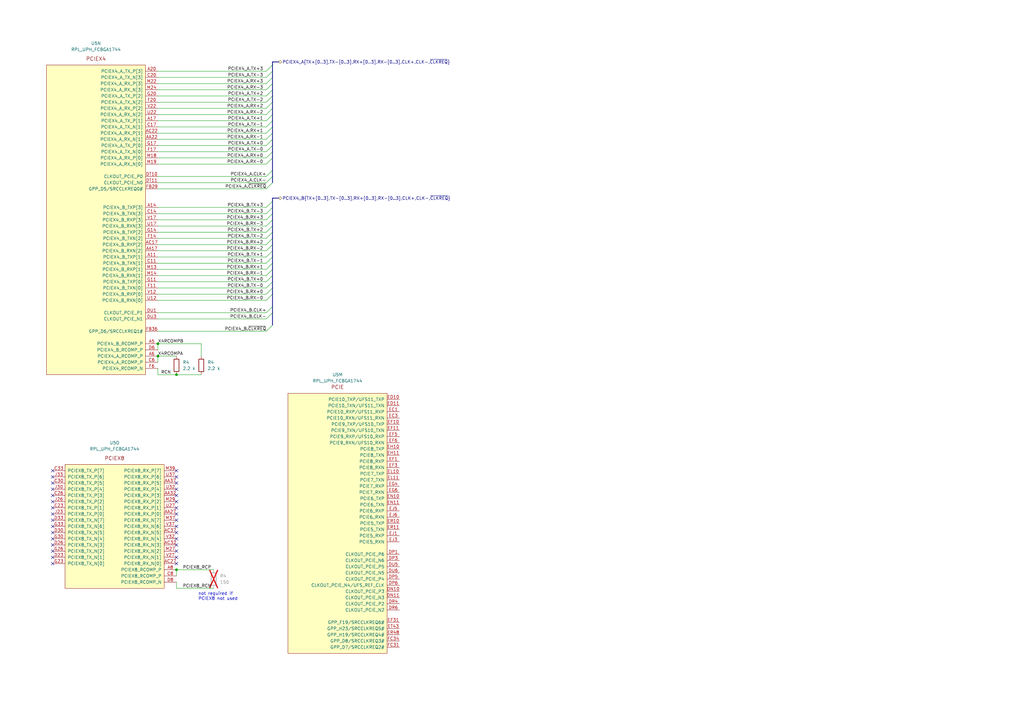
<source format=kicad_sch>
(kicad_sch (version 20230121) (generator eeschema)
  (paper "A3")
  (lib_symbols
    (symbol "Device:R" (pin_numbers hide) (pin_names (offset 0))
      (property "Reference" "R" (at 2.032 0 90))
      (property "Value" "R" (at 0 0 90))
      (symbol "R_1_1"
        (pin passive line (at 0 3.81 270) (length 1.27) (name "~") (number "1"))
        (pin passive line (at 0 -3.81 90) (length 1.27) (name "~") (number "2"))
      )
    )
    (symbol "local:RPL_UPH_FCBGA1744" (pin_names (offset 1.016))
      (property "Reference" "U" (at 1.27 19.05 0))
      (property "Value" "RPL_UPH_FCBGA1744" (at 1.27 16.51 0))
      (symbol "RPL_UPH_FCBGA1744_1_1"
        (text "CAMERA" (at 0 2.54 0) (effects (font (size 1.524 1.524))))
        (pin input line (at -25.4 -58.42 0) (length 5.08) (name "CSI_A_DN[1]/CSI_B_DN[2]") (number "A36"))
        (pin input line (at -25.4 -45.72 0) (length 5.08) (name "CSI_B_DN[0]") (number "A38"))
        (pin unspecified line (at -25.4 -73.66 0) (length 5.08) (name "CSI_RCOMP") (number "A55"))
        (pin input line (at -25.4 -40.64 0) (length 5.08) (name "CSI_B_DN[1]") (number "AA41"))
        (pin input line (at -25.4 -5.08 0) (length 5.08) (name "CSI_D_DN[1]/CSI_C_DN[2]") (number "AB41"))
        (pin input line (at -25.4 -2.54 0) (length 5.08) (name "CSI_D_DP[1]/CSI_C_DP[2]") (number "AD41"))
        (pin input line (at -25.4 -10.16 0) (length 5.08) (name "CSI_D_DN[0]/CSI_C_DN[3]") (number "AF41"))
        (pin input line (at -25.4 -7.62 0) (length 5.08) (name "CSI_D_DP[0]/CSI_C_DP[3]") (number "AG41"))
        (pin unspecified line (at -25.4 -76.2 0) (length 5.08) (name "CSI_RCOMP") (number "B54"))
        (pin input line (at -25.4 -55.88 0) (length 5.08) (name "CSI_A_DP[1]/CSI_B_DP[2]") (number "C36"))
        (pin input line (at -25.4 -43.18 0) (length 5.08) (name "CSI_B_DP[0]") (number "C38"))
        (pin input line (at -25.4 -63.5 0) (length 5.08) (name "CSI_A_DN[0]/CSI_B_DN[3]") (number "E37"))
        (pin input line (at -25.4 -66.04 0) (length 5.08) (name "CSI_A_CLK_P") (number "F36"))
        (pin input line (at -25.4 -50.8 0) (length 5.08) (name "CSI_B_CLK_N") (number "F39"))
        (pin input line (at -25.4 -68.58 0) (length 5.08) (name "CSI_A_CLK_N") (number "G36"))
        (pin input line (at -25.4 -60.96 0) (length 5.08) (name "CSI_A_DP[0]/CSI_B_DP[3]") (number "G37"))
        (pin input line (at -25.4 -48.26 0) (length 5.08) (name "CSI_B_CLK_P") (number "G39"))
        (pin input line (at -25.4 -12.7 0) (length 5.08) (name "CSI_D_CLK_P") (number "J41"))
        (pin input line (at -25.4 -30.48 0) (length 5.08) (name "CSI_C_CLK_P") (number "J44"))
        (pin input line (at -25.4 -33.02 0) (length 5.08) (name "CSI_C_CLK_N") (number "K44"))
        (pin input line (at -25.4 -15.24 0) (length 5.08) (name "CSI_D_CLK_N") (number "L41"))
        (pin input line (at -25.4 -22.86 0) (length 5.08) (name "CSI_C_DN[1]") (number "M44"))
        (pin input line (at -25.4 -27.94 0) (length 5.08) (name "CSI_C_DN[0]") (number "P41"))
        (pin input line (at -25.4 -20.32 0) (length 5.08) (name "CSI_C_DP[1]") (number "P44"))
        (pin input line (at -25.4 -25.4 0) (length 5.08) (name "CSI_C_DP[0]") (number "T41"))
        (pin input line (at -25.4 -38.1 0) (length 5.08) (name "CSI_B_DP[1]") (number "W41"))
      )
      (symbol "RPL_UPH_FCBGA1744_2_1"
        (text "CFG" (at 0 2.54 0) (effects (font (size 1.524 1.524))))
        (pin bidirectional line (at 25.4 -17.78 180) (length 5.08) (name "CFG[2]") (number "AA12"))
        (pin bidirectional line (at 25.4 -22.86 180) (length 5.08) (name "CFG[0]") (number "AA16"))
        (pin bidirectional line (at 25.4 -15.24 180) (length 5.08) (name "CFG[3]") (number "AC12"))
        (pin bidirectional line (at 25.4 -12.7 180) (length 5.08) (name "CFG[4]") (number "AD11"))
        (pin bidirectional line (at 25.4 -20.32 180) (length 5.08) (name "CFG[1]") (number "AD16"))
        (pin bidirectional line (at -25.4 -5.08 0) (length 5.08) (name "CFG[16]") (number "AF17"))
        (pin bidirectional line (at -25.4 -20.32 0) (length 5.08) (name "CFG[10]") (number "AF20"))
        (pin bidirectional line (at -25.4 -2.54 0) (length 5.08) (name "CFG[17]") (number "AF22"))
        (pin bidirectional line (at -25.4 -12.7 0) (length 5.08) (name "CFG[13]") (number "AF35"))
        (pin bidirectional line (at -25.4 -7.62 0) (length 5.08) (name "CFG[15]") (number "AF37"))
        (pin bidirectional line (at 25.4 -10.16 180) (length 5.08) (name "CFG[5]") (number "AG15"))
        (pin bidirectional line (at 25.4 -7.62 180) (length 5.08) (name "CFG[6]") (number "AH17"))
        (pin bidirectional line (at -25.4 -22.86 0) (length 5.08) (name "CFG[9]") (number "AH22"))
        (pin bidirectional line (at -25.4 -17.78 0) (length 5.08) (name "CFG[11]") (number "AH25"))
        (pin bidirectional line (at -25.4 -10.16 0) (length 5.08) (name "CFG[14]") (number "AH35"))
        (pin bidirectional line (at -25.4 -15.24 0) (length 5.08) (name "CFG[12]") (number "AH37"))
        (pin bidirectional line (at 25.4 -5.08 180) (length 5.08) (name "CFG[7]") (number "AJ15"))
        (pin bidirectional line (at 25.4 -2.54 180) (length 5.08) (name "CFG[8]") (number "AK17"))
        (pin unspecified line (at 25.4 -25.4 180) (length 5.08) (name "CFG_RCOMP") (number "F8"))
      )
      (symbol "RPL_UPH_FCBGA1744_3_1"
        (text "CNVI" (at 0 2.54 0) (effects (font (size 1.524 1.524))))
        (pin output line (at -25.4 -45.72 0) (length 5.08) (name "GPP_F5/MODEM_CLKREQ/CRF_XTAL_CLKREQ") (number "EF36"))
        (pin output line (at -25.4 -58.42 0) (length 5.08) (name "GPP_F0/CNV_BRI_DT/UART2_RTS#") (number "EH33"))
        (pin input line (at -25.4 -43.18 0) (length 5.08) (name "GPP_F6/CNV_PA_BLANKING") (number "EH36"))
        (pin input line (at -25.4 -55.88 0) (length 5.08) (name "GPP_F1/CNV_BRI_RSP/UART2_RXD") (number "EK33"))
        (pin input line (at -25.4 -40.64 0) (length 5.08) (name "GPP_H8/I2C4_SDA/CNV_MFUART2_RXD") (number "EL43"))
        (pin output line (at -25.4 -53.34 0) (length 5.08) (name "GPP_F2/CNV_RGI_DT/UART2_TXD") (number "EN31"))
        (pin input line (at -25.4 -38.1 0) (length 5.08) (name "GPP_H9/I2C4_SCL/CNV_MFUART2_TXD") (number "EN43"))
        (pin input line (at -25.4 -50.8 0) (length 5.08) (name "GPP_F3/CNV_RGI_RSP/UART2_CTS#") (number "ER31"))
        (pin output line (at -25.4 -48.26 0) (length 5.08) (name "GPP_F4/CNV_RF_RESET#") (number "ET31"))
        (pin input line (at -25.4 -20.32 0) (length 5.08) (name "CNV_WR_D1P") (number "EV40"))
        (pin output line (at -25.4 -7.62 0) (length 5.08) (name "CNV_WT_D0P") (number "EV43"))
        (pin output line (at -25.4 -12.7 0) (length 5.08) (name "CNV_WT_CLKP") (number "EV47"))
        (pin input line (at -25.4 -25.4 0) (length 5.08) (name "CNV_WR_D0P") (number "EW42"))
        (pin input line (at -25.4 -22.86 0) (length 5.08) (name "CNV_WR_D1N") (number "EY40"))
        (pin input line (at -25.4 -27.94 0) (length 5.08) (name "CNV_WR_D0N") (number "EY42"))
        (pin output line (at -25.4 -10.16 0) (length 5.08) (name "CNV_WT_D0N") (number "EY43"))
        (pin output line (at -25.4 -15.24 0) (length 5.08) (name "CNV_WT_CLKN") (number "EY47"))
        (pin input line (at -25.4 -30.48 0) (length 5.08) (name "CNV_WR_CLKP") (number "FA43"))
        (pin output line (at -25.4 -5.08 0) (length 5.08) (name "CNV_WT_D1N") (number "FA46"))
        (pin unspecified line (at -25.4 -17.78 0) (length 5.08) (name "CNV_WT_RCOMP") (number "FC40"))
        (pin input line (at -25.4 -33.02 0) (length 5.08) (name "CNV_WR_CLKN") (number "FC43"))
        (pin output line (at -25.4 -2.54 0) (length 5.08) (name "CNV_WT_D1P") (number "FC46"))
      )
      (symbol "RPL_UPH_FCBGA1744_4_1"
        (text "DDI" (at 0 2.54 0) (effects (font (size 1.524 1.524))))
        (pin output line (at -25.4 -25.4 0) (length 5.08) (name "DDIA_TXP[2]") (number "AA1"))
        (pin output line (at -25.4 -35.56 0) (length 5.08) (name "DDIA_TXN[3]") (number "AA3"))
        (pin output line (at -25.4 -27.94 0) (length 5.08) (name "DDIA_TXN[2]") (number "AB1"))
        (pin output line (at -25.4 -17.78 0) (length 5.08) (name "DDIA_TXP[1]") (number "AB3"))
        (pin output line (at -25.4 -12.7 0) (length 5.08) (name "DDIA_TXN[0]") (number "AD1"))
        (pin output line (at -25.4 -20.32 0) (length 5.08) (name "DDIA_TXN[1]") (number "AD3"))
        (pin bidirectional line (at -25.4 -66.04 0) (length 5.08) (name "DDIB_AUXP") (number "AE6"))
        (pin bidirectional line (at -25.4 -68.58 0) (length 5.08) (name "DDIB_AUXN") (number "AE8"))
        (pin output line (at -25.4 -10.16 0) (length 5.08) (name "DDIA_TXP[0]") (number "AF1"))
        (pin bidirectional line (at -25.4 -2.54 0) (length 5.08) (name "DDIA_AUXP") (number "AF3"))
        (pin output line (at -25.4 -111.76 0) (length 5.08) (name "DISP_UTILS_2") (number "AF32"))
        (pin bidirectional line (at -25.4 -5.08 0) (length 5.08) (name "DDIA_AUXN") (number "AG3"))
        (pin output line (at -25.4 -73.66 0) (length 5.08) (name "DDIB_TXP[0]") (number "AH6"))
        (pin output line (at -25.4 -76.2 0) (length 5.08) (name "DDIB_TXN[0]") (number "AH8"))
        (pin unspecified line (at -25.4 -48.26 0) (length 5.08) (name "DDIA_RCOMP") (number "AJ1"))
        (pin output line (at -25.4 -81.28 0) (length 5.08) (name "DDIB_TXP[1]") (number "AK6"))
        (pin output line (at -25.4 -83.82 0) (length 5.08) (name "DDIB_TXN[1]") (number "AK8"))
        (pin unspecified line (at -25.4 -116.84 0) (length 5.08) (name "DDIB_RCOMP") (number "AL1"))
        (pin output line (at -25.4 -88.9 0) (length 5.08) (name "DDIB_TXP[2]") (number "AM6"))
        (pin output line (at -25.4 -91.44 0) (length 5.08) (name "DDIB_TXN[2]") (number "AM8"))
        (pin output line (at -25.4 -96.52 0) (length 5.08) (name "DDIB_TXP[3]") (number "AP6"))
        (pin output line (at -25.4 -99.06 0) (length 5.08) (name "DDIB_TXN[3]") (number "AP8"))
        (pin output line (at -25.4 -114.3 0) (length 5.08) (name "DISP_UTILS_1") (number "DJ1"))
        (pin input line (at -25.4 -109.22 0) (length 5.08) (name "GPP_A18/DDSP_HPDB/DISP_MISCB") (number "EB47"))
        (pin bidirectional line (at -25.4 -106.68 0) (length 5.08) (name "GPP_H15/DDPB_CTRLCLK/PCIE_LINK_DOWN") (number "EK46"))
        (pin output line (at -25.4 -43.18 0) (length 5.08) (name "eDP_BKLTCTL") (number "EL21"))
        (pin bidirectional line (at -25.4 -104.14 0) (length 5.08) (name "GPP_H17/DDPB_CTRLDATA") (number "EL46"))
        (pin output line (at -25.4 -45.72 0) (length 5.08) (name "eDP_BKLTEN") (number "EN21"))
        (pin output line (at -25.4 -40.64 0) (length 5.08) (name "GPP_E14/DDSP_HPDA/DISP_MISC_A") (number "EV25"))
        (pin output line (at -25.4 -33.02 0) (length 5.08) (name "DDIA_TXP[3]") (number "W3"))
      )
      (symbol "RPL_UPH_FCBGA1744_5_1"
        (text "DDR_A" (at 0 2.54 0) (effects (font (size 1.524 1.524))))
        (pin input line (at 25.4 -170.18 180) (length 5.08) (name "DDR0_ALERT#") (number "BF61"))
        (pin output line (at 25.4 -172.72 180) (length 5.08) (name "DDR0_VREF_CA0") (number "BG60"))
        (pin bidirectional line (at 25.4 -101.6 180) (length 5.08) (name "DDR1_DQ[3][6]") (number "BJ47"))
        (pin bidirectional line (at 25.4 -104.14 180) (length 5.08) (name "DDR1_DQ[3][7]") (number "BJ50"))
        (pin bidirectional line (at 25.4 -96.52 180) (length 5.08) (name "DDR1_DQ[3][4]") (number "BK53"))
        (pin bidirectional line (at -25.4 -101.6 0) (length 5.08) (name "DDR1_DQ[1][6]") (number "BK57"))
        (pin bidirectional line (at -25.4 -96.52 0) (length 5.08) (name "DDR1_DQ[1][4]") (number "BK60"))
        (pin bidirectional line (at 25.4 -99.06 180) (length 5.08) (name "DDR1_DQ[3][5]") (number "BL48"))
        (pin bidirectional line (at 25.4 -109.22 180) (length 5.08) (name "DDR1_DQSN[3]") (number "BL51"))
        (pin bidirectional line (at -25.4 -99.06 0) (length 5.08) (name "DDR1_DQ[1][5]") (number "BL56"))
        (pin bidirectional line (at -25.4 -104.14 0) (length 5.08) (name "DDR1_DQ[1][7]") (number "BL58"))
        (pin bidirectional line (at -25.4 -106.68 0) (length 5.08) (name "DDR1_DQSP[1]") (number "BL61"))
        (pin bidirectional line (at 25.4 -91.44 180) (length 5.08) (name "DDR1_DQ[3][2]") (number "BN48"))
        (pin bidirectional line (at 25.4 -106.68 180) (length 5.08) (name "DDR1_DQSP[3]") (number "BN51"))
        (pin bidirectional line (at -25.4 -91.44 0) (length 5.08) (name "DDR1_DQ[1][2]") (number "BN56"))
        (pin bidirectional line (at -25.4 -86.36 0) (length 5.08) (name "DDR1_DQ[1][0]") (number "BN58"))
        (pin bidirectional line (at -25.4 -109.22 0) (length 5.08) (name "DDR1_DQSN[1]") (number "BN61"))
        (pin bidirectional line (at 25.4 -88.9 180) (length 5.08) (name "DDR1_DQ[3][1]") (number "BP47"))
        (pin bidirectional line (at 25.4 -86.36 180) (length 5.08) (name "DDR1_DQ[3][0]") (number "BP50"))
        (pin bidirectional line (at 25.4 -93.98 180) (length 5.08) (name "DDR1_DQ[3][3]") (number "BP53"))
        (pin bidirectional line (at -25.4 -88.9 0) (length 5.08) (name "DDR1_DQ[1][1]") (number "BP57"))
        (pin bidirectional line (at -25.4 -93.98 0) (length 5.08) (name "DDR1_DQ[1][3]") (number "BP60"))
        (pin bidirectional line (at 25.4 -73.66 180) (length 5.08) (name "DDR1_DQ[2][6]") (number "BT47"))
        (pin bidirectional line (at 25.4 -76.2 180) (length 5.08) (name "DDR1_DQ[2][7]") (number "BT50"))
        (pin bidirectional line (at 25.4 -68.58 180) (length 5.08) (name "DDR1_DQ[2][4]") (number "BT53"))
        (pin bidirectional line (at -25.4 -73.66 0) (length 5.08) (name "DDR1_DQ[0][6]") (number "BT57"))
        (pin bidirectional line (at -25.4 -68.58 0) (length 5.08) (name "DDR1_DQ[0][4]") (number "BT60"))
        (pin bidirectional line (at 25.4 -71.12 180) (length 5.08) (name "DDR1_DQ[2][5]") (number "BU48"))
        (pin bidirectional line (at 25.4 -81.28 180) (length 5.08) (name "DDR1_DQSN[2]") (number "BU51"))
        (pin bidirectional line (at -25.4 -71.12 0) (length 5.08) (name "DDR1_DQ[0][5]") (number "BU56"))
        (pin bidirectional line (at -25.4 -76.2 0) (length 5.08) (name "DDR1_DQ[0][7]") (number "BU58"))
        (pin bidirectional line (at -25.4 -78.74 0) (length 5.08) (name "DDR1_DQSP[0]") (number "BU61"))
        (pin bidirectional line (at 25.4 -63.5 180) (length 5.08) (name "DDR1_DQ[2][2]") (number "BW48"))
        (pin bidirectional line (at 25.4 -78.74 180) (length 5.08) (name "DDR1_DQSP[2]") (number "BW51"))
        (pin bidirectional line (at -25.4 -63.5 0) (length 5.08) (name "DDR1_DQ[0][2]") (number "BW56"))
        (pin bidirectional line (at -25.4 -58.42 0) (length 5.08) (name "DDR1_DQ[0][0]") (number "BW58"))
        (pin bidirectional line (at -25.4 -81.28 0) (length 5.08) (name "DDR1_DQSN[0]") (number "BW61"))
        (pin bidirectional line (at 25.4 -58.42 180) (length 5.08) (name "DDR1_DQ[2][0]") (number "BY50"))
        (pin bidirectional line (at 25.4 -66.04 180) (length 5.08) (name "DDR1_DQ[2][3]") (number "BY53"))
        (pin bidirectional line (at -25.4 -60.96 0) (length 5.08) (name "DDR1_DQ[0][1]") (number "BY57"))
        (pin bidirectional line (at -25.4 -66.04 0) (length 5.08) (name "DDR1_DQ[0][3]") (number "BY60"))
        (pin bidirectional line (at 25.4 -60.96 180) (length 5.08) (name "DDR1_DQ[2][1]") (number "CA47"))
        (pin output line (at 25.4 -162.56 180) (length 5.08) (name "DDR1_CS[0]") (number "CC47"))
        (pin output line (at 25.4 -129.54 180) (length 5.08) (name "DDR1_CA[1]") (number "CC50"))
        (pin output line (at 25.4 -165.1 180) (length 5.08) (name "DDR1_CS[1]") (number "CC53"))
        (pin output line (at 25.4 -121.92 180) (length 5.08) (name "DDR1_CLK_N[1]") (number "CD48"))
        (pin output line (at 25.4 -119.38 180) (length 5.08) (name "DDR1_CLK_P[1]") (number "CD49"))
        (pin output line (at 25.4 -127 180) (length 5.08) (name "DDR1_CA[0]") (number "CE53"))
        (pin output line (at 25.4 -137.16 180) (length 5.08) (name "DDR1_CA[4]") (number "CE60"))
        (pin output line (at 25.4 -132.08 180) (length 5.08) (name "DDR1_CA[2]") (number "CF56"))
        (pin output line (at 25.4 -116.84 180) (length 5.08) (name "DDR1_CLK_N[0]") (number "CF61"))
        (pin output line (at 25.4 -142.24 180) (length 5.08) (name "DDR1_CA[6]") (number "CH46"))
        (pin output line (at 25.4 -134.62 180) (length 5.08) (name "DDR1_CA[3]") (number "CH48"))
        (pin output line (at 25.4 -157.48 180) (length 5.08) (name "DDR1_CA[12]") (number "CH56"))
        (pin output line (at 25.4 -144.78 180) (length 5.08) (name "DDR1_CA[7]") (number "CH58"))
        (pin output line (at 25.4 -114.3 180) (length 5.08) (name "DDR1_CLK_P[0]") (number "CH61"))
        (pin output line (at 25.4 -139.7 180) (length 5.08) (name "DDR1_CA[5]") (number "CJ50"))
        (pin output line (at 25.4 -152.4 180) (length 5.08) (name "DDR1_CA[10]") (number "CJ53"))
        (pin output line (at 25.4 -149.86 180) (length 5.08) (name "DDR1_CA[9]") (number "CJ57"))
        (pin output line (at 25.4 -154.94 180) (length 5.08) (name "DDR1_CA[11]") (number "CJ60"))
        (pin output line (at 25.4 -147.32 180) (length 5.08) (name "DDR1_CA[8]") (number "CK47"))
        (pin output line (at -25.4 -152.4 0) (length 5.08) (name "DDR0_CA[10]") (number "CM47"))
        (pin output line (at -25.4 -142.24 0) (length 5.08) (name "DDR0_CA[6]") (number "CM50"))
        (pin output line (at -25.4 -147.32 0) (length 5.08) (name "DDR0_CA[8]") (number "CM53"))
        (pin output line (at -25.4 -121.92 0) (length 5.08) (name "DDR0_CLK_N[1]") (number "CN48"))
        (pin output line (at -25.4 -119.38 0) (length 5.08) (name "DDR0_CLK_P[1]") (number "CN49"))
        (pin output line (at -25.4 -154.94 0) (length 5.08) (name "DDR0_CA[11]") (number "CP53"))
        (pin output line (at -25.4 -149.86 0) (length 5.08) (name "DDR0_CA[9]") (number "CP60"))
        (pin output line (at -25.4 -157.48 0) (length 5.08) (name "DDR0_CA[12]") (number "CR56"))
        (pin output line (at -25.4 -116.84 0) (length 5.08) (name "DDR0_CLK_N[0]") (number "CR61"))
        (pin output line (at -25.4 -144.78 0) (length 5.08) (name "DDR0_CA[7]") (number "CT46"))
        (pin output line (at -25.4 -139.7 0) (length 5.08) (name "DDR0_CA[5]") (number "CU48"))
        (pin output line (at -25.4 -129.54 0) (length 5.08) (name "DDR0_CA[1]") (number "CU56"))
        (pin output line (at -25.4 -127 0) (length 5.08) (name "DDR0_CA[0]") (number "CU58"))
        (pin output line (at -25.4 -114.3 0) (length 5.08) (name "DDR0_CLK_P[0]") (number "CU61"))
        (pin output line (at -25.4 -137.16 0) (length 5.08) (name "DDR0_CA[4]") (number "CV50"))
        (pin output line (at -25.4 -134.62 0) (length 5.08) (name "DDR0_CA[3]") (number "CV53"))
        (pin output line (at -25.4 -162.56 0) (length 5.08) (name "DDR0_CS[0]") (number "CV57"))
        (pin output line (at -25.4 -165.1 0) (length 5.08) (name "DDR0_CS[1]") (number "CV60"))
        (pin output line (at -25.4 -132.08 0) (length 5.08) (name "DDR0_CA[2]") (number "CW47"))
        (pin bidirectional line (at 25.4 -45.72 180) (length 5.08) (name "DDR0_DQ[3][6]") (number "CY47"))
        (pin bidirectional line (at 25.4 -48.26 180) (length 5.08) (name "DDR0_DQ[3][7]") (number "CY50"))
        (pin bidirectional line (at -25.4 -45.72 0) (length 5.08) (name "DDR0_DQ[1][6]") (number "CY57"))
        (pin bidirectional line (at -25.4 -40.64 0) (length 5.08) (name "DDR0_DQ[1][4]") (number "CY60"))
        (pin bidirectional line (at 25.4 -40.64 180) (length 5.08) (name "DDR0_DQ[3][4]") (number "DA53"))
        (pin bidirectional line (at -25.4 -48.26 0) (length 5.08) (name "DDR0_DQ[1][7]") (number "DA58"))
        (pin bidirectional line (at 25.4 -43.18 180) (length 5.08) (name "DDR0_DQ[3][5]") (number "DB48"))
        (pin bidirectional line (at 25.4 -53.34 180) (length 5.08) (name "DDR0_DQSN[3]") (number "DB51"))
        (pin bidirectional line (at -25.4 -43.18 0) (length 5.08) (name "DDR0_DQ[1][5]") (number "DB56"))
        (pin bidirectional line (at -25.4 -50.8 0) (length 5.08) (name "DDR0_DQSP[1]") (number "DB61"))
        (pin bidirectional line (at 25.4 -35.56 180) (length 5.08) (name "DDR0_DQ[3][2]") (number "DC48"))
        (pin bidirectional line (at 25.4 -50.8 180) (length 5.08) (name "DDR0_DQSP[3]") (number "DC51"))
        (pin bidirectional line (at -25.4 -53.34 0) (length 5.08) (name "DDR0_DQSN[1]") (number "DC61"))
        (pin bidirectional line (at -25.4 -35.56 0) (length 5.08) (name "DDR0_DQ[1][2]") (number "DD56"))
        (pin bidirectional line (at -25.4 -30.48 0) (length 5.08) (name "DDR0_DQ[1][0]") (number "DD58"))
        (pin bidirectional line (at 25.4 -33.02 180) (length 5.08) (name "DDR0_DQ[3][1]") (number "DE47"))
        (pin bidirectional line (at 25.4 -30.48 180) (length 5.08) (name "DDR0_DQ[3][0]") (number "DE50"))
        (pin bidirectional line (at 25.4 -38.1 180) (length 5.08) (name "DDR0_DQ[3][3]") (number "DE53"))
        (pin bidirectional line (at -25.4 -33.02 0) (length 5.08) (name "DDR0_DQ[1][1]") (number "DE57"))
        (pin bidirectional line (at -25.4 -38.1 0) (length 5.08) (name "DDR0_DQ[1][3]") (number "DE60"))
        (pin bidirectional line (at 25.4 -17.78 180) (length 5.08) (name "DDR0_DQ[2][6]") (number "DG47"))
        (pin bidirectional line (at 25.4 -20.32 180) (length 5.08) (name "DDR0_DQ[2][7]") (number "DG50"))
        (pin bidirectional line (at 25.4 -12.7 180) (length 5.08) (name "DDR0_DQ[2][4]") (number "DG53"))
        (pin bidirectional line (at -25.4 -17.78 0) (length 5.08) (name "DDR0_DQ[0][6]") (number "DG57"))
        (pin bidirectional line (at -25.4 -12.7 0) (length 5.08) (name "DDR0_DQ[0][4]") (number "DG60"))
        (pin bidirectional line (at 25.4 -15.24 180) (length 5.08) (name "DDR0_DQ[2][5]") (number "DH48"))
        (pin bidirectional line (at 25.4 -25.4 180) (length 5.08) (name "DDR0_DQSN[2]") (number "DH51"))
        (pin bidirectional line (at -25.4 -15.24 0) (length 5.08) (name "DDR0_DQ[0][5]") (number "DH56"))
        (pin bidirectional line (at -25.4 -20.32 0) (length 5.08) (name "DDR0_DQ[0][7]") (number "DH58"))
        (pin bidirectional line (at -25.4 -22.86 0) (length 5.08) (name "DDR0_DQSP[0]") (number "DH61"))
        (pin bidirectional line (at 25.4 -7.62 180) (length 5.08) (name "DDR0_DQ[2][2]") (number "DK48"))
        (pin bidirectional line (at 25.4 -22.86 180) (length 5.08) (name "DDR0_DQSP[2]") (number "DK51"))
        (pin bidirectional line (at -25.4 -7.62 0) (length 5.08) (name "DDR0_DQ[0][2]") (number "DK56"))
        (pin bidirectional line (at -25.4 -2.54 0) (length 5.08) (name "DDR0_DQ[0][0]") (number "DK58"))
        (pin bidirectional line (at -25.4 -25.4 0) (length 5.08) (name "DDR0_DQSN[0]") (number "DK61"))
        (pin bidirectional line (at 25.4 -2.54 180) (length 5.08) (name "DDR0_DQ[2][0]") (number "DL50"))
        (pin bidirectional line (at 25.4 -10.16 180) (length 5.08) (name "DDR0_DQ[2][3]") (number "DL53"))
        (pin bidirectional line (at -25.4 -5.08 0) (length 5.08) (name "DDR0_DQ[0][1]") (number "DL57"))
        (pin bidirectional line (at -25.4 -10.16 0) (length 5.08) (name "DDR0_DQ[0][3]") (number "DL60"))
        (pin bidirectional line (at 25.4 -5.08 180) (length 5.08) (name "DDR0_DQ[2][1]") (number "DM47"))
      )
      (symbol "RPL_UPH_FCBGA1744_6_1"
        (text "DDR_B" (at 0 2.54 0) (effects (font (size 1.524 1.524))))
        (pin bidirectional line (at 25.4 -50.8 180) (length 5.08) (name "DDR3_DQSP[1]") (number "A43"))
        (pin bidirectional line (at 25.4 -53.34 180) (length 5.08) (name "DDR3_DQSN[1]") (number "A44"))
        (pin bidirectional line (at 25.4 -22.86 180) (length 5.08) (name "DDR3_DQSP[0]") (number "A49"))
        (pin bidirectional line (at 25.4 -25.4 180) (length 5.08) (name "DDR3_DQSN[0]") (number "A51"))
        (pin output line (at -25.4 -142.24 0) (length 5.08) (name "DDR3_CA[6]") (number "AA46"))
        (pin output line (at -25.4 -134.62 0) (length 5.08) (name "DDR3_CA[3]") (number "AA48"))
        (pin output line (at -25.4 -157.48 0) (length 5.08) (name "DDR3_CA[12]") (number "AB56"))
        (pin output line (at -25.4 -144.78 0) (length 5.08) (name "DDR3_CA[7]") (number "AB58"))
        (pin output line (at -25.4 -114.3 0) (length 5.08) (name "DDR3_CLK_P[0]") (number "AB61"))
        (pin output line (at -25.4 -147.32 0) (length 5.08) (name "DDR3_CA[8]") (number "AC47"))
        (pin output line (at -25.4 -139.7 0) (length 5.08) (name "DDR3_CA[5]") (number "AC50"))
        (pin output line (at -25.4 -152.4 0) (length 5.08) (name "DDR3_CA[10]") (number "AC53"))
        (pin output line (at -25.4 -149.86 0) (length 5.08) (name "DDR3_CA[9]") (number "AC57"))
        (pin output line (at -25.4 -154.94 0) (length 5.08) (name "DDR3_CA[11]") (number "AC60"))
        (pin output line (at 25.4 -152.4 180) (length 5.08) (name "DDR2_CA[10]") (number "AE47"))
        (pin output line (at 25.4 -142.24 180) (length 5.08) (name "DDR2_CA[6]") (number "AE50"))
        (pin output line (at 25.4 -147.32 180) (length 5.08) (name "DDR2_CA[8]") (number "AE53"))
        (pin output line (at 25.4 -121.92 180) (length 5.08) (name "DDR2_CLK_N[1]") (number "AG48"))
        (pin output line (at 25.4 -119.38 180) (length 5.08) (name "DDR2_CLK_P[1]") (number "AG49"))
        (pin output line (at 25.4 -154.94 180) (length 5.08) (name "DDR2_CA[11]") (number "AH53"))
        (pin output line (at 25.4 -149.86 180) (length 5.08) (name "DDR2_CA[9]") (number "AH60"))
        (pin output line (at 25.4 -157.48 180) (length 5.08) (name "DDR2_CA[12]") (number "AJ56"))
        (pin output line (at 25.4 -116.84 180) (length 5.08) (name "DDR2_CLK_N[0]") (number "AJ61"))
        (pin output line (at 25.4 -144.78 180) (length 5.08) (name "DDR2_CA[7]") (number "AK46"))
        (pin output line (at 25.4 -139.7 180) (length 5.08) (name "DDR2_CA[5]") (number "AK48"))
        (pin output line (at 25.4 -129.54 180) (length 5.08) (name "DDR2_CA[1]") (number "AL56"))
        (pin output line (at 25.4 -127 180) (length 5.08) (name "DDR2_CA[0]") (number "AL58"))
        (pin output line (at 25.4 -114.3 180) (length 5.08) (name "DDR2_CLK_P[0]") (number "AL61"))
        (pin output line (at 25.4 -132.08 180) (length 5.08) (name "DDR2_CA[2]") (number "AM47"))
        (pin output line (at 25.4 -137.16 180) (length 5.08) (name "DDR2_CA[4]") (number "AM50"))
        (pin output line (at 25.4 -134.62 180) (length 5.08) (name "DDR2_CA[3]") (number "AM53"))
        (pin output line (at 25.4 -165.1 180) (length 5.08) (name "DDR2_CS[1]") (number "AM57"))
        (pin output line (at 25.4 -162.56 180) (length 5.08) (name "DDR2_CS[0]") (number "AM60"))
        (pin bidirectional line (at -25.4 -101.6 0) (length 5.08) (name "DDR2_DQ[3][6]") (number "AP47"))
        (pin bidirectional line (at -25.4 -104.14 0) (length 5.08) (name "DDR2_DQ[3][7]") (number "AP50"))
        (pin bidirectional line (at -25.4 -96.52 0) (length 5.08) (name "DDR2_DQ[3][4]") (number "AP53"))
        (pin bidirectional line (at -25.4 -45.72 0) (length 5.08) (name "DDR2_DQ[1][6]") (number "AP57"))
        (pin bidirectional line (at -25.4 -40.64 0) (length 5.08) (name "DDR2_DQ[1][4]") (number "AP60"))
        (pin bidirectional line (at -25.4 -99.06 0) (length 5.08) (name "DDR2_DQ[3][5]") (number "AR48"))
        (pin bidirectional line (at -25.4 -109.22 0) (length 5.08) (name "DDR2_DQSN[3]") (number "AR51"))
        (pin bidirectional line (at -25.4 -43.18 0) (length 5.08) (name "DDR2_DQ[1][5]") (number "AR56"))
        (pin bidirectional line (at -25.4 -48.26 0) (length 5.08) (name "DDR2_DQ[1][7]") (number "AR58"))
        (pin bidirectional line (at -25.4 -50.8 0) (length 5.08) (name "DDR2_DQSP[1]") (number "AR61"))
        (pin bidirectional line (at -25.4 -91.44 0) (length 5.08) (name "DDR2_DQ[3][2]") (number "AU48"))
        (pin bidirectional line (at -25.4 -106.68 0) (length 5.08) (name "DDR2_DQSP[3]") (number "AU51"))
        (pin bidirectional line (at -25.4 -35.56 0) (length 5.08) (name "DDR2_DQ[1][2]") (number "AU56"))
        (pin bidirectional line (at -25.4 -30.48 0) (length 5.08) (name "DDR2_DQ[1][0]") (number "AU58"))
        (pin bidirectional line (at -25.4 -53.34 0) (length 5.08) (name "DDR2_DQSN[1]") (number "AU61"))
        (pin bidirectional line (at -25.4 -86.36 0) (length 5.08) (name "DDR2_DQ[3][0]") (number "AV50"))
        (pin bidirectional line (at -25.4 -93.98 0) (length 5.08) (name "DDR2_DQ[3][3]") (number "AV53"))
        (pin bidirectional line (at -25.4 -33.02 0) (length 5.08) (name "DDR2_DQ[1][1]") (number "AV57"))
        (pin bidirectional line (at -25.4 -38.1 0) (length 5.08) (name "DDR2_DQ[1][3]") (number "AV60"))
        (pin bidirectional line (at -25.4 -88.9 0) (length 5.08) (name "DDR2_DQ[3][1]") (number "AW47"))
        (pin bidirectional line (at -25.4 -73.66 0) (length 5.08) (name "DDR2_DQ[2][6]") (number "AY47"))
        (pin bidirectional line (at 25.4 -40.64 180) (length 5.08) (name "DDR3_DQ[1][4]") (number "B41"))
        (pin bidirectional line (at 25.4 -38.1 180) (length 5.08) (name "DDR3_DQ[1][3]") (number "B46"))
        (pin bidirectional line (at 25.4 -12.7 180) (length 5.08) (name "DDR3_DQ[0][4]") (number "B48"))
        (pin bidirectional line (at 25.4 -10.16 180) (length 5.08) (name "DDR3_DQ[0][3]") (number "B52"))
        (pin bidirectional line (at -25.4 -76.2 0) (length 5.08) (name "DDR2_DQ[2][7]") (number "BA50"))
        (pin bidirectional line (at -25.4 -68.58 0) (length 5.08) (name "DDR2_DQ[2][4]") (number "BA53"))
        (pin bidirectional line (at -25.4 -17.78 0) (length 5.08) (name "DDR2_DQ[0][6]") (number "BA57"))
        (pin bidirectional line (at -25.4 -12.7 0) (length 5.08) (name "DDR2_DQ[0][4]") (number "BA60"))
        (pin bidirectional line (at -25.4 -71.12 0) (length 5.08) (name "DDR2_DQ[2][5]") (number "BB48"))
        (pin bidirectional line (at -25.4 -81.28 0) (length 5.08) (name "DDR2_DQSN[2]") (number "BB51"))
        (pin bidirectional line (at -25.4 -15.24 0) (length 5.08) (name "DDR2_DQ[0][5]") (number "BB56"))
        (pin bidirectional line (at -25.4 -20.32 0) (length 5.08) (name "DDR2_DQ[0][7]") (number "BB58"))
        (pin bidirectional line (at -25.4 -22.86 0) (length 5.08) (name "DDR2_DQSP[0]") (number "BB61"))
        (pin bidirectional line (at -25.4 -63.5 0) (length 5.08) (name "DDR2_DQ[2][2]") (number "BD48"))
        (pin bidirectional line (at -25.4 -78.74 0) (length 5.08) (name "DDR2_DQSP[2]") (number "BD51"))
        (pin bidirectional line (at -25.4 -7.62 0) (length 5.08) (name "DDR2_DQ[0][2]") (number "BD56"))
        (pin bidirectional line (at -25.4 -2.54 0) (length 5.08) (name "DDR2_DQ[0][0]") (number "BD58"))
        (pin bidirectional line (at -25.4 -25.4 0) (length 5.08) (name "DDR2_DQSN[0]") (number "BD61"))
        (pin bidirectional line (at -25.4 -60.96 0) (length 5.08) (name "DDR2_DQ[2][1]") (number "BE47"))
        (pin bidirectional line (at -25.4 -58.42 0) (length 5.08) (name "DDR2_DQ[2][0]") (number "BE50"))
        (pin bidirectional line (at -25.4 -66.04 0) (length 5.08) (name "DDR2_DQ[2][3]") (number "BE53"))
        (pin bidirectional line (at -25.4 -5.08 0) (length 5.08) (name "DDR2_DQ[0][1]") (number "BE57"))
        (pin bidirectional line (at -25.4 -10.16 0) (length 5.08) (name "DDR2_DQ[0][3]") (number "BE60"))
        (pin output line (at 25.4 -172.72 180) (length 5.08) (name "DDR1_VREF_CA0") (number "BG55"))
        (pin input line (at 25.4 -170.18 180) (length 5.08) (name "DDR1_ALERT#") (number "BG57"))
        (pin bidirectional line (at 25.4 -45.72 180) (length 5.08) (name "DDR3_DQ[1][6]") (number "C42"))
        (pin bidirectional line (at 25.4 -30.48 180) (length 5.08) (name "DDR3_DQ[1][0]") (number "C45"))
        (pin bidirectional line (at 25.4 -20.32 180) (length 5.08) (name "DDR3_DQ[0][7]") (number "C49"))
        (pin bidirectional line (at 25.4 -2.54 180) (length 5.08) (name "DDR3_DQ[0][0]") (number "C51"))
        (pin bidirectional line (at 25.4 -48.26 180) (length 5.08) (name "DDR3_DQ[1][7]") (number "E41"))
        (pin bidirectional line (at 25.4 -33.02 180) (length 5.08) (name "DDR3_DQ[1][1]") (number "E46"))
        (pin bidirectional line (at 25.4 -17.78 180) (length 5.08) (name "DDR3_DQ[0][6]") (number "E48"))
        (pin bidirectional line (at 25.4 -5.08 180) (length 5.08) (name "DDR3_DQ[0][1]") (number "E52"))
        (pin bidirectional line (at 25.4 -43.18 180) (length 5.08) (name "DDR3_DQ[1][5]") (number "F43"))
        (pin bidirectional line (at 25.4 -35.56 180) (length 5.08) (name "DDR3_DQ[1][2]") (number "F44"))
        (pin bidirectional line (at 25.4 -15.24 180) (length 5.08) (name "DDR3_DQ[0][5]") (number "F49"))
        (pin bidirectional line (at 25.4 -7.62 180) (length 5.08) (name "DDR3_DQ[0][2]") (number "F51"))
        (pin bidirectional line (at 25.4 -99.06 180) (length 5.08) (name "DDR3_DQ[3][5]") (number "F54"))
        (pin bidirectional line (at 25.4 -101.6 180) (length 5.08) (name "DDR3_DQ[3][6]") (number "F58"))
        (pin bidirectional line (at 25.4 -93.98 180) (length 5.08) (name "DDR3_DQ[3][3]") (number "H56"))
        (pin bidirectional line (at 25.4 -104.14 180) (length 5.08) (name "DDR3_DQ[3][7]") (number "K50"))
        (pin bidirectional line (at 25.4 -91.44 180) (length 5.08) (name "DDR3_DQ[3][2]") (number "K53"))
        (pin bidirectional line (at 25.4 -73.66 180) (length 5.08) (name "DDR3_DQ[2][6]") (number "K57"))
        (pin bidirectional line (at 25.4 -68.58 180) (length 5.08) (name "DDR3_DQ[2][4]") (number "K60"))
        (pin bidirectional line (at 25.4 -96.52 180) (length 5.08) (name "DDR3_DQ[3][4]") (number "L48"))
        (pin bidirectional line (at 25.4 -109.22 180) (length 5.08) (name "DDR3_DQSN[3]") (number "L51"))
        (pin bidirectional line (at 25.4 -71.12 180) (length 5.08) (name "DDR3_DQ[2][5]") (number "L56"))
        (pin bidirectional line (at 25.4 -76.2 180) (length 5.08) (name "DDR3_DQ[2][7]") (number "L58"))
        (pin bidirectional line (at 25.4 -81.28 180) (length 5.08) (name "DDR3_DQSN[2]") (number "L61"))
        (pin bidirectional line (at 25.4 -106.68 180) (length 5.08) (name "DDR3_DQSP[3]") (number "N51"))
        (pin bidirectional line (at 25.4 -63.5 180) (length 5.08) (name "DDR3_DQ[2][2]") (number "N56"))
        (pin bidirectional line (at 25.4 -58.42 180) (length 5.08) (name "DDR3_DQ[2][0]") (number "N58"))
        (pin bidirectional line (at 25.4 -78.74 180) (length 5.08) (name "DDR3_DQSP[2]") (number "N61"))
        (pin bidirectional line (at 25.4 -88.9 180) (length 5.08) (name "DDR3_DQ[3][1]") (number "P50"))
        (pin bidirectional line (at 25.4 -86.36 180) (length 5.08) (name "DDR3_DQ[3][0]") (number "P53"))
        (pin bidirectional line (at 25.4 -60.96 180) (length 5.08) (name "DDR3_DQ[2][1]") (number "P57"))
        (pin bidirectional line (at 25.4 -66.04 180) (length 5.08) (name "DDR3_DQ[2][3]") (number "P60"))
        (pin output line (at -25.4 -165.1 0) (length 5.08) (name "DDR3_CS[0]") (number "T47"))
        (pin output line (at -25.4 -129.54 0) (length 5.08) (name "DDR3_CA[1]") (number "T50"))
        (pin output line (at -25.4 -162.56 0) (length 5.08) (name "DDR3_CS[1]") (number "T53"))
        (pin output line (at -25.4 -119.38 0) (length 5.08) (name "DDR3_CLK_P[1]") (number "V48"))
        (pin output line (at -25.4 -121.92 0) (length 5.08) (name "DDR3_CLK_N[1]") (number "V49"))
        (pin output line (at -25.4 -127 0) (length 5.08) (name "DDR3_CA[0]") (number "W53"))
        (pin output line (at -25.4 -137.16 0) (length 5.08) (name "DDR3_CA[4]") (number "W60"))
        (pin output line (at -25.4 -132.08 0) (length 5.08) (name "DDR3_CA[2]") (number "Y56"))
        (pin output line (at -25.4 -116.84 0) (length 5.08) (name "DDR3_CLK_N[0]") (number "Y61"))
      )
      (symbol "RPL_UPH_FCBGA1744_7_1"
        (text "DDR_MISC" (at 0 2.54 0) (effects (font (size 1.524 1.524))))
        (pin unspecified line (at 25.4 -7.62 180) (length 5.08) (name "DDR_COMP") (number "A56"))
        (pin output line (at -25.4 -5.08 0) (length 5.08) (name "NC") (number "AB51"))
        (pin output line (at -25.4 -43.18 0) (length 5.08) (name "NC") (number "AE55"))
        (pin output line (at -25.4 -48.26 0) (length 5.08) (name "NC") (number "AE60"))
        (pin output line (at -25.4 -45.72 0) (length 5.08) (name "NC") (number "AF57"))
        (pin output line (at -25.4 -17.78 0) (length 5.08) (name "NC") (number "AH57"))
        (pin output line (at -25.4 -12.7 0) (length 5.08) (name "NC") (number "AJ51"))
        (pin output line (at -25.4 -20.32 0) (length 5.08) (name "NC") (number "AJ58"))
        (pin output line (at -25.4 -15.24 0) (length 5.08) (name "NC") (number "AL51"))
        (pin unspecified line (at 25.4 -10.16 180) (length 5.08) (name "DDR_COMP") (number "B56"))
        (pin output line (at 25.4 -2.54 180) (length 5.08) (name "DDR_VTT_CTL") (number "BG50"))
        (pin output line (at -25.4 -66.04 0) (length 5.08) (name "NC") (number "CB55"))
        (pin output line (at -25.4 -71.12 0) (length 5.08) (name "NC") (number "CC57"))
        (pin output line (at -25.4 -68.58 0) (length 5.08) (name "NC") (number "CC60"))
        (pin output line (at -25.4 -30.48 0) (length 5.08) (name "NC") (number "CE57"))
        (pin output line (at -25.4 -25.4 0) (length 5.08) (name "NC") (number "CF51"))
        (pin output line (at -25.4 -27.94 0) (length 5.08) (name "NC") (number "CF58"))
        (pin output line (at -25.4 -22.86 0) (length 5.08) (name "NC") (number "CH51"))
        (pin output line (at -25.4 -58.42 0) (length 5.08) (name "NC") (number "CL55"))
        (pin output line (at -25.4 -60.96 0) (length 5.08) (name "NC") (number "CM57"))
        (pin output line (at -25.4 -63.5 0) (length 5.08) (name "NC") (number "CM60"))
        (pin output line (at -25.4 -38.1 0) (length 5.08) (name "NC") (number "CP57"))
        (pin output line (at -25.4 -35.56 0) (length 5.08) (name "NC") (number "CR51"))
        (pin output line (at -25.4 -40.64 0) (length 5.08) (name "NC") (number "CR58"))
        (pin output line (at -25.4 -33.02 0) (length 5.08) (name "NC") (number "CU51"))
        (pin output line (at 25.4 -5.08 180) (length 5.08) (name "DRAM_RESET#") (number "EE53"))
        (pin output line (at -25.4 -53.34 0) (length 5.08) (name "NC") (number "T55"))
        (pin output line (at -25.4 -50.8 0) (length 5.08) (name "NC") (number "T60"))
        (pin output line (at -25.4 -55.88 0) (length 5.08) (name "NC") (number "U57"))
        (pin output line (at -25.4 -10.16 0) (length 5.08) (name "NC") (number "W57"))
        (pin output line (at -25.4 -2.54 0) (length 5.08) (name "NC") (number "Y51"))
        (pin output line (at -25.4 -7.62 0) (length 5.08) (name "NC") (number "Y58"))
      )
      (symbol "RPL_UPH_FCBGA1744_8_1"
        (text "ESPI" (at 0 2.54 0) (effects (font (size 1.524 1.524))))
        (pin output line (at -25.4 -15.24 0) (length 5.08) (name "GPP_A4/ESPI_CS0#") (number "DP44"))
        (pin output line (at -25.4 -12.7 0) (length 5.08) (name "GPP_A5/ESPI_ALERT0#") (number "DP47"))
        (pin bidirectional line (at -25.4 -25.4 0) (length 5.08) (name "GPP_A0/ESPI_IO0") (number "DP51"))
        (pin bidirectional line (at -25.4 -17.78 0) (length 5.08) (name "GPP_A3/ESPI_IO3/SUSACK#") (number "DP52"))
        (pin output line (at -25.4 -10.16 0) (length 5.08) (name "GPP_A6/ESPI_ALERT1#") (number "DP54"))
        (pin bidirectional line (at -25.4 -22.86 0) (length 5.08) (name "GPP_A1/ESPI_IO1") (number "DT44"))
        (pin output line (at -25.4 -2.54 0) (length 5.08) (name "GPP_A23/ESPI_CS1#") (number "DT46"))
        (pin output line (at -25.4 -7.62 0) (length 5.08) (name "GPP_A9/ESPI_CLK") (number "DT49"))
        (pin output line (at -25.4 -5.08 0) (length 5.08) (name "GPP_A10/ESPI_RESET#") (number "DT51"))
        (pin bidirectional line (at -25.4 -20.32 0) (length 5.08) (name "GPP_A2/ESPI_IO2/SUSWARN#/SUSPWRDNACK") (number "DT54"))
      )
      (symbol "RPL_UPH_FCBGA1744_9_1"
        (text "GPD" (at 0 2.54 0) (effects (font (size 1.524 1.524))))
        (pin output line (at -25.4 -25.4 0) (length 5.08) (name "GPD10/SLP_S5#") (number "EG60"))
        (pin output line (at -25.4 -22.86 0) (length 5.08) (name "GPD11/LANPHYPC") (number "EJ56"))
        (pin output line (at -25.4 -2.54 0) (length 5.08) (name "GPD9/SLP_WLAN#") (number "EJ57"))
        (pin input line (at -25.4 -27.94 0) (length 5.08) (name "GPD1/ACPRESENT") (number "EJ59"))
        (pin output line (at -25.4 -5.08 0) (length 5.08) (name "GPD8/SUSCLK") (number "EJ61"))
        (pin output line (at -25.4 -7.62 0) (length 5.08) (name "GPD7") (number "EK60"))
        (pin input line (at -25.4 -30.48 0) (length 5.08) (name "GPD0/BATLOW#") (number "EM56"))
        (pin output line (at -25.4 -10.16 0) (length 5.08) (name "GPD6/SLP_A#") (number "EM57"))
        (pin output line (at -25.4 -15.24 0) (length 5.08) (name "GPD4/SLP_S3#") (number "EM59"))
        (pin input line (at -25.4 -17.78 0) (length 5.08) (name "GPD3/PWRBTN#") (number "EM61"))
        (pin output line (at -25.4 -12.7 0) (length 5.08) (name "GPD5/SLP_S4#") (number "EP56"))
        (pin input line (at -25.4 -20.32 0) (length 5.08) (name "GPD2/LAN_WAKE#") (number "EP58"))
      )
      (symbol "RPL_UPH_FCBGA1744_10_1"
        (text "GPP_ABCDE" (at 0 2.54 0) (effects (font (size 1.524 1.524))))
        (pin input line (at -25.4 -63.5 0) (length 5.08) (name "GPP_B16/I2C5_SDA/ISH_I2C2_SDA") (number "DN57"))
        (pin input line (at -25.4 -60.96 0) (length 5.08) (name "GPP_B17/I2C5_SCL/ISH_I2C2_SCL") (number "DN60"))
        (pin input line (at -25.4 -38.1 0) (length 5.08) (name "GPP_B8/ISH_I2C1_SCL/I2C3_SCL") (number "DR56"))
        (pin input line (at -25.4 -40.64 0) (length 5.08) (name "GPP_B7/ISH_I2C1_SDA/I2C3_SDA") (number "DR58"))
        (pin input line (at -25.4 -45.72 0) (length 5.08) (name "GPP_B5/ISH_I2C0_SDA/I2C2_SDA") (number "DT56"))
        (pin input line (at -25.4 -43.18 0) (length 5.08) (name "GPP_B6/ISH_I2C0_SCL/I2C2_SCL") (number "DT57"))
        (pin input line (at -25.4 -55.88 0) (length 5.08) (name "GPP_B2/VRALERT#") (number "DT59"))
        (pin input line (at -25.4 -58.42 0) (length 5.08) (name "GPP_B18") (number "DT61"))
        (pin bidirectional line (at -25.4 -27.94 0) (length 5.08) (name "GPP_A13") (number "DV47"))
        (pin bidirectional line (at -25.4 -33.02 0) (length 5.08) (name "GPP_A11") (number "DV51"))
        (pin output line (at -25.4 -7.62 0) (length 5.08) (name "GPP_A22/DDPC_CTRLDATA") (number "DV52"))
        (pin input line (at -25.4 -10.16 0) (length 5.08) (name "GPP_A21/DDPC_CTRLCLK") (number "DV54"))
        (pin input line (at -25.4 -68.58 0) (length 5.08) (name "GPP_B14/SPKR/TIME_SYNC1/SATA_LED#/ISH_GP6") (number "DW56"))
        (pin output line (at -25.4 -71.12 0) (length 5.08) (name "GPP_B13/PLTRST#") (number "DW57"))
        (pin output line (at -25.4 -73.66 0) (length 5.08) (name "GPP_B12/SLP_S0#") (number "DW59"))
        (pin input line (at -25.4 -30.48 0) (length 5.08) (name "GPP_A12/SATAXPCIE1/SATAGP1/SRCCLKREQ9B#") (number "DY46"))
        (pin input line (at -25.4 -25.4 0) (length 5.08) (name "GPP_A14/USB_OC1#/DDSP_HPD3/DISP_MISC3") (number "DY47"))
        (pin input line (at -25.4 -22.86 0) (length 5.08) (name "GPP_A15/USB_OC2#/DDSP_HPD4/DISP_MISC4") (number "DY49"))
        (pin input line (at -25.4 -20.32 0) (length 5.08) (name "GPP_A16/USB_OC3#/ISH_GP5") (number "DY51"))
        (pin input line (at -25.4 -17.78 0) (length 5.08) (name "GPP_A17/DISP_MISCC") (number "DY54"))
        (pin input line (at -25.4 -66.04 0) (length 5.08) (name "GPP_B15/TIME_SYNC0/ISH_GP7") (number "DY61"))
        (pin unspecified line (at -25.4 -76.2 0) (length 5.08) (name "GPP_B11/PMCALERT#") (number "EA56"))
        (pin output line (at -25.4 -78.74 0) (length 5.08) (name "GPP_B1/CORE_VID1") (number "EA58"))
        (pin output line (at -25.4 -81.28 0) (length 5.08) (name "GPP_B0/CORE_VID0") (number "EA60"))
        (pin input line (at -25.4 -15.24 0) (length 5.08) (name "GPP_A19/DDSP_HPD1/DISP_MISC1") (number "EB49"))
        (pin input line (at -25.4 -12.7 0) (length 5.08) (name "GPP_A20/DDSP_HPD2/DISP_MISC2") (number "EB51"))
        (pin input line (at -25.4 -5.08 0) (length 5.08) (name "GPP_A7/SRCCLK_OE7#") (number "EB52"))
        (pin input line (at -25.4 -2.54 0) (length 5.08) (name "GPP_A8/SRCCLKREQ7#") (number "EB54"))
        (pin input line (at -25.4 -48.26 0) (length 5.08) (name "GPP_B4/PROC_GP3/ISH_GP5B") (number "EB56"))
        (pin input line (at -25.4 -50.8 0) (length 5.08) (name "GPP_B3/PROC_GP2/ISH_GP4B") (number "EB57"))
        (pin input line (at -25.4 -205.74 0) (length 5.08) (name "GPP_E1/THC0_SPI1_IO2") (number "EE23"))
        (pin unspecified line (at -25.4 -96.52 0) (length 5.08) (name "GPP_C3/SML0CLK") (number "EE38"))
        (pin input line (at -25.4 -180.34 0) (length 5.08) (name "GPP_E2/THC0_SPI1_IO3") (number "EF23"))
        (pin unspecified line (at -25.4 -93.98 0) (length 5.08) (name "GPP_C4/SML0DATA") (number "EF38"))
        (pin output line (at -25.4 -53.34 0) (length 5.08) (name "GPP_B23/SML1ALERT#/PCHHOT#") (number "EF41"))
        (pin input line (at -25.4 -160.02 0) (length 5.08) (name "GPP_E6/THC0_SPI1_RST#") (number "EH23"))
        (pin output line (at -25.4 -91.44 0) (length 5.08) (name "GPP_C5/SML0ALERT#") (number "EH38"))
        (pin unspecified line (at -25.4 -101.6 0) (length 5.08) (name "GPP_C1/SMBDATA") (number "EK38"))
        (pin bidirectional line (at -25.4 -198.12 0) (length 5.08) (name "GPP_E12/THC0_SPI1_IO1/I2C0A_SDA/GSPI0_MISO") (number "EL23"))
        (pin bidirectional line (at -25.4 -177.8 0) (length 5.08) (name "GPP_E20/DDP2_CTRLCLK/TBT_LSX1_TXD/BSSB_LS1_RX") (number "EL26"))
        (pin unspecified line (at -25.4 -104.14 0) (length 5.08) (name "GPP_C0/SMBCLK") (number "EL38"))
        (pin bidirectional line (at -25.4 -195.58 0) (length 5.08) (name "GPP_E13/THC0_SPI1_IO0/I2C0A_SCL/GSPI0_MOSI") (number "EN23"))
        (pin bidirectional line (at -25.4 -175.26 0) (length 5.08) (name "GPP_E21/DDP2_CTRLDATA/TBT_LSX1_RXD/BSSB_LS1_TX") (number "EN26"))
        (pin unspecified line (at -25.4 -99.06 0) (length 5.08) (name "GPP_C2/SMBALERT#") (number "EN38"))
        (pin bidirectional line (at -25.4 -172.72 0) (length 5.08) (name "GPP_E22/DDPA_CTRLCLK/DNX_FORCE_RELOAD") (number "ER23"))
        (pin input line (at -25.4 -185.42 0) (length 5.08) (name "GPP_E18/DDP1_CTRLCLK/TBT_LSX0_TXD/BSSB_LS0_RX") (number "ER26"))
        (pin output line (at -25.4 -86.36 0) (length 5.08) (name "GPP_C7/SML1DATA") (number "ER38"))
        (pin bidirectional line (at -25.4 -170.18 0) (length 5.08) (name "GPP_E23/DDPA_CTRLDATA") (number "ET23"))
        (pin input line (at -25.4 -182.88 0) (length 5.08) (name "GPP_E19/DDP1_CTRLDATA/TBT_LSX0_RXD/BSSB_LS0_TX") (number "ET26"))
        (pin input line (at -25.4 -88.9 0) (length 5.08) (name "GPP_C6/SML1CLK") (number "ET38"))
        (pin input line (at -25.4 -208.28 0) (length 5.08) (name "GPP_E0/SATAXPCIE0/SATAGP0/SRCCLKREQ9#") (number "EV22"))
        (pin input line (at -25.4 -134.62 0) (length 5.08) (name "GPP_D13/ISH_UART0_RXD/I2C6_SDA") (number "EV28"))
        (pin bidirectional line (at -25.4 -147.32 0) (length 5.08) (name "GPP_D0/ISH_GP0/BK0/SBK0") (number "EV31"))
        (pin input line (at -25.4 -124.46 0) (length 5.08) (name "GPP_D17/UART1_RXD/ISH_UART1_RXD") (number "EV34"))
        (pin input line (at -25.4 -142.24 0) (length 5.08) (name "GPP_D10/ISH_SPI_CLK/DDP3_CTRLDATA/TBT_LSX2_RXD/BSSB_LS2_TX/GSPI2_CLK") (number "EV37"))
        (pin input line (at -25.4 -193.04 0) (length 5.08) (name "GPP_E15/SRCCLK_OE8#") (number "EW23"))
        (pin input line (at -25.4 -121.92 0) (length 5.08) (name "GPP_D18/UART1_TXD/ISH_UART1_TXD") (number "EW30"))
        (pin input line (at -25.4 -129.54 0) (length 5.08) (name "GPP_D15/ISH_UART0_RTS#/I2C7B_SDA") (number "EW36"))
        (pin input line (at -25.4 -190.5 0) (length 5.08) (name "GPP_E16/SRCCLKREQ8#") (number "EY22"))
        (pin input line (at -25.4 -167.64 0) (length 5.08) (name "GPP_E3/PROC_GP0") (number "EY23"))
        (pin input line (at -25.4 -187.96 0) (length 5.08) (name "GPP_E17/THC0_SPI1_INT#") (number "EY25"))
        (pin input line (at -25.4 -132.08 0) (length 5.08) (name "GPP_D14/ISH_UART0_TXD/I2C6_SCL") (number "EY28"))
        (pin output line (at -25.4 -116.84 0) (length 5.08) (name "GPP_D2/ISH_GP2/BK2/SBK2") (number "EY30"))
        (pin bidirectional line (at -25.4 -144.78 0) (length 5.08) (name "GPP_D1/ISH_GP1/BK1/SBK1") (number "EY31"))
        (pin input line (at -25.4 -119.38 0) (length 5.08) (name "GPP_D19/I2S_MCLK1_OUT") (number "EY34"))
        (pin input line (at -25.4 -127 0) (length 5.08) (name "GPP_D16/ISH_UART0_CTS#/I2C7B_SCL") (number "EY36"))
        (pin input line (at -25.4 -139.7 0) (length 5.08) (name "GPP_D11/ISH_SPI_MISO/DDP4_CTRLCLK/TBT_LSX3_TXD/BSSB_LS3_RX/GSPI2_MISO") (number "EY37"))
        (pin bidirectional line (at -25.4 -154.94 0) (length 5.08) (name "GPP_E8") (number "FA22"))
        (pin input line (at -25.4 -162.56 0) (length 5.08) (name "GPP_E5/DEVSLP1/SRCCLK_OE6#") (number "FA25"))
        (pin output line (at -25.4 -203.2 0) (length 5.08) (name "GPP_E10/THC0_SPI1_CS#/GSPI0_CS0#") (number "FA28"))
        (pin input line (at -25.4 -111.76 0) (length 5.08) (name "GPP_D4/IMGCLKOUT0/BK4/SBK4") (number "FA31"))
        (pin output line (at -25.4 -114.3 0) (length 5.08) (name "GPP_D3/ISH_GP3/BK3/SBK3") (number "FA34"))
        (pin input line (at -25.4 -137.16 0) (length 5.08) (name "GPP_D12/ISH_SPI_MOSI/DDP4_CTRLDATA/TBT_LSX3_RXD/BSSB_LS3_TX/GSPI2_MOSI") (number "FA37"))
        (pin input line (at -25.4 -157.48 0) (length 5.08) (name "GPP_E7/PROC_GP1") (number "FB23"))
        (pin input line (at -25.4 -165.1 0) (length 5.08) (name "GPP_E4/DEVSLP0/SRCCLK_OE9#") (number "FC22"))
        (pin input line (at -25.4 -152.4 0) (length 5.08) (name "GPP_E9/USB_OC0#/ISH_GP4") (number "FC25"))
        (pin output line (at -25.4 -200.66 0) (length 5.08) (name "GPP_E11/THC0_SPI1_CLK/GSPI0_CLK") (number "FC28"))
        (pin input line (at -25.4 -109.22 0) (length 5.08) (name "GPP_D9/ISH_SPI_CS#/DDP3_CTRLCLK/TBT_LSX2_TXD/BSSB_LS2_RX/GSPI2_CS0#") (number "FC37"))
      )
      (symbol "RPL_UPH_FCBGA1744_11_1"
        (text "GPP_FHRST" (at 0 2.54 0) (effects (font (size 1.524 1.524))))
        (pin bidirectional line (at -25.4 -88.9 0) (length 5.08) (name "GPP_R6/I2S2_TXD/DMIC_CLK_A1") (number "EB44"))
        (pin input line (at -25.4 -86.36 0) (length 5.08) (name "GPP_R7/I2S2_RXD/DMIC_DATA1") (number "EB46"))
        (pin bidirectional line (at -25.4 -38.1 0) (length 5.08) (name "GPP_F10") (number "EF28"))
        (pin input line (at -25.4 -45.72 0) (length 5.08) (name "GPP_H6/I2C1_SDA") (number "EF43"))
        (pin input line (at -25.4 -50.8 0) (length 5.08) (name "GPP_H4/I2C0_SDA") (number "EF46"))
        (pin output line (at -25.4 -15.24 0) (length 5.08) (name "GPP_F20/RSVD") (number "EH28"))
        (pin output line (at -25.4 -12.7 0) (length 5.08) (name "GPP_F21/RSVD") (number "EH31"))
        (pin input line (at -25.4 -43.18 0) (length 5.08) (name "GPP_H7/I2C1_SCL") (number "EH43"))
        (pin input line (at -25.4 -48.26 0) (length 5.08) (name "GPP_H5/I2C0_SCL") (number "EH46"))
        (pin output line (at -25.4 -10.16 0) (length 5.08) (name "GPP_F22/VNN_CTRL") (number "EK31"))
        (pin input line (at -25.4 -71.12 0) (length 5.08) (name "GPP_H12/I2C7_SDA/UART0_RTS#/M2_SKT2_CFG2/ISH_GP6B/DEVSLP0B") (number "EK41"))
        (pin bidirectional line (at -25.4 -81.28 0) (length 5.08) (name "GPP_H0") (number "EK48"))
        (pin output line (at -25.4 -7.62 0) (length 5.08) (name "GPP_F23/V1P05_CTRL") (number "EL28"))
        (pin input line (at -25.4 -33.02 0) (length 5.08) (name "GPP_F12/GSXDOUT/THC1_SPI2_IO0/GSPI1_MOSI/I2C1A_SCL") (number "EL31"))
        (pin input line (at -25.4 -22.86 0) (length 5.08) (name "GPP_F16/GSXCLK/THC1_SPI2_CS#/GSP1_CS0#") (number "EL33"))
        (pin input line (at -25.4 -27.94 0) (length 5.08) (name "GPP_F14/GSXDIN/THC1_SPI2_IO2") (number "EL36"))
        (pin input line (at -25.4 -68.58 0) (length 5.08) (name "GPP_H13/I2C7_SCL/UART0_CTS#/M2_SKT2_CFG3/ISH_GP7B/DEVSLP1B") (number "EL41"))
        (pin bidirectional line (at -25.4 -78.74 0) (length 5.08) (name "GPP_H1") (number "EL48"))
        (pin input line (at -25.4 -132.08 0) (length 5.08) (name "GPP_T3") (number "EL51"))
        (pin bidirectional line (at -25.4 -5.08 0) (length 5.08) (name "GPP_F7") (number "EN28"))
        (pin input line (at -25.4 -35.56 0) (length 5.08) (name "GPP_F11/THC1_SPI2_CLK/GSPI1_CLK") (number "EN33"))
        (pin input line (at -25.4 -25.4 0) (length 5.08) (name "GPP_F15/GSXSRESET#/THC1_SPI2_IO3") (number "EN36"))
        (pin bidirectional line (at -25.4 -60.96 0) (length 5.08) (name "GPP_H20/IMGCLKOUT1") (number "EN41"))
        (pin output line (at -25.4 -76.2 0) (length 5.08) (name "GPP_H10/UART0_RXD/M2_SKT2_CFG0") (number "EN46"))
        (pin input line (at -25.4 -73.66 0) (length 5.08) (name "GPP_H11/UART0_TXD/M2_SKT2_CFG1") (number "EN48"))
        (pin input line (at -25.4 -134.62 0) (length 5.08) (name "GPP_T2") (number "EN51"))
        (pin bidirectional line (at -25.4 -101.6 0) (length 5.08) (name "GPP_R1/HDA_SYNC/I2S0_SFRM/DMIC_CLK_B1") (number "EP60"))
        (pin input line (at -25.4 -20.32 0) (length 5.08) (name "GPP_F17/THC1_SPI2_RST#") (number "ER33"))
        (pin bidirectional line (at -25.4 -58.42 0) (length 5.08) (name "GPP_H21/IMGCLKOUT2") (number "ER41"))
        (pin output line (at -25.4 -66.04 0) (length 5.08) (name "GPP_H18/PROC_C10_GATE#") (number "ER46"))
        (pin bidirectional line (at -25.4 -93.98 0) (length 5.08) (name "GPP_R4/HDA_RST#/I2S2_SCLK/DMIC_CLK_A0") (number "ER53"))
        (pin bidirectional line (at -25.4 -104.14 0) (length 5.08) (name "GPP_R0/HDA_BCLK/I2S0_SCLK/DMIC_CLK_B0/HDAPROC_BCLK") (number "ER56"))
        (pin bidirectional line (at -25.4 -99.06 0) (length 5.08) (name "GPP_R2/HDA_SDO/I2S0_TXD/HDAPROC_SDO") (number "ER57"))
        (pin bidirectional line (at -25.4 -96.52 0) (length 5.08) (name "GPP_R3/HDA_SDI0/I2S0_RXD/HDAPROC_SDI") (number "ER59"))
        (pin output line (at -25.4 -2.54 0) (length 5.08) (name "GPP_F9/BOOTMPC") (number "ET28"))
        (pin input line (at -25.4 -30.48 0) (length 5.08) (name "GPP_F13/GSXSLOAD/THC1_SPI2_IO1/GSPI1_MISIO/I2C1A_SDA") (number "ET33"))
        (pin input line (at -25.4 -17.78 0) (length 5.08) (name "GPP_F18/THC1_SPI2_INT#") (number "ET36"))
        (pin bidirectional line (at -25.4 -55.88 0) (length 5.08) (name "GPP_H22/IMGCLKOUT3") (number "ET41"))
        (pin bidirectional line (at -25.4 -63.5 0) (length 5.08) (name "GPP_H2") (number "ET46"))
        (pin input line (at -25.4 -53.34 0) (length 5.08) (name "GPP_H3/SX_EXIT_HOLDOFF#") (number "ET48"))
        (pin input line (at -25.4 -91.44 0) (length 5.08) (name "GPP_R5/HDA_SDI1/I2S2_SFRM/DMIC_DATA0") (number "ET53"))
        (pin input line (at -25.4 -116.84 0) (length 5.08) (name "GPP_S4/SNDW2_CLK/DMIC_CLK_B0") (number "EV50"))
        (pin input line (at -25.4 -127 0) (length 5.08) (name "GPP_S0/SNDW0_CLK/I2S1_SCLK") (number "EV53"))
        (pin input line (at -25.4 -111.76 0) (length 5.08) (name "GPP_S6/SNDW3_CLK/DMIC_CLK_A1") (number "EW48"))
        (pin output line (at -25.4 -109.22 0) (length 5.08) (name "GPP_S7/SNDW3_DATA/DMIC_DATA1") (number "EY48"))
        (pin output line (at -25.4 -114.3 0) (length 5.08) (name "GPP_S5/SNDW2_DATA/DMIC_CLK_B1") (number "EY50"))
        (pin output line (at -25.4 -124.46 0) (length 5.08) (name "GPP_S1/SNDW0_DATA/I2S1_SFRM") (number "EY53"))
        (pin input line (at -25.4 -121.92 0) (length 5.08) (name "GPP_S2/SNDW1_CLK/DMIC_CKL_A0/I2S1_TXD") (number "FA50"))
        (pin input line (at -25.4 -119.38 0) (length 5.08) (name "GPP_S3/SNDW1_DATA/DMIC_DATA0/I2S1_RXD") (number "FC50"))
      )
      (symbol "RPL_UPH_FCBGA1744_12_1"
        (text "MISC" (at 0 2.54 0) (effects (font (size 1.524 1.524))))
        (pin output line (at -25.4 -50.8 0) (length 5.08) (name "PROC_JTAG_TDO") (number "AA6"))
        (pin unspecified line (at -25.4 -35.56 0) (length 5.08) (name "PCH_JTAG_TDO") (number "AA8"))
        (pin bidirectional line (at -25.4 -142.24 0) (length 5.08) (name "BPM#[3]") (number "AF12"))
        (pin output line (at -25.4 -180.34 0) (length 5.08) (name "CATERR#") (number "AF15"))
        (pin input line (at -25.4 -165.1 0) (length 5.08) (name "EAR#") (number "AF25"))
        (pin bidirectional line (at -25.4 -144.78 0) (length 5.08) (name "BPM#[2]") (number "AH12"))
        (pin output line (at -25.4 -83.82 0) (length 5.08) (name "THERMTRIP#") (number "AH32"))
        (pin bidirectional line (at -25.4 -147.32 0) (length 5.08) (name "BPM#[1]") (number "AK12"))
        (pin bidirectional line (at -25.4 -106.68 0) (length 5.08) (name "PROCHOT#") (number "AK32"))
        (pin unspecified line (at -25.4 -101.6 0) (length 5.08) (name "SKTOCC#") (number "AK35"))
        (pin bidirectional line (at -25.4 -149.86 0) (length 5.08) (name "BPM#[0]") (number "AL12"))
        (pin output line (at -25.4 -162.56 0) (length 5.08) (name "VCC_CFG_PU_OUT") (number "AV12"))
        (pin input line (at -25.4 -172.72 0) (length 5.08) (name "PROCPWRGD") (number "BG11"))
        (pin unspecified line (at -25.4 -119.38 0) (length 5.08) (name "PCH_OPIRCOMP") (number "DG1"))
        (pin bidirectional line (at -25.4 -114.3 0) (length 5.08) (name "PECI") (number "DG3"))
        (pin bidirectional line (at -25.4 -177.8 0) (length 5.08) (name "XCLK_BIASREF") (number "DJ3"))
        (pin input line (at -25.4 -73.66 0) (length 5.08) (name "VCCST_PWRGD_SX") (number "DJ6"))
        (pin input line (at -25.4 -76.2 0) (length 5.08) (name "VCCST_PWRGD") (number "DJ8"))
        (pin output line (at -25.4 -78.74 0) (length 5.08) (name "VCCST_OVERRIDE") (number "DK4"))
        (pin input line (at -25.4 -81.28 0) (length 5.08) (name "UFS_RESET#") (number "DL8"))
        (pin unspecified line (at -25.4 -154.94 0) (length 5.08) (name "GPPC_RCOMP") (number "DR61"))
        (pin unspecified line (at -25.4 -160.02 0) (length 5.08) (name "TP") (number "DT47"))
        (pin unspecified line (at -25.4 -124.46 0) (length 5.08) (name "TP") (number "DV10"))
        (pin unspecified line (at -25.4 -121.92 0) (length 5.08) (name "TP") (number "DV11"))
        (pin unspecified line (at -25.4 -157.48 0) (length 5.08) (name "TP") (number "DV42"))
        (pin unspecified line (at -25.4 -175.26 0) (length 5.08) (name "PROC_POPIRCOMP") (number "DV60"))
        (pin unspecified line (at -25.4 -129.54 0) (length 5.08) (name "MPHY_RCOMPP") (number "DY1"))
        (pin unspecified line (at -25.4 -132.08 0) (length 5.08) (name "MPHY_RCOMPN") (number "DY3"))
        (pin unspecified line (at -25.4 -152.4 0) (length 5.08) (name "INTRUDER#") (number "DY44"))
        (pin power_in line (at -25.4 -17.78 0) (length 5.08) (name "VCCRTC") (number "EC38"))
        (pin output line (at -25.4 -139.7 0) (length 5.08) (name "CL_CLK") (number "EE26"))
        (pin input line (at -25.4 -167.64 0) (length 5.08) (name "DSW_PWROK") (number "EE48"))
        (pin bidirectional line (at -25.4 -137.16 0) (length 5.08) (name "CL_DATA") (number "EF26"))
        (pin output line (at -25.4 -134.62 0) (length 5.08) (name "CL_RST#") (number "EH26"))
        (pin unspecified line (at -25.4 -116.84 0) (length 5.08) (name "PCH_PWROK") (number "EH51"))
        (pin input line (at -25.4 -104.14 0) (length 5.08) (name "RSMRST#") (number "EH53"))
        (pin input line (at -25.4 -88.9 0) (length 5.08) (name "SYS_PWROK") (number "EK23"))
        (pin input line (at -25.4 -86.36 0) (length 5.08) (name "SYS_RESET#") (number "EK26"))
        (pin output line (at -25.4 -99.06 0) (length 5.08) (name "SLP_LAN#") (number "EK53"))
        (pin output line (at -25.4 -96.52 0) (length 5.08) (name "SLP_SUS#") (number "EN53"))
        (pin output line (at -25.4 -170.18 0) (length 5.08) (name "DBG_PMODE") (number "ET14"))
        (pin output line (at -25.4 -71.12 0) (length 5.08) (name "VDDEN") (number "ET21"))
        (pin unspecified line (at -25.4 -60.96 0) (length 5.08) (name "WAKE#") (number "ET51"))
        (pin input line (at -25.4 -15.24 0) (length 5.08) (name "RTCX1") (number "EV56"))
        (pin output line (at -25.4 -12.7 0) (length 5.08) (name "RTCX2") (number "EV58"))
        (pin output line (at -25.4 -2.54 0) (length 5.08) (name "XTAL_OUT") (number "EV6"))
        (pin input line (at -25.4 -5.08 0) (length 5.08) (name "XTAL_IN") (number "EV8"))
        (pin unspecified line (at -25.4 -91.44 0) (length 5.08) (name "SNDW_RCOMP") (number "FA53"))
        (pin input line (at -25.4 -20.32 0) (length 5.08) (name "RTCRST#") (number "FA55"))
        (pin input line (at -25.4 -22.86 0) (length 5.08) (name "SRTCRST#") (number "FB56"))
        (pin bidirectional line (at -25.4 -40.64 0) (length 5.08) (name "PCH_JTAG_TCK") (number "FB6"))
        (pin unspecified line (at -25.4 -93.98 0) (length 5.08) (name "SNDW_RCOMP") (number "FC53"))
        (pin input line (at -25.4 -109.22 0) (length 5.08) (name "PROC_PREQ#") (number "L6"))
        (pin output line (at -25.4 -111.76 0) (length 5.08) (name "PROC_PRDY#") (number "L8"))
        (pin input line (at -25.4 -55.88 0) (length 5.08) (name "PROC_JTAG_TCK") (number "N6"))
        (pin bidirectional line (at -25.4 -30.48 0) (length 5.08) (name "PCH_JTAGX") (number "N8"))
        (pin input line (at -25.4 -45.72 0) (length 5.08) (name "PROC_JTAG_TRST#") (number "R6"))
        (pin output line (at -25.4 -127 0) (length 5.08) (name "PCH_PROC_TRST#") (number "R8"))
        (pin bidirectional line (at -25.4 -63.5 0) (length 5.08) (name "VIDSOUT") (number "R9"))
        (pin unspecified line (at -25.4 -33.02 0) (length 5.08) (name "PCH_JTAG_TMS") (number "U6"))
        (pin bidirectional line (at -25.4 -48.26 0) (length 5.08) (name "PROC_JTAG_TMS") (number "U8"))
        (pin output line (at -25.4 -66.04 0) (length 5.08) (name "VIDSCK") (number "U9"))
        (pin bidirectional line (at -25.4 -38.1 0) (length 5.08) (name "PCH_JTAG_TDI") (number "W6"))
        (pin input line (at -25.4 -53.34 0) (length 5.08) (name "PROC_JTAG_TDI") (number "W8"))
        (pin input line (at -25.4 -68.58 0) (length 5.08) (name "VIDALERT#") (number "W9"))
      )
      (symbol "RPL_UPH_FCBGA1744_13_1"
        (text "PCIE" (at 0 2.54 0) (effects (font (size 1.524 1.524))))
        (pin output line (at -25.4 -81.28 0) (length 5.08) (name "CLKOUT_PCIE_P3") (number "DN10"))
        (pin output line (at -25.4 -83.82 0) (length 5.08) (name "CLKOUT_PCIE_N3") (number "DN11"))
        (pin output line (at -25.4 -66.04 0) (length 5.08) (name "CLKOUT_PCIE_P6") (number "DP1"))
        (pin output line (at -25.4 -68.58 0) (length 5.08) (name "CLKOUT_PCIE_N6") (number "DP3"))
        (pin output line (at -25.4 -76.2 0) (length 5.08) (name "CLKOUT_PCIE_P4") (number "DP5"))
        (pin output line (at -25.4 -78.74 0) (length 5.08) (name "CLKOUT_PCIE_N4/UFS_REF_CLK") (number "DP6"))
        (pin output line (at -25.4 -86.36 0) (length 5.08) (name "CLKOUT_PCIE_P2") (number "DR4"))
        (pin output line (at -25.4 -88.9 0) (length 5.08) (name "CLKOUT_PCIE_N2") (number "DR6"))
        (pin output line (at -25.4 -71.12 0) (length 5.08) (name "CLKOUT_PCIE_P5") (number "DU5"))
        (pin output line (at -25.4 -73.66 0) (length 5.08) (name "CLKOUT_PCIE_N5") (number "DU6"))
        (pin input line (at -25.4 -7.62 0) (length 5.08) (name "PCIE10_RXP/UFS11_RXP") (number "EC1"))
        (pin input line (at -25.4 -10.16 0) (length 5.08) (name "PCIE10_RXN/UFS11_RXN") (number "EC3"))
        (pin output line (at -25.4 -2.54 0) (length 5.08) (name "PCIE10_TXP/UFS11_TXP") (number "ED10"))
        (pin output line (at -25.4 -5.08 0) (length 5.08) (name "PCIE10_TXN/UFS11_TXN") (number "ED11"))
        (pin input line (at -25.4 -27.94 0) (length 5.08) (name "PCIE8_RXP") (number "EF1"))
        (pin output line (at -25.4 -12.7 0) (length 5.08) (name "PCIE9_TXP/UFS10_TXP") (number "EF10"))
        (pin output line (at -25.4 -15.24 0) (length 5.08) (name "PCIE9_TXN/UFS10_TXN") (number "EF11"))
        (pin input line (at -25.4 -30.48 0) (length 5.08) (name "PCIE8_RXN") (number "EF3"))
        (pin input line (at -25.4 -93.98 0) (length 5.08) (name "GPP_F19/SRCCLKREQ6#") (number "EF31"))
        (pin input line (at -25.4 -17.78 0) (length 5.08) (name "PCIE9_RXP/UFS10_RXP") (number "EF5"))
        (pin input line (at -25.4 -20.32 0) (length 5.08) (name "PCIE9_RXN/UFS10_RXN") (number "EF6"))
        (pin input line (at -25.4 -38.1 0) (length 5.08) (name "PCIE7_RXP") (number "EG4"))
        (pin input line (at -25.4 -40.64 0) (length 5.08) (name "PCIE7_RXN") (number "EG6"))
        (pin output line (at -25.4 -22.86 0) (length 5.08) (name "PCIE8_TXP") (number "EH10"))
        (pin output line (at -25.4 -25.4 0) (length 5.08) (name "PCIE8_TXN") (number "EH11"))
        (pin input line (at -25.4 -58.42 0) (length 5.08) (name "PCIE5_RXP") (number "EJ1"))
        (pin input line (at -25.4 -60.96 0) (length 5.08) (name "PCIE5_RXN") (number "EJ3"))
        (pin input line (at -25.4 -48.26 0) (length 5.08) (name "PCIE6_RXP") (number "EJ5"))
        (pin input line (at -25.4 -50.8 0) (length 5.08) (name "PCIE6_RXN") (number "EJ6"))
        (pin output line (at -25.4 -33.02 0) (length 5.08) (name "PCIE7_TXP") (number "EL10"))
        (pin output line (at -25.4 -35.56 0) (length 5.08) (name "PCIE7_TXN") (number "EL11"))
        (pin output line (at -25.4 -43.18 0) (length 5.08) (name "PCIE6_TXP") (number "EN10"))
        (pin output line (at -25.4 -45.72 0) (length 5.08) (name "PCIE6_TXN") (number "EN11"))
        (pin output line (at -25.4 -53.34 0) (length 5.08) (name "PCIE5_TXP") (number "ER10"))
        (pin output line (at -25.4 -55.88 0) (length 5.08) (name "PCIE5_TXN") (number "ER11"))
        (pin unspecified line (at -25.4 -99.06 0) (length 5.08) (name "GPP_H19/SRCCLKREQ4#") (number "ER48"))
        (pin unspecified line (at -25.4 -96.52 0) (length 5.08) (name "GPP_H23/SRCCLKREQ5#") (number "ET43"))
        (pin input line (at -25.4 -104.14 0) (length 5.08) (name "GPP_D7/SRCCLKREQ2#") (number "FC31"))
        (pin input line (at -25.4 -101.6 0) (length 5.08) (name "GPP_D8/SRCCLKREQ3#") (number "FC34"))
      )
      (symbol "RPL_UPH_FCBGA1744_14_1"
        (text "PCIEX4" (at 0 2.54 0) (effects (font (size 1.524 1.524))))
        (pin output line (at -25.4 -78.74 0) (length 5.08) (name "PCIEX4_B_TXP[1]") (number "A11"))
        (pin output line (at -25.4 -58.42 0) (length 5.08) (name "PCIEX4_B_TXP[3]") (number "A14"))
        (pin output line (at -25.4 -22.86 0) (length 5.08) (name "PCIEX4_A_TX_P[1]") (number "A17"))
        (pin output line (at -25.4 -2.54 0) (length 5.08) (name "PCIEX4_A_TX_P[3]") (number "A20"))
        (pin unspecified line (at -25.4 -114.3 0) (length 5.08) (name "PCIEX4_B_RCOMP_P") (number "A5"))
        (pin unspecified line (at -25.4 -119.38 0) (length 5.08) (name "PCIEX4_A_RCOMP_P") (number "A6"))
        (pin input line (at -25.4 -76.2 0) (length 5.08) (name "PCIEX4_B_RXN[2]") (number "AA17"))
        (pin input line (at -25.4 -30.48 0) (length 5.08) (name "PCIEX4_A_RX_N[1]") (number "AA22"))
        (pin input line (at -25.4 -73.66 0) (length 5.08) (name "PCIEX4_B_RXP[2]") (number "AC17"))
        (pin input line (at -25.4 -27.94 0) (length 5.08) (name "PCIEX4_A_RX_P[1]") (number "AC22"))
        (pin output line (at -25.4 -81.28 0) (length 5.08) (name "PCIEX4_B_TXN[1]") (number "C11"))
        (pin output line (at -25.4 -60.96 0) (length 5.08) (name "PCIEX4_B_TXN[3]") (number "C14"))
        (pin output line (at -25.4 -25.4 0) (length 5.08) (name "PCIEX4_A_TX_N[1]") (number "C17"))
        (pin output line (at -25.4 -5.08 0) (length 5.08) (name "PCIEX4_A_TX_N[3]") (number "C20"))
        (pin unspecified line (at -25.4 -121.92 0) (length 5.08) (name "PCIEX4_A_RCOMP_P") (number "C6"))
        (pin unspecified line (at -25.4 -116.84 0) (length 5.08) (name "PCIEX4_B_RCOMP_P") (number "D6"))
        (pin output line (at -25.4 -45.72 0) (length 5.08) (name "CLKOUT_PCIE_P0") (number "DT10"))
        (pin output line (at -25.4 -48.26 0) (length 5.08) (name "CLKOUT_PCIE_N0") (number "DT11"))
        (pin output line (at -25.4 -101.6 0) (length 5.08) (name "CLKOUT_PCIE_P1") (number "DU1"))
        (pin output line (at -25.4 -104.14 0) (length 5.08) (name "CLKOUT_PCIE_N1") (number "DU3"))
        (pin output line (at -25.4 -91.44 0) (length 5.08) (name "PCIEX4_B_TXN[0]") (number "F11"))
        (pin output line (at -25.4 -71.12 0) (length 5.08) (name "PCIEX4_B_TXN[2]") (number "F14"))
        (pin output line (at -25.4 -35.56 0) (length 5.08) (name "PCIEX4_A_TX_N[0]") (number "F17"))
        (pin output line (at -25.4 -15.24 0) (length 5.08) (name "PCIEX4_A_TX_N[2]") (number "F20"))
        (pin unspecified line (at -25.4 -124.46 0) (length 5.08) (name "PCIEX4_RCOMP_N") (number "F6"))
        (pin input line (at -25.4 -50.8 0) (length 5.08) (name "GPP_D5/SRCCLKREQ0#") (number "FB29"))
        (pin input line (at -25.4 -109.22 0) (length 5.08) (name "GPP_D6/SRCCLKREQ1#") (number "FB36"))
        (pin output line (at -25.4 -88.9 0) (length 5.08) (name "PCIEX4_B_TXP[0]") (number "G11"))
        (pin output line (at -25.4 -68.58 0) (length 5.08) (name "PCIEX4_B_TXP[2]") (number "G14"))
        (pin output line (at -25.4 -33.02 0) (length 5.08) (name "PCIEX4_A_TX_P[0]") (number "G17"))
        (pin output line (at -25.4 -12.7 0) (length 5.08) (name "PCIEX4_A_TX_P[2]") (number "G20"))
        (pin input line (at -25.4 -83.82 0) (length 5.08) (name "PCIEX4_B_RXP[1]") (number "M13"))
        (pin input line (at -25.4 -86.36 0) (length 5.08) (name "PCIEX4_B_RXN[1]") (number "M14"))
        (pin input line (at -25.4 -38.1 0) (length 5.08) (name "PCIEX4_A_RX_P[0]") (number "M18"))
        (pin input line (at -25.4 -40.64 0) (length 5.08) (name "PCIEX4_A_RX_N[0]") (number "M19"))
        (pin input line (at -25.4 -7.62 0) (length 5.08) (name "PCIEX4_A_RX_P[3]") (number "M22"))
        (pin input line (at -25.4 -10.16 0) (length 5.08) (name "PCIEX4_A_RX_N[3]") (number "M24"))
        (pin input line (at -25.4 -96.52 0) (length 5.08) (name "PCIEX4_B_RXN[0]") (number "U12"))
        (pin input line (at -25.4 -66.04 0) (length 5.08) (name "PCIEX4_B_RXN[3]") (number "U17"))
        (pin input line (at -25.4 -20.32 0) (length 5.08) (name "PCIEX4_A_RX_N[2]") (number "U22"))
        (pin input line (at -25.4 -93.98 0) (length 5.08) (name "PCIEX4_B_RXP[0]") (number "V12"))
        (pin input line (at -25.4 -63.5 0) (length 5.08) (name "PCIEX4_B_RXP[3]") (number "V17"))
        (pin input line (at -25.4 -17.78 0) (length 5.08) (name "PCIEX4_A_RX_P[2]") (number "V22"))
      )
      (symbol "RPL_UPH_FCBGA1744_15_1"
        (text "PCIEX8" (at 0 2.54 0) (effects (font (size 1.524 1.524))))
        (pin unspecified line (at 25.4 -43.18 180) (length 5.08) (name "PCIEX8_RCOMP_P") (number "A8"))
        (pin input line (at 25.4 -20.32 180) (length 5.08) (name "PCIEX8_RX_P[0]") (number "AA27"))
        (pin input line (at 25.4 -12.7 180) (length 5.08) (name "PCIEX8_RX_P[3]") (number "AA32"))
        (pin input line (at 25.4 -7.62 180) (length 5.08) (name "PCIEX8_RX_P[5]") (number "AA37"))
        (pin input line (at 25.4 -40.64 180) (length 5.08) (name "PCIEX8_RX_N[0]") (number "AC27"))
        (pin input line (at 25.4 -33.02 180) (length 5.08) (name "PCIEX8_RX_N[3]") (number "AC32"))
        (pin input line (at 25.4 -27.94 180) (length 5.08) (name "PCIEX8_RX_N[5]") (number "AC37"))
        (pin output line (at -25.4 -17.78 0) (length 5.08) (name "PCIEX8_TX_P[1]") (number "C23"))
        (pin output line (at -25.4 -12.7 0) (length 5.08) (name "PCIEX8_TX_P[3]") (number "C26"))
        (pin output line (at -25.4 -7.62 0) (length 5.08) (name "PCIEX8_TX_P[5]") (number "C30"))
        (pin output line (at -25.4 -2.54 0) (length 5.08) (name "PCIEX8_TX_P[7]") (number "C33"))
        (pin unspecified line (at 25.4 -45.72 180) (length 5.08) (name "PCIEX8_RCOMP_P") (number "C8"))
        (pin output line (at -25.4 -38.1 0) (length 5.08) (name "PCIEX8_TX_N[1]") (number "D23"))
        (pin output line (at -25.4 -33.02 0) (length 5.08) (name "PCIEX8_TX_N[3]") (number "D26"))
        (pin output line (at -25.4 -27.94 0) (length 5.08) (name "PCIEX8_TX_N[5]") (number "D30"))
        (pin output line (at -25.4 -22.86 0) (length 5.08) (name "PCIEX8_TX_N[7]") (number "D33"))
        (pin unspecified line (at 25.4 -48.26 180) (length 5.08) (name "PCIEX8_RCOMP_N") (number "D8"))
        (pin output line (at -25.4 -40.64 0) (length 5.08) (name "PCIEX8_TX_N[0]") (number "G23"))
        (pin output line (at -25.4 -35.56 0) (length 5.08) (name "PCIEX8_TX_N[2]") (number "G26"))
        (pin output line (at -25.4 -30.48 0) (length 5.08) (name "PCIEX8_TX_N[4]") (number "G30"))
        (pin output line (at -25.4 -25.4 0) (length 5.08) (name "PCIEX8_TX_N[6]") (number "G33"))
        (pin output line (at -25.4 -20.32 0) (length 5.08) (name "PCIEX8_TX_P[0]") (number "J23"))
        (pin output line (at -25.4 -15.24 0) (length 5.08) (name "PCIEX8_TX_P[2]") (number "J26"))
        (pin output line (at -25.4 -10.16 0) (length 5.08) (name "PCIEX8_TX_P[4]") (number "J30"))
        (pin output line (at -25.4 -5.08 0) (length 5.08) (name "PCIEX8_TX_P[6]") (number "J33"))
        (pin input line (at 25.4 -35.56 180) (length 5.08) (name "PCIEX8_RX_N[2]") (number "M27"))
        (pin input line (at 25.4 -15.24 180) (length 5.08) (name "PCIEX8_RX_P[2]") (number "M29"))
        (pin input line (at 25.4 -22.86 180) (length 5.08) (name "PCIEX8_RX_N[7]") (number "M37"))
        (pin input line (at 25.4 -2.54 180) (length 5.08) (name "PCIEX8_RX_P[7]") (number "M39"))
        (pin input line (at 25.4 -17.78 180) (length 5.08) (name "PCIEX8_RX_P[1]") (number "U27"))
        (pin input line (at 25.4 -10.16 180) (length 5.08) (name "PCIEX8_RX_P[4]") (number "U32"))
        (pin input line (at 25.4 -5.08 180) (length 5.08) (name "PCIEX8_RX_P[6]") (number "U37"))
        (pin input line (at 25.4 -38.1 180) (length 5.08) (name "PCIEX8_RX_N[1]") (number "V27"))
        (pin input line (at 25.4 -30.48 180) (length 5.08) (name "PCIEX8_RX_N[4]") (number "V32"))
        (pin input line (at 25.4 -25.4 180) (length 5.08) (name "PCIEX8_RX_N[6]") (number "V37"))
      )
      (symbol "RPL_UPH_FCBGA1744_16_1"
        (text "RSVD" (at 0 2.54 0) (effects (font (size 1.524 1.524))))
        (pin unspecified line (at 25.4 -5.08 180) (length 5.08) (name "RSVD") (number "AF27"))
        (pin unspecified line (at 25.4 -2.54 180) (length 5.08) (name "RSVD") (number "AH20"))
        (pin unspecified line (at 25.4 -25.4 180) (length 5.08) (name "RSVD") (number "AH27"))
        (pin unspecified line (at -25.4 -35.56 0) (length 5.08) (name "RSVD") (number "AK22"))
        (pin unspecified line (at 25.4 -22.86 180) (length 5.08) (name "RSVD") (number "AK27"))
        (pin unspecified line (at -25.4 -33.02 0) (length 5.08) (name "RSVD") (number "AK40"))
        (pin unspecified line (at -25.4 -30.48 0) (length 5.08) (name "RSVD") (number "AL30"))
        (pin unspecified line (at -25.4 -27.94 0) (length 5.08) (name "RSVD") (number "AL40"))
        (pin unspecified line (at -25.4 -25.4 0) (length 5.08) (name "RSVD") (number "BG47"))
        (pin unspecified line (at -25.4 -22.86 0) (length 5.08) (name "RSVD") (number "BG53"))
        (pin unspecified line (at 25.4 -33.02 180) (length 5.08) (name "RSVD") (number "DL1"))
        (pin unspecified line (at 25.4 -35.56 180) (length 5.08) (name "RSVD") (number "DL3"))
        (pin unspecified line (at -25.4 -20.32 0) (length 5.08) (name "RSVD") (number "DT42"))
        (pin unspecified line (at -25.4 -10.16 0) (length 5.08) (name "RSVD") (number "EC18"))
        (pin unspecified line (at -25.4 -17.78 0) (length 5.08) (name "RSVD") (number "EE46"))
        (pin unspecified line (at -25.4 -15.24 0) (length 5.08) (name "RSVD") (number "EF33"))
        (pin unspecified line (at 25.4 -15.24 180) (length 5.08) (name "RSVD") (number "EF48"))
        (pin unspecified line (at 25.4 -12.7 180) (length 5.08) (name "RSVD") (number "EF51"))
        (pin unspecified line (at 25.4 -10.16 180) (length 5.08) (name "RSVD") (number "EF53"))
        (pin unspecified line (at -25.4 -12.7 0) (length 5.08) (name "RSVD") (number "EH41"))
        (pin unspecified line (at 25.4 -7.62 180) (length 5.08) (name "RSVD") (number "EH48"))
        (pin unspecified line (at 25.4 -30.48 180) (length 5.08) (name "RSVD") (number "EU61"))
        (pin unspecified line (at 25.4 -17.78 180) (length 5.08) (name "RSVD") (number "FB3"))
        (pin unspecified line (at -25.4 -2.54 0) (length 5.08) (name "RSVD") (number "FB45"))
        (pin unspecified line (at 25.4 -20.32 180) (length 5.08) (name "RSVD") (number "FC6"))
        (pin unspecified line (at -25.4 -7.62 0) (length 5.08) (name "RSVD") (number "FC7"))
        (pin unspecified line (at -25.4 -5.08 0) (length 5.08) (name "RSVD") (number "FC9"))
        (pin unspecified line (at 25.4 -27.94 180) (length 5.08) (name "RSVD") (number "R4"))
      )
      (symbol "RPL_UPH_FCBGA1744_17_1"
        (text "SATA" (at 0 2.54 0) (effects (font (size 1.524 1.524))))
        (pin output line (at -25.4 -2.54 0) (length 5.08) (name "PCIE12_TXP/SATA1_TXP") (number "DY10"))
        (pin output line (at -25.4 -5.08 0) (length 5.08) (name "PCIE12_TXN/SATA1_TXN") (number "DY11"))
        (pin input line (at -25.4 -10.16 0) (length 5.08) (name "PCIE12_RXP/SATA1_RXP") (number "EA4"))
        (pin input line (at -25.4 -12.7 0) (length 5.08) (name "PCIE12_RXN/SATA1RXN") (number "EA6"))
        (pin output line (at -25.4 -17.78 0) (length 5.08) (name "PCIE11_TXP/SATA0_TXP") (number "EB10"))
        (pin output line (at -25.4 -20.32 0) (length 5.08) (name "PCIE11_TXN/SATA0_TXN") (number "EB11"))
        (pin input line (at -25.4 -25.4 0) (length 5.08) (name "PCIE11_RXP/SATA0_RXP") (number "EC5"))
        (pin input line (at -25.4 -27.94 0) (length 5.08) (name "PCIE11_RXN/SATA0_RXN") (number "EC6"))
      )
      (symbol "RPL_UPH_FCBGA1744_18_1"
        (text "SPI" (at 0 2.54 0) (effects (font (size 1.524 1.524))))
        (pin bidirectional line (at -25.4 -12.7 0) (length 5.08) (name "SPI0_IO3") (number "EC59"))
        (pin bidirectional line (at -25.4 -15.24 0) (length 5.08) (name "SPI0_IO2") (number "EC61"))
        (pin output line (at -25.4 -5.08 0) (length 5.08) (name "SPI0_CS2#") (number "EF56"))
        (pin bidirectional line (at -25.4 -7.62 0) (length 5.08) (name "SPI0_MOSI") (number "EF57"))
        (pin bidirectional line (at -25.4 -10.16 0) (length 5.08) (name "SPI0_MISO") (number "EF59"))
        (pin output line (at -25.4 -20.32 0) (length 5.08) (name "SPI0_CS0#") (number "EF61"))
        (pin output line (at -25.4 -22.86 0) (length 5.08) (name "SPI0_CLK") (number "EG56"))
        (pin output line (at -25.4 -17.78 0) (length 5.08) (name "SPI0_CS1#") (number "EG58"))
        (pin input line (at -25.4 -2.54 0) (length 5.08) (name "SPIVCCIOSEL") (number "EL53"))
      )
      (symbol "RPL_UPH_FCBGA1744_19_1"
        (text "TCP" (at 0 2.54 0) (effects (font (size 1.524 1.524))))
        (pin unspecified line (at -25.4 -114.3 0) (length 5.08) (name "TCP_RCOMP") (number "AM1"))
        (pin output line (at -25.4 -40.64 0) (length 5.08) (name "TCP1_TX_P1") (number "AP3"))
        (pin bidirectional line (at -25.4 -50.8 0) (length 5.08) (name "TCP1_AUX_P") (number "AR1"))
        (pin output line (at -25.4 -43.18 0) (length 5.08) (name "TCP1_TX_N1") (number "AR3"))
        (pin bidirectional line (at -25.4 -53.34 0) (length 5.08) (name "TCP1_AUX_N") (number "AU1"))
        (pin output line (at -25.4 -45.72 0) (length 5.08) (name "TCP1_TX_P0") (number "AU3"))
        (pin bidirectional line (at -25.4 -33.02 0) (length 5.08) (name "TCP1_TXRX_N1") (number "AV6"))
        (pin bidirectional line (at -25.4 -30.48 0) (length 5.08) (name "TCP1_TXRX_P1") (number "AV8"))
        (pin output line (at -25.4 -48.26 0) (length 5.08) (name "TCP1_TX_N0") (number "AW3"))
        (pin output line (at -25.4 -12.7 0) (length 5.08) (name "TCP0_TX_P1") (number "AY3"))
        (pin bidirectional line (at -25.4 -38.1 0) (length 5.08) (name "TCP1_TXRX_N0") (number "AY6"))
        (pin bidirectional line (at -25.4 -35.56 0) (length 5.08) (name "TCP1_TXRX_P0") (number "AY8"))
        (pin bidirectional line (at -25.4 -22.86 0) (length 5.08) (name "TCP0_AUX_P") (number "BB1"))
        (pin output line (at -25.4 -15.24 0) (length 5.08) (name "TCP0_TX_N1") (number "BB3"))
        (pin bidirectional line (at -25.4 -25.4 0) (length 5.08) (name "TCP0_AUX_N") (number "BD1"))
        (pin output line (at -25.4 -17.78 0) (length 5.08) (name "TCP0_TX_P0") (number "BD3"))
        (pin output line (at -25.4 -20.32 0) (length 5.08) (name "TCP0_TX_N0") (number "BE3"))
        (pin bidirectional line (at -25.4 -5.08 0) (length 5.08) (name "TCP0_TXRX_N1") (number "BE6"))
        (pin bidirectional line (at -25.4 -2.54 0) (length 5.08) (name "TCP0_TXRX_P1") (number "BE8"))
        (pin output line (at -25.4 -73.66 0) (length 5.08) (name "TCP2_TX_P0") (number "BG3"))
        (pin bidirectional line (at -25.4 -10.16 0) (length 5.08) (name "TCP0_TXRX_N0") (number "BG6"))
        (pin bidirectional line (at -25.4 -7.62 0) (length 5.08) (name "TCP0_TXRX_P0") (number "BG8"))
        (pin bidirectional line (at -25.4 -78.74 0) (length 5.08) (name "TCP2_AUX_P") (number "BH1"))
        (pin output line (at -25.4 -76.2 0) (length 5.08) (name "TCP2_TX_N0") (number "BH3"))
        (pin bidirectional line (at -25.4 -81.28 0) (length 5.08) (name "TCP2_AUX_N") (number "BK1"))
        (pin output line (at -25.4 -68.58 0) (length 5.08) (name "TCP2_TX_P1") (number "BK3"))
        (pin bidirectional line (at -25.4 -66.04 0) (length 5.08) (name "TCP2_TXRX_N0") (number "BL6"))
        (pin bidirectional line (at -25.4 -63.5 0) (length 5.08) (name "TCP2_TXRX_P0") (number "BL8"))
        (pin output line (at -25.4 -71.12 0) (length 5.08) (name "TCP2_TX_N1") (number "BM3"))
        (pin output line (at -25.4 -101.6 0) (length 5.08) (name "TCP3_TX_P0") (number "BN3"))
        (pin bidirectional line (at -25.4 -60.96 0) (length 5.08) (name "TCP2_TXRX_N1") (number "BN6"))
        (pin bidirectional line (at -25.4 -58.42 0) (length 5.08) (name "TCP2_TXRX_P1") (number "BN8"))
        (pin bidirectional line (at -25.4 -106.68 0) (length 5.08) (name "TCP3_AUX_P") (number "BR1"))
        (pin output line (at -25.4 -104.14 0) (length 5.08) (name "TCP3_TX_N0") (number "BR3"))
        (pin bidirectional line (at -25.4 -109.22 0) (length 5.08) (name "TCP3_AUX_N") (number "BU1"))
        (pin output line (at -25.4 -96.52 0) (length 5.08) (name "TCP3_TX_P1") (number "BU3"))
        (pin bidirectional line (at -25.4 -93.98 0) (length 5.08) (name "TCP3_TXRX_N0") (number "BU6"))
        (pin bidirectional line (at -25.4 -91.44 0) (length 5.08) (name "TCP3_TXRX_P0") (number "BU8"))
        (pin output line (at -25.4 -99.06 0) (length 5.08) (name "TCP3_TX_N1") (number "BV3"))
        (pin bidirectional line (at -25.4 -88.9 0) (length 5.08) (name "TCP3_TXRX_N1") (number "BW6"))
        (pin bidirectional line (at -25.4 -86.36 0) (length 5.08) (name "TCP3_TXRX_P1") (number "BW8"))
      )
      (symbol "RPL_UPH_FCBGA1744_20_1"
        (text "TEST_POINT" (at 0 2.54 0) (effects (font (size 1.524 1.524))))
        (pin unspecified line (at -25.4 -137.16 0) (length 5.08) (name "RSVD_TP") (number "A58"))
        (pin unspecified line (at -25.4 -96.52 0) (length 5.08) (name "RSVD_TP") (number "AA9"))
        (pin unspecified line (at -25.4 -127 0) (length 5.08) (name "RSVD_TP") (number "AC9"))
        (pin unspecified line (at -25.4 -63.5 0) (length 5.08) (name "RSVD_TP") (number "AF40"))
        (pin unspecified line (at -25.4 -66.04 0) (length 5.08) (name "RSVD_TP") (number "AH40"))
        (pin unspecified line (at -25.4 -81.28 0) (length 5.08) (name "RSVD_TP") (number "AL25"))
        (pin unspecified line (at -25.4 -73.66 0) (length 5.08) (name "RSVD_TP") (number "AL27"))
        (pin unspecified line (at -25.4 -71.12 0) (length 5.08) (name "RSVD_TP") (number "AL35"))
        (pin unspecified line (at -25.4 -104.14 0) (length 5.08) (name "RSVD_TP") (number "AL37"))
        (pin unspecified line (at -25.4 -78.74 0) (length 5.08) (name "RSVD_TP") (number "AN25"))
        (pin unspecified line (at -25.4 -76.2 0) (length 5.08) (name "RSVD_TP") (number "AN27"))
        (pin unspecified line (at -25.4 -68.58 0) (length 5.08) (name "RSVD_TP") (number "AN35"))
        (pin unspecified line (at -25.4 -50.8 0) (length 5.08) (name "RSVD_TP") (number "AP11"))
        (pin unspecified line (at -25.4 -55.88 0) (length 5.08) (name "RSVD_TP") (number "AP12"))
        (pin unspecified line (at -25.4 -53.34 0) (length 5.08) (name "RSVD_TP") (number "AT11"))
        (pin unspecified line (at -25.4 -48.26 0) (length 5.08) (name "RSVD_TP") (number "AT9"))
        (pin unspecified line (at -25.4 -45.72 0) (length 5.08) (name "RSVD_TP") (number "AY11"))
        (pin unspecified line (at -25.4 -139.7 0) (length 5.08) (name "RSVD_TP") (number "B59"))
        (pin unspecified line (at -25.4 -25.4 0) (length 5.08) (name "RSVD_TP") (number "BA14"))
        (pin unspecified line (at -25.4 -20.32 0) (length 5.08) (name "RSVD_TP") (number "BF14"))
        (pin unspecified line (at -25.4 -109.22 0) (length 5.08) (name "RSVD_TP") (number "BF43"))
        (pin unspecified line (at -25.4 -106.68 0) (length 5.08) (name "RSVD_TP") (number "BH14"))
        (pin unspecified line (at -25.4 -5.08 0) (length 5.08) (name "RSVD_TP") (number "BJ11"))
        (pin unspecified line (at -25.4 -7.62 0) (length 5.08) (name "RSVD_TP") (number "BJ12"))
        (pin unspecified line (at -25.4 -30.48 0) (length 5.08) (name "RSVD_TP") (number "BK14"))
        (pin unspecified line (at -25.4 -10.16 0) (length 5.08) (name "RSVD_TP") (number "BL12"))
        (pin unspecified line (at -25.4 -33.02 0) (length 5.08) (name "RSVD_TP") (number "BN43"))
        (pin unspecified line (at -25.4 -27.94 0) (length 5.08) (name "RSVD_TP") (number "BP44"))
        (pin unspecified line (at -25.4 -38.1 0) (length 5.08) (name "RSVD_TP") (number "BW11"))
        (pin unspecified line (at -25.4 -35.56 0) (length 5.08) (name "RSVD_TP") (number "CB11"))
        (pin unspecified line (at -25.4 -116.84 0) (length 5.08) (name "RSVD_TP") (number "CH43"))
        (pin unspecified line (at -25.4 -15.24 0) (length 5.08) (name "RSVD_TP") (number "CM44"))
        (pin unspecified line (at -25.4 -22.86 0) (length 5.08) (name "RSVD_TP") (number "CN43"))
        (pin unspecified line (at -25.4 -17.78 0) (length 5.08) (name "RSVD_TP") (number "CR14"))
        (pin unspecified line (at -25.4 -2.54 0) (length 5.08) (name "RSVD_TP") (number "CT12"))
        (pin unspecified line (at -25.4 -134.62 0) (length 5.08) (name "RSVD_TP") (number "D61"))
        (pin unspecified line (at -25.4 -132.08 0) (length 5.08) (name "RSVD_TP") (number "DG44"))
        (pin unspecified line (at -25.4 -114.3 0) (length 5.08) (name "RSVD_TP") (number "DH14"))
        (pin unspecified line (at -25.4 -129.54 0) (length 5.08) (name "RSVD_TP") (number "DH43"))
        (pin unspecified line (at -25.4 -124.46 0) (length 5.08) (name "RSVD_TP") (number "DJ11"))
        (pin unspecified line (at -25.4 -111.76 0) (length 5.08) (name "RSVD_TP") (number "DJ12"))
        (pin unspecified line (at -25.4 -93.98 0) (length 5.08) (name "RSVD_TP") (number "DJ9"))
        (pin unspecified line (at -25.4 -99.06 0) (length 5.08) (name "RSVD_TP") (number "DW32"))
        (pin unspecified line (at -25.4 -101.6 0) (length 5.08) (name "RSVD_TP") (number "DW37"))
        (pin unspecified line (at -25.4 -121.92 0) (length 5.08) (name "RSVD_TP") (number "DY18"))
        (pin unspecified line (at -25.4 -83.82 0) (length 5.08) (name "RSVD_TP") (number "DY5"))
        (pin unspecified line (at -25.4 -86.36 0) (length 5.08) (name "RSVD_TP") (number "DY6"))
        (pin unspecified line (at -25.4 -12.7 0) (length 5.08) (name "RSVD_TP") (number "EA14"))
        (pin unspecified line (at -25.4 -119.38 0) (length 5.08) (name "RSVD_TP") (number "EB16"))
        (pin unspecified line (at -25.4 -43.18 0) (length 5.08) (name "RSVD_TP") (number "EH18"))
        (pin unspecified line (at -25.4 -40.64 0) (length 5.08) (name "RSVD_TP") (number "EK18"))
        (pin unspecified line (at -25.4 -91.44 0) (length 5.08) (name "RSVD_TP") (number "EY61"))
        (pin unspecified line (at -25.4 -58.42 0) (length 5.08) (name "RSVD_TP") (number "FB4"))
        (pin unspecified line (at -25.4 -88.9 0) (length 5.08) (name "RSVD_TP") (number "FB58"))
        (pin unspecified line (at -25.4 -60.96 0) (length 5.08) (name "RSVD_TP") (number "FC4"))
      )
      (symbol "RPL_UPH_FCBGA1744_21_1"
        (text "USB" (at 0 2.54 0) (effects (font (size 1.524 1.524))))
        (pin input line (at -25.4 -109.22 0) (length 5.08) (name "USB_ID") (number "EF16"))
        (pin input line (at -25.4 -106.68 0) (length 5.08) (name "USB_VBUSSENSE") (number "EF18"))
        (pin bidirectional line (at -25.4 -53.34 0) (length 5.08) (name "USB2P_2") (number "EH16"))
        (pin bidirectional line (at -25.4 -55.88 0) (length 5.08) (name "USB2N_2") (number "EK16"))
        (pin bidirectional line (at -25.4 -35.56 0) (length 5.08) (name "USB2P_1") (number "EL16"))
        (pin bidirectional line (at -25.4 -7.62 0) (length 5.08) (name "USB2P_9") (number "EL18"))
        (pin bidirectional line (at -25.4 -2.54 0) (length 5.08) (name "USB2P_10") (number "EM5"))
        (pin bidirectional line (at -25.4 -5.08 0) (length 5.08) (name "USB2N_10") (number "EM6"))
        (pin bidirectional line (at -25.4 -12.7 0) (length 5.08) (name "USB2P_8") (number "EN1"))
        (pin bidirectional line (at -25.4 -38.1 0) (length 5.08) (name "USB2N_1") (number "EN16"))
        (pin bidirectional line (at -25.4 -10.16 0) (length 5.08) (name "USB2N_9") (number "EN18"))
        (pin bidirectional line (at -25.4 -15.24 0) (length 5.08) (name "USB2N_8") (number "EN3"))
        (pin bidirectional line (at -25.4 -22.86 0) (length 5.08) (name "USB2P_6") (number "EP4"))
        (pin bidirectional line (at -25.4 -25.4 0) (length 5.08) (name "USB2N_6") (number "EP6"))
        (pin bidirectional line (at -25.4 -17.78 0) (length 5.08) (name "USB2P_7") (number "ER16"))
        (pin bidirectional line (at -25.4 -71.12 0) (length 5.08) (name "USB2P_3") (number "ER18"))
        (pin bidirectional line (at -25.4 -88.9 0) (length 5.08) (name "USB2P_4") (number "ER5"))
        (pin bidirectional line (at -25.4 -91.44 0) (length 5.08) (name "USB2N_4") (number "ER6"))
        (pin bidirectional line (at -25.4 -20.32 0) (length 5.08) (name "USB2N_7") (number "ET16"))
        (pin bidirectional line (at -25.4 -73.66 0) (length 5.08) (name "USB2N_3") (number "ET18"))
        (pin output line (at -25.4 -40.64 0) (length 5.08) (name "PCIE1_TXP/USB32_1_TXP") (number "EV12"))
        (pin input line (at -25.4 -99.06 0) (length 5.08) (name "PCIE4_RXP/USB32_4_RXP") (number "EV16"))
        (pin input line (at -25.4 -45.72 0) (length 5.08) (name "PCIE1_RXP/USB32_1_RXP") (number "EV19"))
        (pin output line (at -25.4 -76.2 0) (length 5.08) (name "PCIE3_TXP/USB32_3_TXP") (number "EW11"))
        (pin input line (at -25.4 -81.28 0) (length 5.08) (name "PCIE3_RXP/USB32_3_RXP") (number "EW17"))
        (pin output line (at -25.4 -78.74 0) (length 5.08) (name "PCIE3_TXN/USB32_3_TXN") (number "EY11"))
        (pin output line (at -25.4 -43.18 0) (length 5.08) (name "PCIE1_TXN/USB32_1_TXN") (number "EY12"))
        (pin input line (at -25.4 -101.6 0) (length 5.08) (name "PCIE4_RXN/USB32_4_RXN") (number "EY16"))
        (pin input line (at -25.4 -83.82 0) (length 5.08) (name "PCIE3_RXN/USB32_3_RXN") (number "EY17"))
        (pin input line (at -25.4 -48.26 0) (length 5.08) (name "PCIE1_RXN/USB32_1_RXN") (number "EY19"))
        (pin output line (at -25.4 -58.42 0) (length 5.08) (name "PCIE2_TXP/USB32_2_TXP") (number "FA12"))
        (pin bidirectional line (at -25.4 -27.94 0) (length 5.08) (name "USB2P_5") (number "FA15"))
        (pin input line (at -25.4 -63.5 0) (length 5.08) (name "PCIE2_RXP/USB32_2_RXP") (number "FA18"))
        (pin output line (at -25.4 -96.52 0) (length 5.08) (name "PCIE4_TXN/USB32_4_TXN") (number "FA9"))
        (pin output line (at -25.4 -93.98 0) (length 5.08) (name "PCIE4_TXP/USB32_4_TXP") (number "FB10"))
        (pin input line (at -25.4 -111.76 0) (length 5.08) (name "USB2_COMP") (number "FB20"))
        (pin output line (at -25.4 -60.96 0) (length 5.08) (name "PCIE2_TXN/USB32_2_TXN") (number "FC12"))
        (pin bidirectional line (at -25.4 -30.48 0) (length 5.08) (name "USB2N_5") (number "FC15"))
        (pin input line (at -25.4 -66.04 0) (length 5.08) (name "PCIE2_RXN/USB32_2_RXN") (number "FC18"))
      )
      (symbol "RPL_UPH_FCBGA1744_22_1"
        (text "VCCCORE" (at 0 2.54 0) (effects (font (size 1.524 1.524))))
        (pin power_in line (at -25.4 -2.54 0) (length 5.08) (name "VCCCORE") (number "BA44"))
        (pin power_in line (at -25.4 -5.08 0) (length 5.08) (name "VCCCORE") (number "BB43"))
        (pin power_in line (at -25.4 -7.62 0) (length 5.08) (name "VCCCORE") (number "BB45"))
        (pin power_in line (at -25.4 -10.16 0) (length 5.08) (name "VCCCORE") (number "BC44"))
        (pin power_in line (at -25.4 -12.7 0) (length 5.08) (name "VCCCORE") (number "BD43"))
        (pin power_in line (at -25.4 -15.24 0) (length 5.08) (name "VCCCORE") (number "BD45"))
        (pin power_in line (at -25.4 -17.78 0) (length 5.08) (name "VCCCORE") (number "BE44"))
        (pin power_in line (at -25.4 -20.32 0) (length 5.08) (name "VCCCORE") (number "BH43"))
        (pin power_in line (at -25.4 -22.86 0) (length 5.08) (name "VCCCORE") (number "BK43"))
        (pin power_in line (at -25.4 -25.4 0) (length 5.08) (name "VCCCORE") (number "BK44"))
        (pin power_in line (at -25.4 -27.94 0) (length 5.08) (name "VCCCORE") (number "BL45"))
        (pin power_in line (at -25.4 -30.48 0) (length 5.08) (name "VCCCORE") (number "BM44"))
        (pin power_in line (at -25.4 -33.02 0) (length 5.08) (name "VCCCORE") (number "BN11"))
        (pin power_in line (at -25.4 -35.56 0) (length 5.08) (name "VCCCORE") (number "BN12"))
        (pin power_in line (at -25.4 -38.1 0) (length 5.08) (name "VCCCORE") (number "BN45"))
        (pin power_in line (at -25.4 -40.64 0) (length 5.08) (name "VCCCORE") (number "BP14"))
        (pin power_in line (at -25.4 -43.18 0) (length 5.08) (name "VCCCORE") (number "BR11"))
        (pin power_in line (at -25.4 -45.72 0) (length 5.08) (name "VCCCORE") (number "BR12"))
        (pin power_in line (at -25.4 -48.26 0) (length 5.08) (name "VCCCORE") (number "BT14"))
        (pin power_in line (at -25.4 -50.8 0) (length 5.08) (name "VCCCORE") (number "BT44"))
        (pin power_in line (at -25.4 -53.34 0) (length 5.08) (name "VCCCORE") (number "BU11"))
        (pin power_in line (at -25.4 -55.88 0) (length 5.08) (name "VCCCORE") (number "BU12"))
        (pin power_in line (at -25.4 -58.42 0) (length 5.08) (name "VCCCORE") (number "BU43"))
        (pin power_in line (at -25.4 -60.96 0) (length 5.08) (name "VCCCORE") (number "BU45"))
        (pin power_in line (at -25.4 -63.5 0) (length 5.08) (name "VCCCORE") (number "BV14"))
        (pin power_in line (at -25.4 -66.04 0) (length 5.08) (name "VCCCORE") (number "BV44"))
        (pin power_in line (at -25.4 -68.58 0) (length 5.08) (name "VCCCORE") (number "BW12"))
        (pin power_in line (at -25.4 -71.12 0) (length 5.08) (name "VCCCORE") (number "BW43"))
        (pin power_in line (at -25.4 -73.66 0) (length 5.08) (name "VCCCORE") (number "BW45"))
        (pin power_in line (at -25.4 -76.2 0) (length 5.08) (name "VCCCORE") (number "BY1"))
        (pin power_in line (at -25.4 -78.74 0) (length 5.08) (name "VCCCORE") (number "BY44"))
        (pin power_in line (at -25.4 -81.28 0) (length 5.08) (name "VCCCORE") (number "CA1"))
        (pin power_in line (at -25.4 -83.82 0) (length 5.08) (name "VCCCORE") (number "CA3"))
        (pin power_in line (at -25.4 -86.36 0) (length 5.08) (name "VCCCORE") (number "CB12"))
        (pin power_in line (at -25.4 -91.44 0) (length 5.08) (name "VCCCORE") (number "CC14"))
        (pin power_in line (at -25.4 -88.9 0) (length 5.08) (name "VCCCORE") (number "CC3"))
        (pin power_in line (at -25.4 -101.6 0) (length 5.08) (name "VCCCORE") (number "CD11"))
        (pin power_in line (at -25.4 -104.14 0) (length 5.08) (name "VCCCORE") (number "CD12"))
        (pin power_in line (at -25.4 -93.98 0) (length 5.08) (name "VCCCORE") (number "CD6"))
        (pin power_in line (at -25.4 -96.52 0) (length 5.08) (name "VCCCORE") (number "CD8"))
        (pin power_in line (at -25.4 -99.06 0) (length 5.08) (name "VCCCORE") (number "CD9"))
        (pin power_in line (at -25.4 -106.68 0) (length 5.08) (name "VCCCORE") (number "CE1"))
        (pin power_in line (at 25.4 -7.62 180) (length 5.08) (name "VCCCORE") (number "CE14"))
        (pin power_in line (at 25.4 -2.54 180) (length 5.08) (name "VCCCORE") (number "CE3"))
        (pin power_in line (at 25.4 -5.08 180) (length 5.08) (name "VCCCORE") (number "CE4"))
        (pin power_in line (at 25.4 -10.16 180) (length 5.08) (name "VCCCORE") (number "CF1"))
        (pin power_in line (at 25.4 -22.86 180) (length 5.08) (name "VCCCORE") (number "CF11"))
        (pin power_in line (at 25.4 -25.4 180) (length 5.08) (name "VCCCORE") (number "CF12"))
        (pin power_in line (at 25.4 -12.7 180) (length 5.08) (name "VCCCORE") (number "CF3"))
        (pin power_in line (at 25.4 -15.24 180) (length 5.08) (name "VCCCORE") (number "CF6"))
        (pin power_in line (at 25.4 -17.78 180) (length 5.08) (name "VCCCORE") (number "CF8"))
        (pin power_in line (at 25.4 -20.32 180) (length 5.08) (name "VCCCORE") (number "CF9"))
        (pin power_in line (at 25.4 -30.48 180) (length 5.08) (name "VCCCORE") (number "CG14"))
        (pin power_in line (at 25.4 -27.94 180) (length 5.08) (name "VCCCORE") (number "CG4"))
        (pin power_in line (at 25.4 -33.02 180) (length 5.08) (name "VCCCORE") (number "CH1"))
        (pin power_in line (at 25.4 -35.56 180) (length 5.08) (name "VCCCORE") (number "CH3"))
        (pin power_in line (at 25.4 -48.26 180) (length 5.08) (name "VCCCORE") (number "CK11"))
        (pin power_in line (at 25.4 -50.8 180) (length 5.08) (name "VCCCORE") (number "CK12"))
        (pin power_in line (at 25.4 -38.1 180) (length 5.08) (name "VCCCORE") (number "CK4"))
        (pin power_in line (at 25.4 -40.64 180) (length 5.08) (name "VCCCORE") (number "CK6"))
        (pin power_in line (at 25.4 -43.18 180) (length 5.08) (name "VCCCORE") (number "CK8"))
        (pin power_in line (at 25.4 -45.72 180) (length 5.08) (name "VCCCORE") (number "CK9"))
        (pin power_in line (at 25.4 -53.34 180) (length 5.08) (name "VCCCORE") (number "CL1"))
        (pin power_in line (at 25.4 -58.42 180) (length 5.08) (name "VCCCORE") (number "CL14"))
        (pin power_in line (at 25.4 -55.88 180) (length 5.08) (name "VCCCORE") (number "CL3"))
        (pin power_in line (at 25.4 -71.12 180) (length 5.08) (name "VCCCORE") (number "CM11"))
        (pin power_in line (at 25.4 -73.66 180) (length 5.08) (name "VCCCORE") (number "CM12"))
        (pin power_in line (at 25.4 -60.96 180) (length 5.08) (name "VCCCORE") (number "CM4"))
        (pin power_in line (at 25.4 -63.5 180) (length 5.08) (name "VCCCORE") (number "CM6"))
        (pin power_in line (at 25.4 -66.04 180) (length 5.08) (name "VCCCORE") (number "CM8"))
        (pin power_in line (at 25.4 -68.58 180) (length 5.08) (name "VCCCORE") (number "CM9"))
        (pin power_in line (at 25.4 -76.2 180) (length 5.08) (name "VCCCORE") (number "CN1"))
        (pin power_in line (at 25.4 -81.28 180) (length 5.08) (name "VCCCORE") (number "CN14"))
        (pin power_in line (at 25.4 -78.74 180) (length 5.08) (name "VCCCORE") (number "CN3"))
        (pin power_in line (at 25.4 -83.82 180) (length 5.08) (name "VCCCORE") (number "CP1"))
        (pin power_in line (at 25.4 -99.06 180) (length 5.08) (name "VCCCORE") (number "CP11"))
        (pin power_in line (at 25.4 -101.6 180) (length 5.08) (name "VCCCORE") (number "CP12"))
        (pin power_in line (at 25.4 -86.36 180) (length 5.08) (name "VCCCORE") (number "CP3"))
        (pin power_in line (at 25.4 -88.9 180) (length 5.08) (name "VCCCORE") (number "CP4"))
        (pin power_in line (at 25.4 -91.44 180) (length 5.08) (name "VCCCORE") (number "CP6"))
        (pin power_in line (at 25.4 -93.98 180) (length 5.08) (name "VCCCORE") (number "CP8"))
        (pin power_in line (at 25.4 -96.52 180) (length 5.08) (name "VCCCORE") (number "CP9"))
        (pin power_in line (at 25.4 -104.14 180) (length 5.08) (name "VCCCORE") (number "CR4"))
      )
      (symbol "RPL_UPH_FCBGA1744_23_1"
        (text "VCCGT" (at 0 2.54 0) (effects (font (size 1.524 1.524))))
        (pin power_in line (at -25.4 -5.08 0) (length 5.08) (name "VCCGT") (number "CP44"))
        (pin power_in line (at -25.4 -7.62 0) (length 5.08) (name "VCCGT") (number "CR45"))
        (pin power_in line (at -25.4 -10.16 0) (length 5.08) (name "VCCGT") (number "CT44"))
        (pin power_in line (at -25.4 -12.7 0) (length 5.08) (name "VCCGT") (number "CU43"))
        (pin power_in line (at -25.4 -15.24 0) (length 5.08) (name "VCCGT") (number "CU45"))
        (pin unspecified line (at 25.4 -60.96 180) (length 5.08) (name "VCCGT_SENSE") (number "CV1"))
        (pin unspecified line (at 25.4 -63.5 180) (length 5.08) (name "VCCGT_VSS_SENSE") (number "CV3"))
        (pin power_in line (at -25.4 -17.78 0) (length 5.08) (name "VCCGT") (number "CV4"))
        (pin power_in line (at -25.4 -20.32 0) (length 5.08) (name "VCCGT") (number "CV44"))
        (pin power_in line (at -25.4 -22.86 0) (length 5.08) (name "VCCGT") (number "CW1"))
        (pin power_in line (at -25.4 -35.56 0) (length 5.08) (name "VCCGT") (number "CW11"))
        (pin power_in line (at -25.4 -38.1 0) (length 5.08) (name "VCCGT") (number "CW12"))
        (pin power_in line (at -25.4 -25.4 0) (length 5.08) (name "VCCGT") (number "CW3"))
        (pin power_in line (at -25.4 -27.94 0) (length 5.08) (name "VCCGT") (number "CW6"))
        (pin power_in line (at -25.4 -30.48 0) (length 5.08) (name "VCCGT") (number "CW8"))
        (pin power_in line (at -25.4 -33.02 0) (length 5.08) (name "VCCGT") (number "CW9"))
        (pin power_in line (at -25.4 -43.18 0) (length 5.08) (name "VCCGT") (number "CY14"))
        (pin power_in line (at -25.4 -40.64 0) (length 5.08) (name "VCCGT") (number "CY4"))
        (pin power_in line (at -25.4 -45.72 0) (length 5.08) (name "VCCGT") (number "CY44"))
        (pin power_in line (at -25.4 -2.54 0) (length 5.08) (name "VCCGT") (number "DA1"))
        (pin power_in line (at 25.4 -55.88 180) (length 5.08) (name "VCCGT") (number "DA3"))
        (pin power_in line (at -25.4 -48.26 0) (length 5.08) (name "VCCGT") (number "DA43"))
        (pin power_in line (at -25.4 -50.8 0) (length 5.08) (name "VCCGT") (number "DB45"))
        (pin power_in line (at -25.4 -53.34 0) (length 5.08) (name "VCCGT") (number "DC1"))
        (pin power_in line (at 25.4 -10.16 180) (length 5.08) (name "VCCGT") (number "DC11"))
        (pin power_in line (at 25.4 -12.7 180) (length 5.08) (name "VCCGT") (number "DC12"))
        (pin power_in line (at -25.4 -55.88 0) (length 5.08) (name "VCCGT") (number "DC3"))
        (pin power_in line (at -25.4 -58.42 0) (length 5.08) (name "VCCGT") (number "DC4"))
        (pin power_in line (at 25.4 -15.24 180) (length 5.08) (name "VCCGT") (number "DC44"))
        (pin power_in line (at 25.4 -2.54 180) (length 5.08) (name "VCCGT") (number "DC6"))
        (pin power_in line (at 25.4 -5.08 180) (length 5.08) (name "VCCGT") (number "DC8"))
        (pin power_in line (at 25.4 -7.62 180) (length 5.08) (name "VCCGT") (number "DC9"))
        (pin power_in line (at 25.4 -17.78 180) (length 5.08) (name "VCCGT") (number "DD1"))
        (pin power_in line (at 25.4 -22.86 180) (length 5.08) (name "VCCGT") (number "DD14"))
        (pin power_in line (at 25.4 -20.32 180) (length 5.08) (name "VCCGT") (number "DD3"))
        (pin power_in line (at 25.4 -25.4 180) (length 5.08) (name "VCCGT") (number "DD43"))
        (pin power_in line (at 25.4 -27.94 180) (length 5.08) (name "VCCGT") (number "DD45"))
        (pin power_in line (at 25.4 -40.64 180) (length 5.08) (name "VCCGT") (number "DE11"))
        (pin power_in line (at 25.4 -43.18 180) (length 5.08) (name "VCCGT") (number "DE12"))
        (pin power_in line (at 25.4 -30.48 180) (length 5.08) (name "VCCGT") (number "DE4"))
        (pin power_in line (at 25.4 -33.02 180) (length 5.08) (name "VCCGT") (number "DE6"))
        (pin power_in line (at 25.4 -35.56 180) (length 5.08) (name "VCCGT") (number "DE8"))
        (pin power_in line (at 25.4 -38.1 180) (length 5.08) (name "VCCGT") (number "DE9"))
        (pin power_in line (at 25.4 -45.72 180) (length 5.08) (name "VCCGT") (number "DF1"))
        (pin power_in line (at 25.4 -50.8 180) (length 5.08) (name "VCCGT") (number "DF14"))
        (pin power_in line (at 25.4 -48.26 180) (length 5.08) (name "VCCGT") (number "DF3"))
        (pin power_in line (at 25.4 -53.34 180) (length 5.08) (name "VCCGT") (number "DG4"))
      )
      (symbol "RPL_UPH_FCBGA1744_24_1"
        (text "VCC_MISC" (at 0 2.54 0) (effects (font (size 1.524 1.524))))
        (pin power_in line (at 25.4 -10.16 180) (length 5.08) (name "VDD2") (number "AD61"))
        (pin unspecified line (at 25.4 -81.28 180) (length 5.08) (name "VCCINAUX_SENSE") (number "AF30"))
        (pin power_in line (at 25.4 -12.7 180) (length 5.08) (name "VDD2") (number "AG61"))
        (pin unspecified line (at 25.4 -91.44 180) (length 5.08) (name "VSSINAUX_SENSE") (number "AH30"))
        (pin power_in line (at 25.4 -119.38 180) (length 5.08) (name "VCC1P8_PROC") (number "AH44"))
        (pin power_in line (at 25.4 -121.92 180) (length 5.08) (name "VCC1P8_PROC") (number "AJ45"))
        (pin power_in line (at 25.4 -124.46 180) (length 5.08) (name "VCC1P8_PROC") (number "AK44"))
        (pin power_in line (at -25.4 -83.82 0) (length 5.08) (name "VCCIN_AUX") (number "AL20"))
        (pin power_in line (at -25.4 -86.36 0) (length 5.08) (name "VCCIN_AUX") (number "AL32"))
        (pin power_in line (at 25.4 -127 180) (length 5.08) (name "VCC1P8_PROC") (number "AL45"))
        (pin power_in line (at 25.4 -137.16 180) (length 5.08) (name "VCC_DISPIO") (number "AM15"))
        (pin power_in line (at 25.4 -129.54 180) (length 5.08) (name "VCC1P8_PROC") (number "AM41"))
        (pin power_in line (at 25.4 -132.08 180) (length 5.08) (name "VCC1P8_PROC") (number "AM44"))
        (pin power_in line (at -25.4 -88.9 0) (length 5.08) (name "VCCIN_AUX") (number "AN20"))
        (pin power_in line (at -25.4 -91.44 0) (length 5.08) (name "VCCIN_AUX") (number "AN22"))
        (pin power_in line (at -25.4 -93.98 0) (length 5.08) (name "VCCIN_AUX") (number "AN30"))
        (pin power_in line (at -25.4 -96.52 0) (length 5.08) (name "VCCIN_AUX") (number "AN32"))
        (pin power_in line (at -25.4 -99.06 0) (length 5.08) (name "VCCIN_AUX") (number "AN37"))
        (pin power_in line (at 25.4 -134.62 180) (length 5.08) (name "VCC1P8_PROC") (number "AN43"))
        (pin power_in line (at 25.4 -15.24 180) (length 5.08) (name "VDD2") (number "AN61"))
        (pin power_in line (at -25.4 -101.6 0) (length 5.08) (name "VCCIN_AUX") (number "AP17"))
        (pin power_in line (at -25.4 -104.14 0) (length 5.08) (name "VCCIN_AUX") (number "AP27"))
        (pin power_in line (at -25.4 -106.68 0) (length 5.08) (name "VCCIN_AUX") (number "AP30"))
        (pin power_in line (at -25.4 -109.22 0) (length 5.08) (name "VCCIN_AUX") (number "AP32"))
        (pin power_in line (at -25.4 -111.76 0) (length 5.08) (name "VCCIN_AUX") (number "AP37"))
        (pin power_in line (at 25.4 -17.78 180) (length 5.08) (name "VDD2") (number "AP41"))
        (pin power_in line (at 25.4 -20.32 180) (length 5.08) (name "VDD2") (number "AP44"))
        (pin power_in line (at 25.4 -96.52 180) (length 5.08) (name "VCC1P05_PROC_OUT") (number "AR14"))
        (pin power_in line (at 25.4 -22.86 180) (length 5.08) (name "VDD2") (number "AR43"))
        (pin power_in line (at 25.4 -25.4 180) (length 5.08) (name "VDD2") (number "AR45"))
        (pin power_in line (at 25.4 -147.32 180) (length 5.08) (name "VCC1P05_PROC_OUT") (number "AT12"))
        (pin power_in line (at 25.4 -27.94 180) (length 5.08) (name "VDD2") (number "AT44"))
        (pin power_in line (at 25.4 -99.06 180) (length 5.08) (name "VCC1P05_PROC_OUT") (number "AU14"))
        (pin power_in line (at 25.4 -30.48 180) (length 5.08) (name "VDD2") (number "AU43"))
        (pin power_in line (at 25.4 -33.02 180) (length 5.08) (name "VDD2") (number "AU45"))
        (pin power_in line (at 25.4 -35.56 180) (length 5.08) (name "VDD2") (number "AV44"))
        (pin power_in line (at 25.4 -38.1 180) (length 5.08) (name "VDD2") (number "AY61"))
        (pin power_in line (at -25.4 -53.34 0) (length 5.08) (name "VCCIN_AUX") (number "B3"))
        (pin power_in line (at 25.4 -40.64 180) (length 5.08) (name "VDD2") (number "BH61"))
        (pin power_in line (at 25.4 -43.18 180) (length 5.08) (name "VDD2") (number "BR61"))
        (pin power_in line (at 25.4 -45.72 180) (length 5.08) (name "VDD2") (number "CA61"))
        (pin power_in line (at 25.4 -48.26 180) (length 5.08) (name "VDD2") (number "CC44"))
        (pin power_in line (at 25.4 -50.8 180) (length 5.08) (name "VDD2") (number "CD43"))
        (pin power_in line (at 25.4 -53.34 180) (length 5.08) (name "VDD2") (number "CD61"))
        (pin power_in line (at 25.4 -55.88 180) (length 5.08) (name "VDD2") (number "CE44"))
        (pin power_in line (at 25.4 -58.42 180) (length 5.08) (name "VDD2") (number "CF43"))
        (pin power_in line (at 25.4 -60.96 180) (length 5.08) (name "VDD2") (number "CF45"))
        (pin power_in line (at 25.4 -63.5 180) (length 5.08) (name "VDD2") (number "CG44"))
        (pin power_in line (at 25.4 -66.04 180) (length 5.08) (name "VDD2") (number "CH45"))
        (pin power_in line (at 25.4 -68.58 180) (length 5.08) (name "VDD2") (number "CK61"))
        (pin power_in line (at 25.4 -71.12 180) (length 5.08) (name "VDD2") (number "CN61"))
        (pin unspecified line (at 25.4 -167.64 180) (length 5.08) (name "VCCCORE_VSS_SENSE") (number "CT1"))
        (pin unspecified line (at 25.4 -165.1 180) (length 5.08) (name "VCCCORE_SENSE") (number "CT3"))
        (pin power_in line (at 25.4 -73.66 180) (length 5.08) (name "VDD2") (number "CW61"))
        (pin power_in line (at -25.4 -55.88 0) (length 5.08) (name "VCCIN_AUX") (number "D3"))
        (pin power_in line (at 25.4 -76.2 180) (length 5.08) (name "VDD2") (number "DF61"))
        (pin power_in line (at -25.4 -2.54 0) (length 5.08) (name "VCCIN_AUX") (number "DH45"))
        (pin power_in line (at -25.4 -5.08 0) (length 5.08) (name "VCCIN_AUX") (number "DJ41"))
        (pin power_in line (at -25.4 -7.62 0) (length 5.08) (name "VCCIN_AUX") (number "DJ44"))
        (pin power_in line (at -25.4 -10.16 0) (length 5.08) (name "VCCIN_AUX") (number "DK40"))
        (pin power_in line (at -25.4 -12.7 0) (length 5.08) (name "VCCIN_AUX") (number "DK43"))
        (pin power_in line (at -25.4 -15.24 0) (length 5.08) (name "VCCIN_AUX") (number "DK45"))
        (pin power_in line (at -25.4 -17.78 0) (length 5.08) (name "VCCIN_AUX") (number "DL44"))
        (pin power_in line (at -25.4 -20.32 0) (length 5.08) (name "VCCIN_AUX") (number "DM1"))
        (pin power_in line (at -25.4 -22.86 0) (length 5.08) (name "VCCIN_AUX") (number "DM14"))
        (pin power_in line (at -25.4 -25.4 0) (length 5.08) (name "VCCIN_AUX") (number "DM43"))
        (pin power_in line (at -25.4 -27.94 0) (length 5.08) (name "VCCIN_AUX") (number "DP41"))
        (pin power_in line (at -25.4 -30.48 0) (length 5.08) (name "VCCIN_AUX") (number "DP42"))
        (pin power_in line (at -25.4 -33.02 0) (length 5.08) (name "VCCIN_AUX") (number "DR14"))
        (pin power_in line (at -25.4 -35.56 0) (length 5.08) (name "VCCIN_AUX") (number "DR40"))
        (pin power_in line (at -25.4 -38.1 0) (length 5.08) (name "VCCIN_AUX") (number "DT41"))
        (pin power_in line (at -25.4 -40.64 0) (length 5.08) (name "VCCIN_AUX") (number "DU14"))
        (pin power_in line (at -25.4 -43.18 0) (length 5.08) (name "VCCIN_AUX") (number "DU40"))
        (pin power_in line (at -25.4 -45.72 0) (length 5.08) (name "VCCIN_AUX") (number "DV2"))
        (pin power_in line (at -25.4 -132.08 0) (length 5.08) (name "VCCPRIM_3P3") (number "DV41"))
        (pin power_in line (at -25.4 -152.4 0) (length 5.08) (name "VCCPRIM_1P8") (number "DW20"))
        (pin power_in line (at -25.4 -154.94 0) (length 5.08) (name "VCCPRIM_1P8") (number "DW22"))
        (pin power_in line (at -25.4 -157.48 0) (length 5.08) (name "VCCPRIM_1P8") (number "DW27"))
        (pin power_in line (at -25.4 -160.02 0) (length 5.08) (name "VCCPRIM_1P8") (number "DW30"))
        (pin power_in line (at -25.4 -134.62 0) (length 5.08) (name "VCCPRIM_3P3") (number "DW40"))
        (pin power_in line (at -25.4 -162.56 0) (length 5.08) (name "VCCPRIM_1P8") (number "DY21"))
        (pin power_in line (at -25.4 -165.1 0) (length 5.08) (name "VCCPRIM_1P8") (number "DY23"))
        (pin power_in line (at -25.4 -167.64 0) (length 5.08) (name "VCCPRIM_1P8") (number "DY26"))
        (pin power_in line (at -25.4 -170.18 0) (length 5.08) (name "VCCPRIM_1P8") (number "DY28"))
        (pin power_in line (at -25.4 -172.72 0) (length 5.08) (name "VCCPRIM_1P8") (number "DY31"))
        (pin power_in line (at -25.4 -205.74 0) (length 5.08) (name "VCCPRIM_1P8") (number "DY41"))
        (pin power_in line (at -25.4 -208.28 0) (length 5.08) (name "VCCPRIM_1P8") (number "DY42"))
        (pin power_in line (at -25.4 -58.42 0) (length 5.08) (name "VCCIN_AUX") (number "E1"))
        (pin power_in line (at 25.4 -111.76 180) (length 5.08) (name "VCC1P8_PROC") (number "E61"))
        (pin power_in line (at -25.4 -175.26 0) (length 5.08) (name "VCCPRIM_1P8") (number "EB18"))
        (pin power_in line (at -25.4 -177.8 0) (length 5.08) (name "VCCPRIM_1P8") (number "EB21"))
        (pin power_in line (at -25.4 -180.34 0) (length 5.08) (name "VCCPRIM_1P8") (number "EB23"))
        (pin power_in line (at -25.4 -182.88 0) (length 5.08) (name "VCCPRIM_1P8") (number "EB28"))
        (pin power_in line (at -25.4 -137.16 0) (length 5.08) (name "VCCPRIM_3P3") (number "EB33"))
        (pin power_in line (at 25.4 -142.24 180) (length 5.08) (name "VCCPRIM1P05_OUT_PCH") (number "EB36"))
        (pin power_in line (at -25.4 -116.84 0) (length 5.08) (name "VCCPRIM1P05_OUT_PCH") (number "EB38"))
        (pin power_in line (at -25.4 -147.32 0) (length 5.08) (name "VCCPRIM_3P3") (number "EB41"))
        (pin power_in line (at 25.4 -86.36 180) (length 5.08) (name "VCCDSW_3P3") (number "EB42"))
        (pin power_in line (at -25.4 -185.42 0) (length 5.08) (name "VCCPRIM_1P8") (number "EC14"))
        (pin power_in line (at -25.4 -187.96 0) (length 5.08) (name "VCCPRIM_1P8") (number "EC16"))
        (pin power_in line (at -25.4 -190.5 0) (length 5.08) (name "VCCPRIM_1P8") (number "EC23"))
        (pin power_in line (at -25.4 -193.04 0) (length 5.08) (name "VCCPRIM_1P8") (number "EC26"))
        (pin power_in line (at -25.4 -139.7 0) (length 5.08) (name "VCCPRIM_3P3") (number "EC31"))
        (pin power_in line (at -25.4 -142.24 0) (length 5.08) (name "VCCPRIM_3P3") (number "EC33"))
        (pin power_in line (at 25.4 -144.78 180) (length 5.08) (name "VCCPRIM1P05_OUT_PCH") (number "EC36"))
        (pin power_in line (at -25.4 -48.26 0) (length 5.08) (name "VCCIN_AUX") (number "ED2"))
        (pin power_in line (at -25.4 -195.58 0) (length 5.08) (name "VCCPRIM_1P8") (number "EE14"))
        (pin power_in line (at 25.4 -160.02 180) (length 5.08) (name "VCC_V1P05EXT_1P05") (number "EE18"))
        (pin power_in line (at 25.4 -162.56 180) (length 5.08) (name "VCC_V1P05EXT_1P05") (number "EE21"))
        (pin power_in line (at -25.4 -198.12 0) (length 5.08) (name "VCCPRIM_1P8") (number "EE28"))
        (pin power_in line (at -25.4 -144.78 0) (length 5.08) (name "VCCPRIM_3P3") (number "EE31"))
        (pin power_in line (at 25.4 -83.82 180) (length 5.08) (name "VCCPGPPR") (number "EE33"))
        (pin power_in line (at -25.4 -119.38 0) (length 5.08) (name "VCCPRIM1P05_OUT_PCH") (number "EE36"))
        (pin power_in line (at 25.4 -101.6 180) (length 5.08) (name "VCCDSW_1P05") (number "EE41"))
        (pin power_in line (at 25.4 -154.94 180) (length 5.08) (name "VCC_VNNEXT_1P05") (number "EF21"))
        (pin power_in line (at -25.4 -200.66 0) (length 5.08) (name "VCCPRIM_1P8") (number "EG14"))
        (pin power_in line (at 25.4 -157.48 180) (length 5.08) (name "VCC_VNNEXT_1P05") (number "EH21"))
        (pin power_in line (at 25.4 -106.68 180) (length 5.08) (name "VCCA_CLKLDO_1P8") (number "EJ14"))
        (pin power_in line (at -25.4 -50.8 0) (length 5.08) (name "VCCIN_AUX") (number "EL2"))
        (pin power_in line (at 25.4 -109.22 180) (length 5.08) (name "VCCA_CLKLDO_1P8") (number "EM14"))
        (pin power_in line (at 25.4 -149.86 180) (length 5.08) (name "VCC1P05_PROC") (number "EU1"))
        (pin power_in line (at 25.4 -152.4 180) (length 5.08) (name "VCC1P05_PROC") (number "EU4"))
        (pin power_in line (at -25.4 -121.92 0) (length 5.08) (name "VCC1P05_OUT_FET") (number "EV3"))
        (pin power_in line (at -25.4 -124.46 0) (length 5.08) (name "VCC1P05_OUT_FET") (number "EW1"))
        (pin power_in line (at -25.4 -127 0) (length 5.08) (name "VCC1P05_OUT_FET") (number "EY1"))
        (pin power_in line (at -25.4 -60.96 0) (length 5.08) (name "VCCIN_AUX") (number "F1"))
        (pin power_in line (at -25.4 -63.5 0) (length 5.08) (name "VCCIN_AUX") (number "F3"))
        (pin power_in line (at -25.4 -203.2 0) (length 5.08) (name "VCCPRIM_1P8") (number "FB33"))
        (pin power_in line (at 25.4 -104.14 180) (length 5.08) (name "VCCDPHY_1P24") (number "FB39"))
        (pin power_in line (at 25.4 -88.9 180) (length 5.08) (name "VCCLDOSTD_0P85") (number "FB52"))
        (pin power_in line (at -25.4 -66.04 0) (length 5.08) (name "VCCIN_AUX") (number "G3"))
        (pin power_in line (at 25.4 -114.3 180) (length 5.08) (name "VCC1P8_PROC") (number "G61"))
        (pin power_in line (at -25.4 -68.58 0) (length 5.08) (name "VCCIN_AUX") (number "H4"))
        (pin power_in line (at 25.4 -116.84 180) (length 5.08) (name "VCC1P8_PROC") (number "H59"))
        (pin power_in line (at -25.4 -71.12 0) (length 5.08) (name "VCCIN_AUX") (number "J1"))
        (pin power_in line (at -25.4 -73.66 0) (length 5.08) (name "VCCIN_AUX") (number "J3"))
        (pin power_in line (at 25.4 -2.54 180) (length 5.08) (name "VDD2") (number "J61"))
        (pin power_in line (at -25.4 -76.2 0) (length 5.08) (name "VCCIN_AUX") (number "L1"))
        (pin power_in line (at -25.4 -78.74 0) (length 5.08) (name "VCCIN_AUX") (number "L3"))
        (pin power_in line (at -25.4 -81.28 0) (length 5.08) (name "VCCIN_AUX") (number "N3"))
        (pin power_in line (at 25.4 -93.98 180) (length 5.08) (name "VCCIN_AUX_FLTR") (number "P1"))
        (pin power_in line (at 25.4 -5.08 180) (length 5.08) (name "VDD2") (number "R61"))
        (pin power_in line (at 25.4 -139.7 180) (length 5.08) (name "VCC_MIPILP ") (number "V1"))
        (pin power_in line (at 25.4 -7.62 180) (length 5.08) (name "VDD2") (number "V61"))
      )
      (symbol "RPL_UPH_FCBGA1744_25_1"
        (text "VSS1" (at 0 2.54 0) (effects (font (size 1.524 1.524))))
        (pin power_in line (at -25.4 -5.08 0) (length 5.08) (name "VSS") (number "A10"))
        (pin power_in line (at -25.4 -7.62 0) (length 5.08) (name "VSS") (number "A21"))
        (pin power_in line (at -25.4 -10.16 0) (length 5.08) (name "VSS") (number "A23"))
        (pin power_in line (at -25.4 -12.7 0) (length 5.08) (name "VSS") (number "A25"))
        (pin power_in line (at -25.4 -15.24 0) (length 5.08) (name "VSS") (number "A26"))
        (pin power_in line (at -25.4 -17.78 0) (length 5.08) (name "VSS") (number "A28"))
        (pin power_in line (at -25.4 -2.54 0) (length 5.08) (name "VSS") (number "A3"))
        (pin power_in line (at -25.4 -20.32 0) (length 5.08) (name "VSS") (number "A30"))
        (pin power_in line (at -25.4 -22.86 0) (length 5.08) (name "VSS") (number "A31"))
        (pin power_in line (at -25.4 -25.4 0) (length 5.08) (name "VSS") (number "A33"))
        (pin power_in line (at -25.4 -27.94 0) (length 5.08) (name "VSS") (number "A40"))
        (pin power_in line (at -25.4 -30.48 0) (length 5.08) (name "VSS") (number "A47"))
        (pin power_in line (at -25.4 -33.02 0) (length 5.08) (name "VSS") (number "A53"))
        (pin power_in line (at -25.4 -35.56 0) (length 5.08) (name "VSS") (number "A60"))
        (pin power_in line (at 25.4 -226.06 180) (length 5.08) (name "VSS") (number "AA11"))
        (pin power_in line (at 25.4 -228.6 180) (length 5.08) (name "VSS") (number "AA21"))
        (pin power_in line (at 25.4 -231.14 180) (length 5.08) (name "VSS") (number "AA26"))
        (pin power_in line (at 25.4 -233.68 180) (length 5.08) (name "VSS") (number "AA31"))
        (pin power_in line (at 25.4 -236.22 180) (length 5.08) (name "VSS") (number "AA35"))
        (pin power_in line (at 25.4 -238.76 180) (length 5.08) (name "VSS") (number "AA40"))
        (pin power_in line (at 25.4 -241.3 180) (length 5.08) (name "VSS") (number "AA44"))
        (pin power_in line (at 25.4 -243.84 180) (length 5.08) (name "VSS") (number "AA57"))
        (pin power_in line (at 25.4 -246.38 180) (length 5.08) (name "VSS") (number "AA59"))
        (pin power_in line (at 25.4 -248.92 180) (length 5.08) (name "VSS") (number "AB16"))
        (pin power_in line (at 25.4 -251.46 180) (length 5.08) (name "VSS") (number "AB21"))
        (pin power_in line (at 25.4 -254 180) (length 5.08) (name "VSS") (number "AB26"))
        (pin power_in line (at -25.4 -40.64 0) (length 5.08) (name "VSS") (number "B34"))
        (pin power_in line (at -25.4 -38.1 0) (length 5.08) (name "VSS") (number "B4"))
        (pin power_in line (at -25.4 -43.18 0) (length 5.08) (name "VSS") (number "B43"))
        (pin power_in line (at -25.4 -45.72 0) (length 5.08) (name "VSS") (number "B50"))
        (pin power_in line (at -25.4 -48.26 0) (length 5.08) (name "VSS") (number "B58"))
        (pin power_in line (at -25.4 -50.8 0) (length 5.08) (name "VSS") (number "B61"))
        (pin power_in line (at -25.4 -53.34 0) (length 5.08) (name "VSS") (number "C1"))
        (pin power_in line (at -25.4 -58.42 0) (length 5.08) (name "VSS") (number "C21"))
        (pin power_in line (at -25.4 -60.96 0) (length 5.08) (name "VSS") (number "C25"))
        (pin power_in line (at -25.4 -63.5 0) (length 5.08) (name "VSS") (number "C28"))
        (pin power_in line (at -25.4 -66.04 0) (length 5.08) (name "VSS") (number "C31"))
        (pin power_in line (at -25.4 -68.58 0) (length 5.08) (name "VSS") (number "C34"))
        (pin power_in line (at -25.4 -71.12 0) (length 5.08) (name "VSS") (number "C40"))
        (pin power_in line (at -25.4 -73.66 0) (length 5.08) (name "VSS") (number "C47"))
        (pin power_in line (at -25.4 -55.88 0) (length 5.08) (name "VSS") (number "C9"))
        (pin power_in line (at -25.4 -81.28 0) (length 5.08) (name "VSS") (number "D11"))
        (pin power_in line (at -25.4 -83.82 0) (length 5.08) (name "VSS") (number "D14"))
        (pin power_in line (at -25.4 -86.36 0) (length 5.08) (name "VSS") (number "D17"))
        (pin power_in line (at -25.4 -88.9 0) (length 5.08) (name "VSS") (number "D20"))
        (pin power_in line (at -25.4 -91.44 0) (length 5.08) (name "VSS") (number "D21"))
        (pin power_in line (at -25.4 -93.98 0) (length 5.08) (name "VSS") (number "D25"))
        (pin power_in line (at -25.4 -96.52 0) (length 5.08) (name "VSS") (number "D28"))
        (pin power_in line (at -25.4 -99.06 0) (length 5.08) (name "VSS") (number "D31"))
        (pin power_in line (at -25.4 -76.2 0) (length 5.08) (name "VSS") (number "D4"))
        (pin power_in line (at -25.4 -101.6 0) (length 5.08) (name "VSS") (number "D53"))
        (pin power_in line (at -25.4 -104.14 0) (length 5.08) (name "VSS") (number "D56"))
        (pin power_in line (at -25.4 -106.68 0) (length 5.08) (name "VSS") (number "D58"))
        (pin power_in line (at -25.4 -109.22 0) (length 5.08) (name "VSS") (number "D59"))
        (pin power_in line (at -25.4 -78.74 0) (length 5.08) (name "VSS") (number "D9"))
        (pin power_in line (at -25.4 -111.76 0) (length 5.08) (name "VSS") (number "E43"))
        (pin power_in line (at -25.4 -114.3 0) (length 5.08) (name "VSS") (number "E50"))
        (pin power_in line (at -25.4 -121.92 0) (length 5.08) (name "VSS") (number "F21"))
        (pin power_in line (at -25.4 -124.46 0) (length 5.08) (name "VSS") (number "F23"))
        (pin power_in line (at -25.4 -127 0) (length 5.08) (name "VSS") (number "F26"))
        (pin power_in line (at -25.4 -129.54 0) (length 5.08) (name "VSS") (number "F28"))
        (pin power_in line (at -25.4 -132.08 0) (length 5.08) (name "VSS") (number "F30"))
        (pin power_in line (at -25.4 -134.62 0) (length 5.08) (name "VSS") (number "F33"))
        (pin power_in line (at -25.4 -116.84 0) (length 5.08) (name "VSS") (number "F4"))
        (pin power_in line (at -25.4 -137.16 0) (length 5.08) (name "VSS") (number "F40"))
        (pin power_in line (at -25.4 -139.7 0) (length 5.08) (name "VSS") (number "F46"))
        (pin power_in line (at -25.4 -142.24 0) (length 5.08) (name "VSS") (number "F47"))
        (pin power_in line (at -25.4 -144.78 0) (length 5.08) (name "VSS") (number "F52"))
        (pin power_in line (at -25.4 -147.32 0) (length 5.08) (name "VSS") (number "F56"))
        (pin power_in line (at -25.4 -149.86 0) (length 5.08) (name "VSS") (number "F59"))
        (pin power_in line (at -25.4 -119.38 0) (length 5.08) (name "VSS") (number "F9"))
        (pin power_in line (at -25.4 -152.4 0) (length 5.08) (name "VSS") (number "G21"))
        (pin power_in line (at -25.4 -154.94 0) (length 5.08) (name "VSS") (number "G25"))
        (pin power_in line (at -25.4 -157.48 0) (length 5.08) (name "VSS") (number "G28"))
        (pin power_in line (at -25.4 -160.02 0) (length 5.08) (name "VSS") (number "G31"))
        (pin power_in line (at -25.4 -162.56 0) (length 5.08) (name "VSS") (number "G34"))
        (pin power_in line (at -25.4 -165.1 0) (length 5.08) (name "VSS") (number "G42"))
        (pin power_in line (at -25.4 -167.64 0) (length 5.08) (name "VSS") (number "G43"))
        (pin power_in line (at -25.4 -170.18 0) (length 5.08) (name "VSS") (number "G50"))
        (pin power_in line (at -25.4 -172.72 0) (length 5.08) (name "VSS") (number "H1"))
        (pin power_in line (at -25.4 -182.88 0) (length 5.08) (name "VSS") (number "H13"))
        (pin power_in line (at -25.4 -185.42 0) (length 5.08) (name "VSS") (number "H16"))
        (pin power_in line (at -25.4 -187.96 0) (length 5.08) (name "VSS") (number "H18"))
        (pin power_in line (at -25.4 -190.5 0) (length 5.08) (name "VSS") (number "H34"))
        (pin power_in line (at -25.4 -193.04 0) (length 5.08) (name "VSS") (number "H37"))
        (pin power_in line (at -25.4 -195.58 0) (length 5.08) (name "VSS") (number "H52"))
        (pin power_in line (at -25.4 -198.12 0) (length 5.08) (name "VSS") (number "H58"))
        (pin power_in line (at -25.4 -175.26 0) (length 5.08) (name "VSS") (number "H6"))
        (pin power_in line (at -25.4 -177.8 0) (length 5.08) (name "VSS") (number "H8"))
        (pin power_in line (at -25.4 -180.34 0) (length 5.08) (name "VSS") (number "H9"))
        (pin power_in line (at -25.4 -200.66 0) (length 5.08) (name "VSS") (number "J11"))
        (pin power_in line (at -25.4 -203.2 0) (length 5.08) (name "VSS") (number "J14"))
        (pin power_in line (at -25.4 -205.74 0) (length 5.08) (name "VSS") (number "J17"))
        (pin power_in line (at -25.4 -208.28 0) (length 5.08) (name "VSS") (number "J20"))
        (pin power_in line (at -25.4 -210.82 0) (length 5.08) (name "VSS") (number "J21"))
        (pin power_in line (at -25.4 -213.36 0) (length 5.08) (name "VSS") (number "J25"))
        (pin power_in line (at -25.4 -215.9 0) (length 5.08) (name "VSS") (number "J28"))
        (pin power_in line (at -25.4 -218.44 0) (length 5.08) (name "VSS") (number "J31"))
        (pin power_in line (at -25.4 -220.98 0) (length 5.08) (name "VSS") (number "J36"))
        (pin power_in line (at -25.4 -223.52 0) (length 5.08) (name "VSS") (number "J39"))
        (pin power_in line (at -25.4 -226.06 0) (length 5.08) (name "VSS") (number "J47"))
        (pin power_in line (at -25.4 -228.6 0) (length 5.08) (name "VSS") (number "J48"))
        (pin power_in line (at -25.4 -231.14 0) (length 5.08) (name "VSS") (number "J51"))
        (pin power_in line (at -25.4 -233.68 0) (length 5.08) (name "VSS") (number "J55"))
        (pin power_in line (at -25.4 -236.22 0) (length 5.08) (name "VSS") (number "K4"))
        (pin power_in line (at -25.4 -241.3 0) (length 5.08) (name "VSS") (number "L12"))
        (pin power_in line (at -25.4 -243.84 0) (length 5.08) (name "VSS") (number "L13"))
        (pin power_in line (at -25.4 -246.38 0) (length 5.08) (name "VSS") (number "L15"))
        (pin power_in line (at -25.4 -248.92 0) (length 5.08) (name "VSS") (number "L17"))
        (pin power_in line (at -25.4 -251.46 0) (length 5.08) (name "VSS") (number "L18"))
        (pin power_in line (at -25.4 -254 0) (length 5.08) (name "VSS") (number "L20"))
        (pin power_in line (at 25.4 -2.54 180) (length 5.08) (name "VSS") (number "L22"))
        (pin power_in line (at 25.4 -5.08 180) (length 5.08) (name "VSS") (number "L23"))
        (pin power_in line (at 25.4 -7.62 180) (length 5.08) (name "VSS") (number "L27"))
        (pin power_in line (at 25.4 -10.16 180) (length 5.08) (name "VSS") (number "L30"))
        (pin power_in line (at 25.4 -12.7 180) (length 5.08) (name "VSS") (number "L33"))
        (pin power_in line (at 25.4 -15.24 180) (length 5.08) (name "VSS") (number "L35"))
        (pin power_in line (at 25.4 -17.78 180) (length 5.08) (name "VSS") (number "L36"))
        (pin power_in line (at 25.4 -20.32 180) (length 5.08) (name "VSS") (number "L38"))
        (pin power_in line (at 25.4 -22.86 180) (length 5.08) (name "VSS") (number "L40"))
        (pin power_in line (at 25.4 -25.4 180) (length 5.08) (name "VSS") (number "L54"))
        (pin power_in line (at -25.4 -238.76 0) (length 5.08) (name "VSS") (number "L9"))
        (pin power_in line (at 25.4 -27.94 180) (length 5.08) (name "VSS") (number "M16"))
        (pin power_in line (at 25.4 -30.48 180) (length 5.08) (name "VSS") (number "M21"))
        (pin power_in line (at 25.4 -33.02 180) (length 5.08) (name "VSS") (number "M26"))
        (pin power_in line (at 25.4 -35.56 180) (length 5.08) (name "VSS") (number "M31"))
        (pin power_in line (at 25.4 -38.1 180) (length 5.08) (name "VSS") (number "M32"))
        (pin power_in line (at 25.4 -40.64 180) (length 5.08) (name "VSS") (number "M34"))
        (pin power_in line (at 25.4 -43.18 180) (length 5.08) (name "VSS") (number "M36"))
        (pin power_in line (at 25.4 -45.72 180) (length 5.08) (name "VSS") (number "M47"))
        (pin power_in line (at 25.4 -48.26 180) (length 5.08) (name "VSS") (number "M57"))
        (pin power_in line (at 25.4 -50.8 180) (length 5.08) (name "VSS") (number "M59"))
        (pin power_in line (at 25.4 -53.34 180) (length 5.08) (name "VSS") (number "N1"))
        (pin power_in line (at 25.4 -55.88 180) (length 5.08) (name "VSS") (number "N4"))
        (pin power_in line (at 25.4 -60.96 180) (length 5.08) (name "VSS") (number "N40"))
        (pin power_in line (at 25.4 -63.5 180) (length 5.08) (name "VSS") (number "N41"))
        (pin power_in line (at 25.4 -66.04 180) (length 5.08) (name "VSS") (number "N48"))
        (pin power_in line (at 25.4 -68.58 180) (length 5.08) (name "VSS") (number "N54"))
        (pin power_in line (at 25.4 -58.42 180) (length 5.08) (name "VSS") (number "N9"))
        (pin power_in line (at 25.4 -73.66 180) (length 5.08) (name "VSS") (number "P11"))
        (pin power_in line (at 25.4 -76.2 180) (length 5.08) (name "VSS") (number "P16"))
        (pin power_in line (at 25.4 -78.74 180) (length 5.08) (name "VSS") (number "P21"))
        (pin power_in line (at 25.4 -81.28 180) (length 5.08) (name "VSS") (number "P26"))
        (pin power_in line (at 25.4 -71.12 180) (length 5.08) (name "VSS") (number "P3"))
        (pin power_in line (at 25.4 -83.82 180) (length 5.08) (name "VSS") (number "P31"))
        (pin power_in line (at 25.4 -86.36 180) (length 5.08) (name "VSS") (number "P35"))
        (pin power_in line (at 25.4 -88.9 180) (length 5.08) (name "VSS") (number "P47"))
        (pin power_in line (at 25.4 -91.44 180) (length 5.08) (name "VSS") (number "P51"))
        (pin power_in line (at 25.4 -93.98 180) (length 5.08) (name "VSS") (number "P55"))
        (pin power_in line (at 25.4 -96.52 180) (length 5.08) (name "VSS") (number "R12"))
        (pin power_in line (at 25.4 -99.06 180) (length 5.08) (name "VSS") (number "R17"))
        (pin power_in line (at 25.4 -101.6 180) (length 5.08) (name "VSS") (number "R22"))
        (pin power_in line (at 25.4 -104.14 180) (length 5.08) (name "VSS") (number "R27"))
        (pin power_in line (at 25.4 -106.68 180) (length 5.08) (name "VSS") (number "R32"))
        (pin power_in line (at 25.4 -109.22 180) (length 5.08) (name "VSS") (number "R37"))
        (pin power_in line (at 25.4 -111.76 180) (length 5.08) (name "VSS") (number "R44"))
        (pin power_in line (at 25.4 -114.3 180) (length 5.08) (name "VSS") (number "R48"))
        (pin power_in line (at 25.4 -116.84 180) (length 5.08) (name "VSS") (number "R58"))
        (pin power_in line (at 25.4 -119.38 180) (length 5.08) (name "VSS") (number "T1"))
        (pin power_in line (at 25.4 -124.46 180) (length 5.08) (name "VSS") (number "T11"))
        (pin power_in line (at 25.4 -127 180) (length 5.08) (name "VSS") (number "T16"))
        (pin power_in line (at 25.4 -129.54 180) (length 5.08) (name "VSS") (number "T21"))
        (pin power_in line (at 25.4 -132.08 180) (length 5.08) (name "VSS") (number "T26"))
        (pin power_in line (at 25.4 -121.92 180) (length 5.08) (name "VSS") (number "T3"))
        (pin power_in line (at 25.4 -134.62 180) (length 5.08) (name "VSS") (number "T31"))
        (pin power_in line (at 25.4 -137.16 180) (length 5.08) (name "VSS") (number "T35"))
        (pin power_in line (at 25.4 -139.7 180) (length 5.08) (name "VSS") (number "T40"))
        (pin power_in line (at 25.4 -142.24 180) (length 5.08) (name "VSS") (number "T52"))
        (pin power_in line (at 25.4 -144.78 180) (length 5.08) (name "VSS") (number "U16"))
        (pin power_in line (at 25.4 -147.32 180) (length 5.08) (name "VSS") (number "U21"))
        (pin power_in line (at 25.4 -149.86 180) (length 5.08) (name "VSS") (number "U26"))
        (pin power_in line (at 25.4 -152.4 180) (length 5.08) (name "VSS") (number "U31"))
        (pin power_in line (at 25.4 -154.94 180) (length 5.08) (name "VSS") (number "U35"))
        (pin power_in line (at 25.4 -157.48 180) (length 5.08) (name "VSS") (number "U44"))
        (pin power_in line (at 25.4 -160.02 180) (length 5.08) (name "VSS") (number "U46"))
        (pin power_in line (at 25.4 -162.56 180) (length 5.08) (name "VSS") (number "V3"))
        (pin power_in line (at 25.4 -165.1 180) (length 5.08) (name "VSS") (number "V40"))
        (pin power_in line (at 25.4 -167.64 180) (length 5.08) (name "VSS") (number "V41"))
        (pin power_in line (at 25.4 -170.18 180) (length 5.08) (name "VSS") (number "V51"))
        (pin power_in line (at 25.4 -172.72 180) (length 5.08) (name "VSS") (number "V55"))
        (pin power_in line (at 25.4 -175.26 180) (length 5.08) (name "VSS") (number "V58"))
        (pin power_in line (at 25.4 -177.8 180) (length 5.08) (name "VSS") (number "W1"))
        (pin power_in line (at 25.4 -180.34 180) (length 5.08) (name "VSS") (number "W11"))
        (pin power_in line (at 25.4 -182.88 180) (length 5.08) (name "VSS") (number "W16"))
        (pin power_in line (at 25.4 -185.42 180) (length 5.08) (name "VSS") (number "W21"))
        (pin power_in line (at 25.4 -187.96 180) (length 5.08) (name "VSS") (number "W26"))
        (pin power_in line (at 25.4 -190.5 180) (length 5.08) (name "VSS") (number "W31"))
        (pin power_in line (at 25.4 -193.04 180) (length 5.08) (name "VSS") (number "W35"))
        (pin power_in line (at 25.4 -195.58 180) (length 5.08) (name "VSS") (number "W44"))
        (pin power_in line (at 25.4 -200.66 180) (length 5.08) (name "VSS") (number "Y12"))
        (pin power_in line (at 25.4 -203.2 180) (length 5.08) (name "VSS") (number "Y17"))
        (pin power_in line (at 25.4 -205.74 180) (length 5.08) (name "VSS") (number "Y22"))
        (pin power_in line (at 25.4 -208.28 180) (length 5.08) (name "VSS") (number "Y27"))
        (pin power_in line (at 25.4 -210.82 180) (length 5.08) (name "VSS") (number "Y32"))
        (pin power_in line (at 25.4 -213.36 180) (length 5.08) (name "VSS") (number "Y37"))
        (pin power_in line (at 25.4 -198.12 180) (length 5.08) (name "VSS") (number "Y4"))
        (pin power_in line (at 25.4 -215.9 180) (length 5.08) (name "VSS") (number "Y45"))
        (pin power_in line (at 25.4 -218.44 180) (length 5.08) (name "VSS") (number "Y47"))
        (pin power_in line (at 25.4 -220.98 180) (length 5.08) (name "VSS") (number "Y49"))
        (pin power_in line (at 25.4 -223.52 180) (length 5.08) (name "VSS") (number "Y54"))
      )
      (symbol "RPL_UPH_FCBGA1744_26_1"
        (text "VSS2" (at 0 2.54 0) (effects (font (size 1.524 1.524))))
        (pin power_in line (at -25.4 -2.54 0) (length 5.08) (name "VSS") (number "AB31"))
        (pin power_in line (at -25.4 -5.08 0) (length 5.08) (name "VSS") (number "AB35"))
        (pin power_in line (at -25.4 -7.62 0) (length 5.08) (name "VSS") (number "AB54"))
        (pin power_in line (at -25.4 -10.16 0) (length 5.08) (name "VSS") (number "AC4"))
        (pin power_in line (at -25.4 -17.78 0) (length 5.08) (name "VSS") (number "AC40"))
        (pin power_in line (at -25.4 -20.32 0) (length 5.08) (name "VSS") (number "AC44"))
        (pin power_in line (at -25.4 -22.86 0) (length 5.08) (name "VSS") (number "AC51"))
        (pin power_in line (at -25.4 -25.4 0) (length 5.08) (name "VSS") (number "AC55"))
        (pin power_in line (at -25.4 -12.7 0) (length 5.08) (name "VSS") (number "AC6"))
        (pin power_in line (at -25.4 -15.24 0) (length 5.08) (name "VSS") (number "AC8"))
        (pin power_in line (at -25.4 -27.94 0) (length 5.08) (name "VSS") (number "AD21"))
        (pin power_in line (at -25.4 -30.48 0) (length 5.08) (name "VSS") (number "AD26"))
        (pin power_in line (at -25.4 -33.02 0) (length 5.08) (name "VSS") (number "AD31"))
        (pin power_in line (at -25.4 -35.56 0) (length 5.08) (name "VSS") (number "AD35"))
        (pin power_in line (at -25.4 -38.1 0) (length 5.08) (name "VSS") (number "AD46"))
        (pin power_in line (at -25.4 -40.64 0) (length 5.08) (name "VSS") (number "AD48"))
        (pin power_in line (at -25.4 -43.18 0) (length 5.08) (name "VSS") (number "AD58"))
        (pin power_in line (at -25.4 -48.26 0) (length 5.08) (name "VSS") (number "AE12"))
        (pin power_in line (at -25.4 -50.8 0) (length 5.08) (name "VSS") (number "AE17"))
        (pin power_in line (at -25.4 -53.34 0) (length 5.08) (name "VSS") (number "AE22"))
        (pin power_in line (at -25.4 -55.88 0) (length 5.08) (name "VSS") (number "AE27"))
        (pin power_in line (at -25.4 -58.42 0) (length 5.08) (name "VSS") (number "AE32"))
        (pin power_in line (at -25.4 -60.96 0) (length 5.08) (name "VSS") (number "AE37"))
        (pin power_in line (at -25.4 -63.5 0) (length 5.08) (name "VSS") (number "AE40"))
        (pin power_in line (at -25.4 -66.04 0) (length 5.08) (name "VSS") (number "AE44"))
        (pin power_in line (at -25.4 -68.58 0) (length 5.08) (name "VSS") (number "AE52"))
        (pin power_in line (at -25.4 -45.72 0) (length 5.08) (name "VSS") (number "AE9"))
        (pin power_in line (at -25.4 -71.12 0) (length 5.08) (name "VSS") (number "AF4"))
        (pin power_in line (at -25.4 -73.66 0) (length 5.08) (name "VSS") (number "AF46"))
        (pin power_in line (at -25.4 -76.2 0) (length 5.08) (name "VSS") (number "AG1"))
        (pin power_in line (at -25.4 -78.74 0) (length 5.08) (name "VSS") (number "AG51"))
        (pin power_in line (at -25.4 -81.28 0) (length 5.08) (name "VSS") (number "AG55"))
        (pin power_in line (at -25.4 -83.82 0) (length 5.08) (name "VSS") (number "AG58"))
        (pin power_in line (at -25.4 -86.36 0) (length 5.08) (name "VSS") (number "AH9"))
        (pin power_in line (at -25.4 -88.9 0) (length 5.08) (name "VSS") (number "AJ3"))
        (pin power_in line (at -25.4 -91.44 0) (length 5.08) (name "VSS") (number "AJ41"))
        (pin power_in line (at -25.4 -93.98 0) (length 5.08) (name "VSS") (number "AJ47"))
        (pin power_in line (at -25.4 -96.52 0) (length 5.08) (name "VSS") (number "AJ49"))
        (pin power_in line (at -25.4 -99.06 0) (length 5.08) (name "VSS") (number "AJ54"))
        (pin power_in line (at -25.4 -106.68 0) (length 5.08) (name "VSS") (number "AK20"))
        (pin power_in line (at -25.4 -109.22 0) (length 5.08) (name "VSS") (number "AK25"))
        (pin power_in line (at -25.4 -111.76 0) (length 5.08) (name "VSS") (number "AK30"))
        (pin power_in line (at -25.4 -114.3 0) (length 5.08) (name "VSS") (number "AK37"))
        (pin power_in line (at -25.4 -101.6 0) (length 5.08) (name "VSS") (number "AK4"))
        (pin power_in line (at -25.4 -116.84 0) (length 5.08) (name "VSS") (number "AK57"))
        (pin power_in line (at -25.4 -119.38 0) (length 5.08) (name "VSS") (number "AK59"))
        (pin power_in line (at -25.4 -104.14 0) (length 5.08) (name "VSS") (number "AK9"))
        (pin power_in line (at -25.4 -124.46 0) (length 5.08) (name "VSS") (number "AL15"))
        (pin power_in line (at -25.4 -127 0) (length 5.08) (name "VSS") (number "AL17"))
        (pin power_in line (at -25.4 -129.54 0) (length 5.08) (name "VSS") (number "AL22"))
        (pin power_in line (at -25.4 -121.92 0) (length 5.08) (name "VSS") (number "AL4"))
        (pin power_in line (at -25.4 -132.08 0) (length 5.08) (name "VSS") (number "AL41"))
        (pin power_in line (at -25.4 -134.62 0) (length 5.08) (name "VSS") (number "AL54"))
        (pin power_in line (at -25.4 -142.24 0) (length 5.08) (name "VSS") (number "AM11"))
        (pin power_in line (at -25.4 -137.16 0) (length 5.08) (name "VSS") (number "AM3"))
        (pin power_in line (at -25.4 -144.78 0) (length 5.08) (name "VSS") (number "AM51"))
        (pin power_in line (at -25.4 -147.32 0) (length 5.08) (name "VSS") (number "AM55"))
        (pin power_in line (at -25.4 -139.7 0) (length 5.08) (name "VSS") (number "AM9"))
        (pin power_in line (at -25.4 -149.86 0) (length 5.08) (name "VSS") (number "AN17"))
        (pin power_in line (at -25.4 -152.4 0) (length 5.08) (name "VSS") (number "AN40"))
        (pin power_in line (at -25.4 -154.94 0) (length 5.08) (name "VSS") (number "AN46"))
        (pin power_in line (at -25.4 -157.48 0) (length 5.08) (name "VSS") (number "AN48"))
        (pin power_in line (at -25.4 -160.02 0) (length 5.08) (name "VSS") (number "AN58"))
        (pin power_in line (at -25.4 -162.56 0) (length 5.08) (name "VSS") (number "AP1"))
        (pin power_in line (at -25.4 -167.64 0) (length 5.08) (name "VSS") (number "AP15"))
        (pin power_in line (at -25.4 -170.18 0) (length 5.08) (name "VSS") (number "AP20"))
        (pin power_in line (at -25.4 -172.72 0) (length 5.08) (name "VSS") (number "AP22"))
        (pin power_in line (at -25.4 -175.26 0) (length 5.08) (name "VSS") (number "AP25"))
        (pin power_in line (at -25.4 -177.8 0) (length 5.08) (name "VSS") (number "AP35"))
        (pin power_in line (at -25.4 -180.34 0) (length 5.08) (name "VSS") (number "AP51"))
        (pin power_in line (at -25.4 -182.88 0) (length 5.08) (name "VSS") (number "AP55"))
        (pin power_in line (at -25.4 -165.1 0) (length 5.08) (name "VSS") (number "AP9"))
        (pin power_in line (at -25.4 -185.42 0) (length 5.08) (name "VSS") (number "AR4"))
        (pin power_in line (at -25.4 -187.96 0) (length 5.08) (name "VSS") (number "AR54"))
        (pin power_in line (at -25.4 -195.58 0) (length 5.08) (name "VSS") (number "AT47"))
        (pin power_in line (at -25.4 -198.12 0) (length 5.08) (name "VSS") (number "AT57"))
        (pin power_in line (at -25.4 -200.66 0) (length 5.08) (name "VSS") (number "AT59"))
        (pin power_in line (at -25.4 -190.5 0) (length 5.08) (name "VSS") (number "AT6"))
        (pin power_in line (at -25.4 -193.04 0) (length 5.08) (name "VSS") (number "AT8"))
        (pin power_in line (at -25.4 -203.2 0) (length 5.08) (name "VSS") (number "AU54"))
        (pin power_in line (at -25.4 -210.82 0) (length 5.08) (name "VSS") (number "AV11"))
        (pin power_in line (at -25.4 -205.74 0) (length 5.08) (name "VSS") (number "AV4"))
        (pin power_in line (at -25.4 -208.28 0) (length 5.08) (name "VSS") (number "AV9"))
        (pin power_in line (at -25.4 -213.36 0) (length 5.08) (name "VSS") (number "AW1"))
        (pin power_in line (at -25.4 -215.9 0) (length 5.08) (name "VSS") (number "AW14"))
        (pin power_in line (at -25.4 -218.44 0) (length 5.08) (name "VSS") (number "AW51"))
        (pin power_in line (at -25.4 -220.98 0) (length 5.08) (name "VSS") (number "AW55"))
        (pin power_in line (at -25.4 -223.52 0) (length 5.08) (name "VSS") (number "AY1"))
        (pin power_in line (at -25.4 -228.6 0) (length 5.08) (name "VSS") (number "AY43"))
        (pin power_in line (at -25.4 -231.14 0) (length 5.08) (name "VSS") (number "AY46"))
        (pin power_in line (at -25.4 -233.68 0) (length 5.08) (name "VSS") (number "AY48"))
        (pin power_in line (at -25.4 -236.22 0) (length 5.08) (name "VSS") (number "AY51"))
        (pin power_in line (at -25.4 -238.76 0) (length 5.08) (name "VSS") (number "AY55"))
        (pin power_in line (at -25.4 -241.3 0) (length 5.08) (name "VSS") (number "AY58"))
        (pin power_in line (at -25.4 -226.06 0) (length 5.08) (name "VSS") (number "AY9"))
        (pin power_in line (at -25.4 -243.84 0) (length 5.08) (name "VSS") (number "BA4"))
        (pin power_in line (at 25.4 -2.54 180) (length 5.08) (name "VSS") (number "BB12"))
        (pin power_in line (at 25.4 -5.08 180) (length 5.08) (name "VSS") (number "BB54"))
        (pin power_in line (at -25.4 -246.38 0) (length 5.08) (name "VSS") (number "BB6"))
        (pin power_in line (at -25.4 -248.92 0) (length 5.08) (name "VSS") (number "BB8"))
        (pin power_in line (at -25.4 -251.46 0) (length 5.08) (name "VSS") (number "BB9"))
        (pin power_in line (at 25.4 -7.62 180) (length 5.08) (name "VSS") (number "BC14"))
        (pin power_in line (at 25.4 -10.16 180) (length 5.08) (name "VSS") (number "BC47"))
        (pin power_in line (at 25.4 -12.7 180) (length 5.08) (name "VSS") (number "BC57"))
        (pin power_in line (at 25.4 -15.24 180) (length 5.08) (name "VSS") (number "BC59"))
        (pin power_in line (at 25.4 -17.78 180) (length 5.08) (name "VSS") (number "BD4"))
        (pin power_in line (at 25.4 -20.32 180) (length 5.08) (name "VSS") (number "BD54"))
        (pin power_in line (at 25.4 -22.86 180) (length 5.08) (name "VSS") (number "BE1"))
        (pin power_in line (at 25.4 -27.94 180) (length 5.08) (name "VSS") (number "BE12"))
        (pin power_in line (at 25.4 -30.48 180) (length 5.08) (name "VSS") (number "BE51"))
        (pin power_in line (at 25.4 -33.02 180) (length 5.08) (name "VSS") (number "BE55"))
        (pin power_in line (at 25.4 -25.4 180) (length 5.08) (name "VSS") (number "BE9"))
        (pin power_in line (at 25.4 -35.56 180) (length 5.08) (name "VSS") (number "BF46"))
        (pin power_in line (at 25.4 -38.1 180) (length 5.08) (name "VSS") (number "BF48"))
        (pin power_in line (at 25.4 -40.64 180) (length 5.08) (name "VSS") (number "BF58"))
        (pin power_in line (at 25.4 -43.18 180) (length 5.08) (name "VSS") (number "BG1"))
        (pin power_in line (at 25.4 -48.26 180) (length 5.08) (name "VSS") (number "BG12"))
        (pin power_in line (at 25.4 -50.8 180) (length 5.08) (name "VSS") (number "BG44"))
        (pin power_in line (at 25.4 -53.34 180) (length 5.08) (name "VSS") (number "BG52"))
        (pin power_in line (at 25.4 -45.72 180) (length 5.08) (name "VSS") (number "BG9"))
        (pin power_in line (at 25.4 -55.88 180) (length 5.08) (name "VSS") (number "BH4"))
        (pin power_in line (at 25.4 -58.42 180) (length 5.08) (name "VSS") (number "BH46"))
        (pin power_in line (at 25.4 -60.96 180) (length 5.08) (name "VSS") (number "BH48"))
        (pin power_in line (at 25.4 -63.5 180) (length 5.08) (name "VSS") (number "BH58"))
        (pin power_in line (at 25.4 -73.66 180) (length 5.08) (name "VSS") (number "BJ51"))
        (pin power_in line (at 25.4 -76.2 180) (length 5.08) (name "VSS") (number "BJ55"))
        (pin power_in line (at 25.4 -66.04 180) (length 5.08) (name "VSS") (number "BJ6"))
        (pin power_in line (at 25.4 -68.58 180) (length 5.08) (name "VSS") (number "BJ8"))
        (pin power_in line (at 25.4 -71.12 180) (length 5.08) (name "VSS") (number "BJ9"))
        (pin power_in line (at 25.4 -83.82 180) (length 5.08) (name "VSS") (number "BL11"))
        (pin power_in line (at 25.4 -78.74 180) (length 5.08) (name "VSS") (number "BL4"))
        (pin power_in line (at 25.4 -86.36 180) (length 5.08) (name "VSS") (number "BL54"))
        (pin power_in line (at 25.4 -81.28 180) (length 5.08) (name "VSS") (number "BL9"))
        (pin power_in line (at 25.4 -88.9 180) (length 5.08) (name "VSS") (number "BM1"))
        (pin power_in line (at 25.4 -91.44 180) (length 5.08) (name "VSS") (number "BM14"))
        (pin power_in line (at 25.4 -93.98 180) (length 5.08) (name "VSS") (number "BM47"))
        (pin power_in line (at 25.4 -96.52 180) (length 5.08) (name "VSS") (number "BM57"))
        (pin power_in line (at 25.4 -99.06 180) (length 5.08) (name "VSS") (number "BM59"))
        (pin power_in line (at 25.4 -101.6 180) (length 5.08) (name "VSS") (number "BN1"))
        (pin power_in line (at 25.4 -106.68 180) (length 5.08) (name "VSS") (number "BN54"))
        (pin power_in line (at 25.4 -104.14 180) (length 5.08) (name "VSS") (number "BN9"))
        (pin power_in line (at 25.4 -109.22 180) (length 5.08) (name "VSS") (number "BP4"))
        (pin power_in line (at 25.4 -111.76 180) (length 5.08) (name "VSS") (number "BP51"))
        (pin power_in line (at 25.4 -114.3 180) (length 5.08) (name "VSS") (number "BP55"))
        (pin power_in line (at 25.4 -124.46 180) (length 5.08) (name "VSS") (number "BR43"))
        (pin power_in line (at 25.4 -127 180) (length 5.08) (name "VSS") (number "BR46"))
        (pin power_in line (at 25.4 -129.54 180) (length 5.08) (name "VSS") (number "BR48"))
        (pin power_in line (at 25.4 -132.08 180) (length 5.08) (name "VSS") (number "BR58"))
        (pin power_in line (at 25.4 -116.84 180) (length 5.08) (name "VSS") (number "BR6"))
        (pin power_in line (at 25.4 -119.38 180) (length 5.08) (name "VSS") (number "BR8"))
        (pin power_in line (at 25.4 -121.92 180) (length 5.08) (name "VSS") (number "BR9"))
        (pin power_in line (at 25.4 -134.62 180) (length 5.08) (name "VSS") (number "BT4"))
        (pin power_in line (at 25.4 -137.16 180) (length 5.08) (name "VSS") (number "BT51"))
        (pin power_in line (at 25.4 -139.7 180) (length 5.08) (name "VSS") (number "BT55"))
        (pin power_in line (at 25.4 -144.78 180) (length 5.08) (name "VSS") (number "BU54"))
        (pin power_in line (at 25.4 -142.24 180) (length 5.08) (name "VSS") (number "BU9"))
        (pin power_in line (at 25.4 -147.32 180) (length 5.08) (name "VSS") (number "BV1"))
        (pin power_in line (at 25.4 -149.86 180) (length 5.08) (name "VSS") (number "BV47"))
        (pin power_in line (at 25.4 -152.4 180) (length 5.08) (name "VSS") (number "BV57"))
        (pin power_in line (at 25.4 -154.94 180) (length 5.08) (name "VSS") (number "BV59"))
        (pin power_in line (at 25.4 -157.48 180) (length 5.08) (name "VSS") (number "BW4"))
        (pin power_in line (at 25.4 -162.56 180) (length 5.08) (name "VSS") (number "BW54"))
        (pin power_in line (at 25.4 -160.02 180) (length 5.08) (name "VSS") (number "BW9"))
        (pin power_in line (at 25.4 -165.1 180) (length 5.08) (name "VSS") (number "BY3"))
        (pin power_in line (at 25.4 -167.64 180) (length 5.08) (name "VSS") (number "CA14"))
        (pin power_in line (at 25.4 -170.18 180) (length 5.08) (name "VSS") (number "CA43"))
        (pin power_in line (at 25.4 -172.72 180) (length 5.08) (name "VSS") (number "CA46"))
        (pin power_in line (at 25.4 -175.26 180) (length 5.08) (name "VSS") (number "CA48"))
        (pin power_in line (at 25.4 -177.8 180) (length 5.08) (name "VSS") (number "CA51"))
        (pin power_in line (at 25.4 -180.34 180) (length 5.08) (name "VSS") (number "CA55"))
        (pin power_in line (at 25.4 -182.88 180) (length 5.08) (name "VSS") (number "CA58"))
        (pin power_in line (at 25.4 -185.42 180) (length 5.08) (name "VSS") (number "CB4"))
        (pin power_in line (at 25.4 -187.96 180) (length 5.08) (name "VSS") (number "CB6"))
        (pin power_in line (at 25.4 -190.5 180) (length 5.08) (name "VSS") (number "CB8"))
        (pin power_in line (at 25.4 -193.04 180) (length 5.08) (name "VSS") (number "CB9"))
        (pin power_in line (at 25.4 -195.58 180) (length 5.08) (name "VSS") (number "CC1"))
        (pin power_in line (at 25.4 -198.12 180) (length 5.08) (name "VSS") (number "CC52"))
        (pin power_in line (at 25.4 -200.66 180) (length 5.08) (name "VSS") (number "CD46"))
        (pin power_in line (at 25.4 -203.2 180) (length 5.08) (name "VSS") (number "CD58"))
        (pin power_in line (at 25.4 -205.74 180) (length 5.08) (name "VSS") (number "CE51"))
        (pin power_in line (at 25.4 -208.28 180) (length 5.08) (name "VSS") (number "CE55"))
        (pin power_in line (at 25.4 -210.82 180) (length 5.08) (name "VSS") (number "CF47"))
        (pin power_in line (at 25.4 -213.36 180) (length 5.08) (name "VSS") (number "CF49"))
        (pin power_in line (at 25.4 -215.9 180) (length 5.08) (name "VSS") (number "CF54"))
        (pin power_in line (at 25.4 -218.44 180) (length 5.08) (name "VSS") (number "CG57"))
        (pin power_in line (at 25.4 -220.98 180) (length 5.08) (name "VSS") (number "CG59"))
        (pin power_in line (at 25.4 -231.14 180) (length 5.08) (name "VSS") (number "CH11"))
        (pin power_in line (at 25.4 -233.68 180) (length 5.08) (name "VSS") (number "CH12"))
        (pin power_in line (at 25.4 -236.22 180) (length 5.08) (name "VSS") (number "CH54"))
        (pin power_in line (at 25.4 -223.52 180) (length 5.08) (name "VSS") (number "CH6"))
        (pin power_in line (at 25.4 -226.06 180) (length 5.08) (name "VSS") (number "CH8"))
        (pin power_in line (at 25.4 -228.6 180) (length 5.08) (name "VSS") (number "CH9"))
        (pin power_in line (at 25.4 -241.3 180) (length 5.08) (name "VSS") (number "CJ14"))
        (pin power_in line (at 25.4 -238.76 180) (length 5.08) (name "VSS") (number "CJ4"))
        (pin power_in line (at 25.4 -243.84 180) (length 5.08) (name "VSS") (number "CJ44"))
        (pin power_in line (at 25.4 -246.38 180) (length 5.08) (name "VSS") (number "CK1"))
        (pin power_in line (at 25.4 -248.92 180) (length 5.08) (name "VSS") (number "CK3"))
        (pin power_in line (at 25.4 -251.46 180) (length 5.08) (name "VSS") (number "CK43"))
        (pin power_in line (at 25.4 -254 180) (length 5.08) (name "VSS") (number "CK46"))
        (pin power_in line (at 25.4 -256.54 180) (length 5.08) (name "VSS") (number "CK48"))
      )
      (symbol "RPL_UPH_FCBGA1744_27_1"
        (text "VSS3" (at 0 2.54 0) (effects (font (size 1.524 1.524))))
        (pin power_in line (at 25.4 -220.98 180) (length 5.08) (name "VSS") (number "AL3"))
        (pin power_in line (at 25.4 -223.52 180) (length 5.08) (name "VSS") (number "AY12"))
        (pin power_in line (at 25.4 -228.6 180) (length 5.08) (name "VSS") (number "BB11"))
        (pin power_in line (at 25.4 -231.14 180) (length 5.08) (name "VSS") (number "BE11"))
        (pin power_in line (at -25.4 -2.54 0) (length 5.08) (name "VSS") (number "CK51"))
        (pin power_in line (at -25.4 -5.08 0) (length 5.08) (name "VSS") (number "CK55"))
        (pin power_in line (at -25.4 -7.62 0) (length 5.08) (name "VSS") (number "CK58"))
        (pin power_in line (at -25.4 -10.16 0) (length 5.08) (name "VSS") (number "CM52"))
        (pin power_in line (at -25.4 -12.7 0) (length 5.08) (name "VSS") (number "CN46"))
        (pin power_in line (at -25.4 -15.24 0) (length 5.08) (name "VSS") (number "CN58"))
        (pin power_in line (at -25.4 -17.78 0) (length 5.08) (name "VSS") (number "CP51"))
        (pin power_in line (at -25.4 -20.32 0) (length 5.08) (name "VSS") (number "CP55"))
        (pin power_in line (at -25.4 -22.86 0) (length 5.08) (name "VSS") (number "CR43"))
        (pin power_in line (at -25.4 -25.4 0) (length 5.08) (name "VSS") (number "CR47"))
        (pin power_in line (at -25.4 -27.94 0) (length 5.08) (name "VSS") (number "CR49"))
        (pin power_in line (at -25.4 -30.48 0) (length 5.08) (name "VSS") (number "CR54"))
        (pin power_in line (at -25.4 -40.64 0) (length 5.08) (name "VSS") (number "CT11"))
        (pin power_in line (at -25.4 -43.18 0) (length 5.08) (name "VSS") (number "CT57"))
        (pin power_in line (at -25.4 -45.72 0) (length 5.08) (name "VSS") (number "CT59"))
        (pin power_in line (at -25.4 -33.02 0) (length 5.08) (name "VSS") (number "CT6"))
        (pin power_in line (at -25.4 -35.56 0) (length 5.08) (name "VSS") (number "CT8"))
        (pin power_in line (at -25.4 -38.1 0) (length 5.08) (name "VSS") (number "CT9"))
        (pin power_in line (at -25.4 -48.26 0) (length 5.08) (name "VSS") (number "CU4"))
        (pin power_in line (at -25.4 -50.8 0) (length 5.08) (name "VSS") (number "CU54"))
        (pin power_in line (at -25.4 -53.34 0) (length 5.08) (name "VSS") (number "CV14"))
        (pin power_in line (at -25.4 -55.88 0) (length 5.08) (name "VSS") (number "CW43"))
        (pin power_in line (at -25.4 -58.42 0) (length 5.08) (name "VSS") (number "CW46"))
        (pin power_in line (at -25.4 -60.96 0) (length 5.08) (name "VSS") (number "CW48"))
        (pin power_in line (at -25.4 -63.5 0) (length 5.08) (name "VSS") (number "CW51"))
        (pin power_in line (at -25.4 -66.04 0) (length 5.08) (name "VSS") (number "CW55"))
        (pin power_in line (at -25.4 -68.58 0) (length 5.08) (name "VSS") (number "CW58"))
        (pin power_in line (at -25.4 -71.12 0) (length 5.08) (name "VSS") (number "CY51"))
        (pin power_in line (at -25.4 -73.66 0) (length 5.08) (name "VSS") (number "CY55"))
        (pin power_in line (at -25.4 -83.82 0) (length 5.08) (name "VSS") (number "DA11"))
        (pin power_in line (at -25.4 -86.36 0) (length 5.08) (name "VSS") (number "DA12"))
        (pin power_in line (at -25.4 -76.2 0) (length 5.08) (name "VSS") (number "DA6"))
        (pin power_in line (at -25.4 -78.74 0) (length 5.08) (name "VSS") (number "DA8"))
        (pin power_in line (at -25.4 -81.28 0) (length 5.08) (name "VSS") (number "DA9"))
        (pin power_in line (at -25.4 -91.44 0) (length 5.08) (name "VSS") (number "DB14"))
        (pin power_in line (at -25.4 -88.9 0) (length 5.08) (name "VSS") (number "DB4"))
        (pin power_in line (at -25.4 -93.98 0) (length 5.08) (name "VSS") (number "DB54"))
        (pin power_in line (at -25.4 -96.52 0) (length 5.08) (name "VSS") (number "DC47"))
        (pin power_in line (at -25.4 -99.06 0) (length 5.08) (name "VSS") (number "DC54"))
        (pin power_in line (at -25.4 -101.6 0) (length 5.08) (name "VSS") (number "DC57"))
        (pin power_in line (at -25.4 -104.14 0) (length 5.08) (name "VSS") (number "DC59"))
        (pin power_in line (at -25.4 -106.68 0) (length 5.08) (name "VSS") (number "DE44"))
        (pin power_in line (at -25.4 -109.22 0) (length 5.08) (name "VSS") (number "DE51"))
        (pin power_in line (at -25.4 -111.76 0) (length 5.08) (name "VSS") (number "DE55"))
        (pin power_in line (at -25.4 -114.3 0) (length 5.08) (name "VSS") (number "DF43"))
        (pin power_in line (at -25.4 -116.84 0) (length 5.08) (name "VSS") (number "DF46"))
        (pin power_in line (at -25.4 -119.38 0) (length 5.08) (name "VSS") (number "DF48"))
        (pin power_in line (at -25.4 -121.92 0) (length 5.08) (name "VSS") (number "DF58"))
        (pin power_in line (at -25.4 -132.08 0) (length 5.08) (name "VSS") (number "DG11"))
        (pin power_in line (at -25.4 -134.62 0) (length 5.08) (name "VSS") (number "DG12"))
        (pin power_in line (at -25.4 -137.16 0) (length 5.08) (name "VSS") (number "DG51"))
        (pin power_in line (at -25.4 -139.7 0) (length 5.08) (name "VSS") (number "DG55"))
        (pin power_in line (at -25.4 -124.46 0) (length 5.08) (name "VSS") (number "DG6"))
        (pin power_in line (at -25.4 -127 0) (length 5.08) (name "VSS") (number "DG8"))
        (pin power_in line (at -25.4 -129.54 0) (length 5.08) (name "VSS") (number "DG9"))
        (pin power_in line (at -25.4 -142.24 0) (length 5.08) (name "VSS") (number "DH4"))
        (pin power_in line (at -25.4 -144.78 0) (length 5.08) (name "VSS") (number "DH54"))
        (pin power_in line (at -25.4 -147.32 0) (length 5.08) (name "VSS") (number "DJ47"))
        (pin power_in line (at -25.4 -149.86 0) (length 5.08) (name "VSS") (number "DJ57"))
        (pin power_in line (at -25.4 -152.4 0) (length 5.08) (name "VSS") (number "DJ59"))
        (pin power_in line (at -25.4 -154.94 0) (length 5.08) (name "VSS") (number "DK14"))
        (pin power_in line (at -25.4 -157.48 0) (length 5.08) (name "VSS") (number "DK54"))
        (pin power_in line (at -25.4 -160.02 0) (length 5.08) (name "VSS") (number "DL10"))
        (pin power_in line (at -25.4 -162.56 0) (length 5.08) (name "VSS") (number "DL11"))
        (pin power_in line (at -25.4 -165.1 0) (length 5.08) (name "VSS") (number "DL13"))
        (pin power_in line (at -25.4 -167.64 0) (length 5.08) (name "VSS") (number "DM4"))
        (pin power_in line (at -25.4 -172.72 0) (length 5.08) (name "VSS") (number "DM41"))
        (pin power_in line (at -25.4 -175.26 0) (length 5.08) (name "VSS") (number "DM46"))
        (pin power_in line (at -25.4 -177.8 0) (length 5.08) (name "VSS") (number "DM48"))
        (pin power_in line (at -25.4 -180.34 0) (length 5.08) (name "VSS") (number "DM51"))
        (pin power_in line (at -25.4 -182.88 0) (length 5.08) (name "VSS") (number "DM55"))
        (pin power_in line (at -25.4 -185.42 0) (length 5.08) (name "VSS") (number "DM58"))
        (pin power_in line (at -25.4 -170.18 0) (length 5.08) (name "VSS") (number "DM6"))
        (pin power_in line (at -25.4 -187.96 0) (length 5.08) (name "VSS") (number "DM61"))
        (pin power_in line (at -25.4 -193.04 0) (length 5.08) (name "VSS") (number "DN13"))
        (pin power_in line (at -25.4 -195.58 0) (length 5.08) (name "VSS") (number "DN40"))
        (pin power_in line (at -25.4 -190.5 0) (length 5.08) (name "VSS") (number "DN8"))
        (pin power_in line (at -25.4 -198.12 0) (length 5.08) (name "VSS") (number "DP46"))
        (pin power_in line (at -25.4 -200.66 0) (length 5.08) (name "VSS") (number "DP49"))
        (pin power_in line (at -25.4 -205.74 0) (length 5.08) (name "VSS") (number "DT13"))
        (pin power_in line (at -25.4 -208.28 0) (length 5.08) (name "VSS") (number "DT52"))
        (pin power_in line (at -25.4 -203.2 0) (length 5.08) (name "VSS") (number "DT8"))
        (pin power_in line (at -25.4 -218.44 0) (length 5.08) (name "VSS") (number "DV13"))
        (pin power_in line (at -25.4 -210.82 0) (length 5.08) (name "VSS") (number "DV4"))
        (pin power_in line (at -25.4 -220.98 0) (length 5.08) (name "VSS") (number "DV44"))
        (pin power_in line (at 25.4 -226.06 180) (length 5.08) (name "VSS") (number "DV46"))
        (pin power_in line (at -25.4 -223.52 0) (length 5.08) (name "VSS") (number "DV49"))
        (pin power_in line (at -25.4 -226.06 0) (length 5.08) (name "VSS") (number "DV56"))
        (pin power_in line (at -25.4 -228.6 0) (length 5.08) (name "VSS") (number "DV58"))
        (pin power_in line (at -25.4 -213.36 0) (length 5.08) (name "VSS") (number "DV6"))
        (pin power_in line (at -25.4 -215.9 0) (length 5.08) (name "VSS") (number "DV8"))
        (pin power_in line (at -25.4 -231.14 0) (length 5.08) (name "VSS") (number "DW14"))
        (pin power_in line (at -25.4 -233.68 0) (length 5.08) (name "VSS") (number "DW25"))
        (pin power_in line (at -25.4 -236.22 0) (length 5.08) (name "VSS") (number "DW35"))
        (pin power_in line (at -25.4 -241.3 0) (length 5.08) (name "VSS") (number "DY13"))
        (pin power_in line (at -25.4 -243.84 0) (length 5.08) (name "VSS") (number "DY33"))
        (pin power_in line (at -25.4 -246.38 0) (length 5.08) (name "VSS") (number "DY36"))
        (pin power_in line (at -25.4 -248.92 0) (length 5.08) (name "VSS") (number "DY38"))
        (pin power_in line (at -25.4 -251.46 0) (length 5.08) (name "VSS") (number "DY52"))
        (pin power_in line (at -25.4 -238.76 0) (length 5.08) (name "VSS") (number "DY8"))
        (pin power_in line (at 25.4 -5.08 180) (length 5.08) (name "VSS") (number "EB13"))
        (pin power_in line (at 25.4 -7.62 180) (length 5.08) (name "VSS") (number "EB26"))
        (pin power_in line (at 25.4 -10.16 180) (length 5.08) (name "VSS") (number "EB31"))
        (pin power_in line (at 25.4 -2.54 180) (length 5.08) (name "VSS") (number "EB8"))
        (pin power_in line (at 25.4 -12.7 180) (length 5.08) (name "VSS") (number "EC21"))
        (pin power_in line (at 25.4 -15.24 180) (length 5.08) (name "VSS") (number "EC28"))
        (pin power_in line (at 25.4 -25.4 180) (length 5.08) (name "VSS") (number "ED13"))
        (pin power_in line (at 25.4 -17.78 180) (length 5.08) (name "VSS") (number "ED4"))
        (pin power_in line (at 25.4 -27.94 180) (length 5.08) (name "VSS") (number "ED56"))
        (pin power_in line (at 25.4 -30.48 180) (length 5.08) (name "VSS") (number "ED58"))
        (pin power_in line (at 25.4 -20.32 180) (length 5.08) (name "VSS") (number "ED6"))
        (pin power_in line (at 25.4 -33.02 180) (length 5.08) (name "VSS") (number "ED60"))
        (pin power_in line (at 25.4 -22.86 180) (length 5.08) (name "VSS") (number "ED8"))
        (pin power_in line (at 25.4 -35.56 180) (length 5.08) (name "VSS") (number "EE16"))
        (pin power_in line (at 25.4 -38.1 180) (length 5.08) (name "VSS") (number "EE43"))
        (pin power_in line (at 25.4 -40.64 180) (length 5.08) (name "VSS") (number "EE51"))
        (pin power_in line (at 25.4 -45.72 180) (length 5.08) (name "VSS") (number "EF13"))
        (pin power_in line (at 25.4 -43.18 180) (length 5.08) (name "VSS") (number "EF8"))
        (pin power_in line (at 25.4 -50.8 180) (length 5.08) (name "VSS") (number "EH13"))
        (pin power_in line (at 25.4 -48.26 180) (length 5.08) (name "VSS") (number "EH8"))
        (pin power_in line (at 25.4 -53.34 180) (length 5.08) (name "VSS") (number "EK21"))
        (pin power_in line (at 25.4 -55.88 180) (length 5.08) (name "VSS") (number "EK28"))
        (pin power_in line (at 25.4 -58.42 180) (length 5.08) (name "VSS") (number "EK36"))
        (pin power_in line (at 25.4 -60.96 180) (length 5.08) (name "VSS") (number "EK43"))
        (pin power_in line (at 25.4 -63.5 180) (length 5.08) (name "VSS") (number "EK51"))
        (pin power_in line (at 25.4 -66.04 180) (length 5.08) (name "VSS") (number "EK56"))
        (pin power_in line (at 25.4 -68.58 180) (length 5.08) (name "VSS") (number "EK58"))
        (pin power_in line (at 25.4 -78.74 180) (length 5.08) (name "VSS") (number "EL13"))
        (pin power_in line (at 25.4 -71.12 180) (length 5.08) (name "VSS") (number "EL4"))
        (pin power_in line (at 25.4 -73.66 180) (length 5.08) (name "VSS") (number "EL6"))
        (pin power_in line (at 25.4 -76.2 180) (length 5.08) (name "VSS") (number "EL8"))
        (pin power_in line (at 25.4 -83.82 180) (length 5.08) (name "VSS") (number "EN13"))
        (pin power_in line (at 25.4 -81.28 180) (length 5.08) (name "VSS") (number "EN8"))
        (pin power_in line (at 25.4 -86.36 180) (length 5.08) (name "VSS") (number "EP14"))
        (pin power_in line (at 25.4 -88.9 180) (length 5.08) (name "VSS") (number "ER1"))
        (pin power_in line (at 25.4 -96.52 180) (length 5.08) (name "VSS") (number "ER13"))
        (pin power_in line (at 25.4 -99.06 180) (length 5.08) (name "VSS") (number "ER21"))
        (pin power_in line (at 25.4 -101.6 180) (length 5.08) (name "VSS") (number "ER28"))
        (pin power_in line (at 25.4 -91.44 180) (length 5.08) (name "VSS") (number "ER3"))
        (pin power_in line (at 25.4 -104.14 180) (length 5.08) (name "VSS") (number "ER36"))
        (pin power_in line (at 25.4 -106.68 180) (length 5.08) (name "VSS") (number "ER43"))
        (pin power_in line (at 25.4 -109.22 180) (length 5.08) (name "VSS") (number "ER51"))
        (pin power_in line (at 25.4 -111.76 180) (length 5.08) (name "VSS") (number "ER61"))
        (pin power_in line (at 25.4 -93.98 180) (length 5.08) (name "VSS") (number "ER8"))
        (pin power_in line (at 25.4 -116.84 180) (length 5.08) (name "VSS") (number "EU11"))
        (pin power_in line (at 25.4 -119.38 180) (length 5.08) (name "VSS") (number "EU56"))
        (pin power_in line (at 25.4 -121.92 180) (length 5.08) (name "VSS") (number "EU58"))
        (pin power_in line (at 25.4 -114.3 180) (length 5.08) (name "VSS") (number "EU8"))
        (pin power_in line (at 25.4 -127 180) (length 5.08) (name "VSS") (number "EV14"))
        (pin power_in line (at 25.4 -129.54 180) (length 5.08) (name "VSS") (number "EV20"))
        (pin power_in line (at 25.4 -132.08 180) (length 5.08) (name "VSS") (number "EV26"))
        (pin power_in line (at 25.4 -134.62 180) (length 5.08) (name "VSS") (number "EV33"))
        (pin power_in line (at 25.4 -137.16 180) (length 5.08) (name "VSS") (number "EV39"))
        (pin power_in line (at 25.4 -124.46 180) (length 5.08) (name "VSS") (number "EV4"))
        (pin power_in line (at 25.4 -139.7 180) (length 5.08) (name "VSS") (number "EV45"))
        (pin power_in line (at 25.4 -142.24 180) (length 5.08) (name "VSS") (number "EV52"))
        (pin power_in line (at 25.4 -144.78 180) (length 5.08) (name "VSS") (number "EV59"))
        (pin power_in line (at 25.4 -147.32 180) (length 5.08) (name "VSS") (number "EW61"))
        (pin power_in line (at 25.4 -160.02 180) (length 5.08) (name "VSS") (number "EY14"))
        (pin power_in line (at 25.4 -162.56 180) (length 5.08) (name "VSS") (number "EY20"))
        (pin power_in line (at 25.4 -165.1 180) (length 5.08) (name "VSS") (number "EY26"))
        (pin power_in line (at 25.4 -149.86 180) (length 5.08) (name "VSS") (number "EY3"))
        (pin power_in line (at 25.4 -167.64 180) (length 5.08) (name "VSS") (number "EY33"))
        (pin power_in line (at 25.4 -170.18 180) (length 5.08) (name "VSS") (number "EY39"))
        (pin power_in line (at 25.4 -152.4 180) (length 5.08) (name "VSS") (number "EY4"))
        (pin power_in line (at 25.4 -172.72 180) (length 5.08) (name "VSS") (number "EY45"))
        (pin power_in line (at 25.4 -175.26 180) (length 5.08) (name "VSS") (number "EY52"))
        (pin power_in line (at 25.4 -177.8 180) (length 5.08) (name "VSS") (number "EY56"))
        (pin power_in line (at 25.4 -180.34 180) (length 5.08) (name "VSS") (number "EY58"))
        (pin power_in line (at 25.4 -182.88 180) (length 5.08) (name "VSS") (number "EY59"))
        (pin power_in line (at 25.4 -154.94 180) (length 5.08) (name "VSS") (number "EY6"))
        (pin power_in line (at 25.4 -157.48 180) (length 5.08) (name "VSS") (number "EY9"))
        (pin power_in line (at 25.4 -187.96 180) (length 5.08) (name "VSS") (number "FA40"))
        (pin power_in line (at 25.4 -185.42 180) (length 5.08) (name "VSS") (number "FA7"))
        (pin power_in line (at 25.4 -190.5 180) (length 5.08) (name "VSS") (number "FB1"))
        (pin power_in line (at 25.4 -193.04 180) (length 5.08) (name "VSS") (number "FB14"))
        (pin power_in line (at 25.4 -195.58 180) (length 5.08) (name "VSS") (number "FB26"))
        (pin power_in line (at 25.4 -198.12 180) (length 5.08) (name "VSS") (number "FB42"))
        (pin power_in line (at 25.4 -200.66 180) (length 5.08) (name "VSS") (number "FB48"))
        (pin power_in line (at 25.4 -203.2 180) (length 5.08) (name "VSS") (number "FB59"))
        (pin power_in line (at 25.4 -205.74 180) (length 5.08) (name "VSS") (number "FB61"))
        (pin power_in line (at 25.4 -208.28 180) (length 5.08) (name "VSS") (number "FC2"))
        (pin power_in line (at 25.4 -210.82 180) (length 5.08) (name "VSS") (number "FC55"))
        (pin power_in line (at 25.4 -213.36 180) (length 5.08) (name "VSS") (number "FC56"))
        (pin power_in line (at 25.4 -215.9 180) (length 5.08) (name "VSS") (number "FC58"))
        (pin power_in line (at 25.4 -218.44 180) (length 5.08) (name "VSS") (number "FC60"))
      )
    )
  )
  (junction (at 64.77 140.97))
  (junction (at 72.39 233.68))
  (junction (at 72.39 153.67))
  (junction (at 64.77 146.05))
  (no_connect (at 72.39 208.28))
  (no_connect (at 21.59 205.74))
  (no_connect (at 72.39 205.74))
  (no_connect (at 72.39 223.52))
  (no_connect (at 21.59 231.14))
  (no_connect (at 21.59 218.44))
  (no_connect (at 72.39 228.6))
  (no_connect (at 21.59 193.04))
  (no_connect (at 21.59 223.52))
  (no_connect (at 72.39 193.04))
  (no_connect (at 72.39 200.66))
  (no_connect (at 21.59 215.9))
  (no_connect (at 72.39 231.14))
  (no_connect (at 21.59 220.98))
  (no_connect (at 72.39 218.44))
  (no_connect (at 72.39 213.36))
  (no_connect (at 21.59 200.66))
  (no_connect (at 21.59 226.06))
  (no_connect (at 21.59 195.58))
  (no_connect (at 72.39 210.82))
  (no_connect (at 72.39 198.12))
  (no_connect (at 21.59 203.2))
  (no_connect (at 21.59 208.28))
  (no_connect (at 72.39 203.2))
  (no_connect (at 21.59 198.12))
  (no_connect (at 72.39 226.06))
  (no_connect (at 21.59 213.36))
  (no_connect (at 72.39 215.9))
  (no_connect (at 21.59 228.6))
  (no_connect (at 21.59 210.82))
  (no_connect (at 72.39 195.58))
  (no_connect (at 72.39 220.98))
  (bus_entry (at 111.76 31.75) (size -2.54 2.54))
  (bus_entry (at 111.76 57.15) (size -2.54 2.54))
  (bus_entry (at 111.76 52.07) (size -2.54 2.54))
  (bus_entry (at 111.76 54.61) (size -2.54 2.54))
  (bus_entry (at 111.76 107.95) (size -2.54 2.54))
  (bus_entry (at 111.76 46.99) (size -2.54 2.54))
  (bus_entry (at 111.76 133.35) (size -2.54 2.54))
  (bus_entry (at 111.76 90.17) (size -2.54 2.54))
  (bus_entry (at 111.76 36.83) (size -2.54 2.54))
  (bus_entry (at 111.76 110.49) (size -2.54 2.54))
  (bus_entry (at 111.76 44.45) (size -2.54 2.54))
  (bus_entry (at 111.76 74.93) (size -2.54 2.54))
  (bus_entry (at 111.76 87.63) (size -2.54 2.54))
  (bus_entry (at 111.76 64.77) (size -2.54 2.54))
  (bus_entry (at 111.76 120.65) (size -2.54 2.54))
  (bus_entry (at 111.76 125.73) (size -2.54 2.54))
  (bus_entry (at 111.76 92.71) (size -2.54 2.54))
  (bus_entry (at 111.76 85.09) (size -2.54 2.54))
  (bus_entry (at 111.76 105.41) (size -2.54 2.54))
  (bus_entry (at 111.76 82.55) (size -2.54 2.54))
  (bus_entry (at 111.76 100.33) (size -2.54 2.54))
  (bus_entry (at 111.76 97.79) (size -2.54 2.54))
  (bus_entry (at 111.76 26.67) (size -2.54 2.54))
  (bus_entry (at 111.76 59.69) (size -2.54 2.54))
  (bus_entry (at 111.76 29.21) (size -2.54 2.54))
  (bus_entry (at 111.76 113.03) (size -2.54 2.54))
  (bus_entry (at 111.76 34.29) (size -2.54 2.54))
  (bus_entry (at 111.76 115.57) (size -2.54 2.54))
  (bus_entry (at 111.76 69.85) (size -2.54 2.54))
  (bus_entry (at 111.76 118.11) (size -2.54 2.54))
  (bus_entry (at 111.76 102.87) (size -2.54 2.54))
  (bus_entry (at 111.76 62.23) (size -2.54 2.54))
  (bus_entry (at 111.76 72.39) (size -2.54 2.54))
  (bus_entry (at 111.76 39.37) (size -2.54 2.54))
  (bus_entry (at 111.76 95.25) (size -2.54 2.54))
  (bus_entry (at 111.76 41.91) (size -2.54 2.54))
  (bus_entry (at 111.76 49.53) (size -2.54 2.54))
  (bus_entry (at 111.76 128.27) (size -2.54 2.54))
  (wire (pts (xy 109.22 31.75) (xy 64.77 31.75)))
  (bus (pts (xy 111.76 52.07) (xy 111.76 54.61)))
  (wire (pts (xy 109.22 54.61) (xy 64.77 54.61)))
  (bus (pts (xy 111.76 125.73) (xy 111.76 120.65)))
  (bus (pts (xy 111.76 26.67) (xy 111.76 29.21)))
  (wire (pts (xy 109.22 49.53) (xy 64.77 49.53)))
  (wire (pts (xy 109.22 90.17) (xy 64.77 90.17)))
  (wire (pts (xy 109.22 57.15) (xy 64.77 57.15)))
  (wire (pts (xy 72.39 241.3) (xy 72.39 238.76)))
  (bus (pts (xy 111.76 118.11) (xy 111.76 120.65)))
  (bus (pts (xy 111.76 85.09) (xy 111.76 87.63)))
  (wire (pts (xy 72.39 153.67) (xy 82.55 153.67)))
  (bus (pts (xy 111.76 92.71) (xy 111.76 95.25)))
  (wire (pts (xy 87.63 241.3) (xy 72.39 241.3)))
  (bus (pts (xy 111.76 95.25) (xy 111.76 97.79)))
  (wire (pts (xy 64.77 143.51) (xy 64.77 140.97)))
  (bus (pts (xy 111.76 46.99) (xy 111.76 49.53)))
  (wire (pts (xy 64.77 151.13) (xy 64.77 153.67)))
  (bus (pts (xy 111.76 34.29) (xy 111.76 36.83)))
  (wire (pts (xy 64.77 146.05) (xy 72.39 146.05)))
  (bus (pts (xy 111.76 128.27) (xy 111.76 133.35)))
  (wire (pts (xy 64.77 153.67) (xy 72.39 153.67)))
  (bus (pts (xy 111.76 57.15) (xy 111.76 59.69)))
  (bus (pts (xy 111.76 54.61) (xy 111.76 57.15)))
  (wire (pts (xy 109.22 87.63) (xy 64.77 87.63)))
  (bus (pts (xy 111.76 31.75) (xy 111.76 34.29)))
  (bus (pts (xy 111.76 59.69) (xy 111.76 62.23)))
  (wire (pts (xy 82.55 146.05) (xy 82.55 140.97)))
  (bus (pts (xy 111.76 62.23) (xy 111.76 64.77)))
  (bus (pts (xy 111.76 49.53) (xy 111.76 52.07)))
  (bus (pts (xy 111.76 107.95) (xy 111.76 110.49)))
  (wire (pts (xy 109.22 36.83) (xy 64.77 36.83)))
  (wire (pts (xy 109.22 39.37) (xy 64.77 39.37)))
  (wire (pts (xy 109.22 92.71) (xy 64.77 92.71)))
  (bus (pts (xy 111.76 39.37) (xy 111.76 41.91)))
  (wire (pts (xy 109.22 105.41) (xy 64.77 105.41)))
  (wire (pts (xy 109.22 118.11) (xy 64.77 118.11)))
  (wire (pts (xy 109.22 44.45) (xy 64.77 44.45)))
  (wire (pts (xy 109.22 120.65) (xy 64.77 120.65)))
  (wire (pts (xy 109.22 29.21) (xy 64.77 29.21)))
  (bus (pts (xy 111.76 125.73) (xy 111.76 128.27)))
  (bus (pts (xy 111.76 44.45) (xy 111.76 46.99)))
  (bus (pts (xy 111.76 100.33) (xy 111.76 102.87)))
  (wire (pts (xy 64.77 74.93) (xy 109.22 74.93)))
  (wire (pts (xy 109.22 100.33) (xy 64.77 100.33)))
  (wire (pts (xy 109.22 123.19) (xy 64.77 123.19)))
  (bus (pts (xy 111.76 81.28) (xy 111.76 82.55)))
  (wire (pts (xy 109.22 62.23) (xy 64.77 62.23)))
  (bus (pts (xy 111.76 36.83) (xy 111.76 39.37)))
  (bus (pts (xy 111.76 102.87) (xy 111.76 105.41)))
  (wire (pts (xy 87.63 233.68) (xy 72.39 233.68)))
  (bus (pts (xy 111.76 97.79) (xy 111.76 100.33)))
  (bus (pts (xy 114.3 81.28) (xy 111.76 81.28)))
  (wire (pts (xy 109.22 115.57) (xy 64.77 115.57)))
  (bus (pts (xy 111.76 82.55) (xy 111.76 85.09)))
  (wire (pts (xy 109.22 102.87) (xy 64.77 102.87)))
  (wire (pts (xy 109.22 46.99) (xy 64.77 46.99)))
  (bus (pts (xy 111.76 115.57) (xy 111.76 118.11)))
  (bus (pts (xy 111.76 87.63) (xy 111.76 90.17)))
  (bus (pts (xy 111.76 105.41) (xy 111.76 107.95)))
  (wire (pts (xy 64.77 77.47) (xy 109.22 77.47)))
  (wire (pts (xy 109.22 85.09) (xy 64.77 85.09)))
  (bus (pts (xy 111.76 69.85) (xy 111.76 72.39)))
  (wire (pts (xy 109.22 107.95) (xy 64.77 107.95)))
  (bus (pts (xy 111.76 72.39) (xy 111.76 74.93)))
  (wire (pts (xy 109.22 97.79) (xy 64.77 97.79)))
  (wire (pts (xy 109.22 128.27) (xy 64.77 128.27)))
  (wire (pts (xy 109.22 67.31) (xy 64.77 67.31)))
  (bus (pts (xy 111.76 25.4) (xy 111.76 26.67)))
  (bus (pts (xy 111.76 113.03) (xy 111.76 115.57)))
  (wire (pts (xy 109.22 52.07) (xy 64.77 52.07)))
  (wire (pts (xy 109.22 95.25) (xy 64.77 95.25)))
  (bus (pts (xy 111.76 29.21) (xy 111.76 31.75)))
  (wire (pts (xy 64.77 135.89) (xy 109.22 135.89)))
  (wire (pts (xy 109.22 34.29) (xy 64.77 34.29)))
  (wire (pts (xy 109.22 59.69) (xy 64.77 59.69)))
  (bus (pts (xy 114.3 25.4) (xy 111.76 25.4)))
  (bus (pts (xy 111.76 69.85) (xy 111.76 64.77)))
  (wire (pts (xy 109.22 72.39) (xy 64.77 72.39)))
  (wire (pts (xy 64.77 130.81) (xy 109.22 130.81)))
  (wire (pts (xy 109.22 41.91) (xy 64.77 41.91)))
  (bus (pts (xy 111.76 41.91) (xy 111.76 44.45)))
  (wire (pts (xy 72.39 236.22) (xy 72.39 233.68)))
  (wire (pts (xy 109.22 64.77) (xy 64.77 64.77)))
  (wire (pts (xy 109.22 113.03) (xy 64.77 113.03)))
  (bus (pts (xy 111.76 90.17) (xy 111.76 92.71)))
  (wire (pts (xy 109.22 110.49) (xy 64.77 110.49)))
  (bus (pts (xy 111.76 110.49) (xy 111.76 113.03)))
  (wire (pts (xy 82.55 140.97) (xy 64.77 140.97)))
  (wire (pts (xy 64.77 148.59) (xy 64.77 146.05)))
  (text "not required if\nPCIEX8 not used" (at 81.28 246.38 0) (effects (font (size 1.27 1.27)) (justify left bottom)))
  (label "PCIEX8_RCP" (at 74.93 233.68 0))
  (label "PCIEX4_B.RX-1" (at 107.95 113.03 180))
  (label "PCIEX4_A.TX+0" (at 107.95 59.69 180))
  (label "PCIEX4_A.TX+1" (at 107.95 49.53 180))
  (label "PCIEX4_B.TX-1" (at 107.95 107.95 180))
  (label "PCIEX4_B.RX+3" (at 107.95 90.17 180))
  (label "PCIEX4_A.TX-1" (at 107.95 52.07 180))
  (label "X4RCOMPB" (at 64.77 140.97 0))
  (label "PCIEX4_A.~{CLKREQ}" (at 109.22 77.47 180))
  (label "PCIEX4_B.TX+1" (at 107.95 105.41 180))
  (label "PCIEX4_B.~{CLKREQ}" (at 109.22 135.89 180))
  (label "PCIEX4_B.TX+0" (at 107.95 115.57 180))
  (label "PCIEX8_RCN" (at 74.93 241.3 0))
  (label "PCIEX4_B.RX+2" (at 107.95 100.33 180))
  (label "PCIEX4_A.TX-2" (at 107.95 41.91 180))
  (label "PCIEX4_A.RX-1" (at 107.95 57.15 180))
  (label "PCIEX4_A.RX+3" (at 107.95 34.29 180))
  (label "PCIEX4_A.CLK+" (at 109.22 72.39 180))
  (label "PCIEX4_B.TX+2" (at 107.95 95.25 180))
  (label "PCIEX4_B.TX-0" (at 107.95 118.11 180))
  (label "PCIEX4_A.CLK-" (at 109.22 74.93 180))
  (label "PCIEX4_A.RX-0" (at 107.95 67.31 180))
  (label "PCIEX4_B.TX-2" (at 107.95 97.79 180))
  (label "PCIEX4_B.TX-3" (at 107.95 87.63 180))
  (label "RCN" (at 66.04 153.67 0))
  (label "PCIEX4_B.RX-0" (at 107.95 123.19 180))
  (label "PCIEX4_A.TX-3" (at 107.95 31.75 180))
  (label "PCIEX4_A.RX+0" (at 107.95 64.77 180))
  (label "PCIEX4_A.TX+2" (at 107.95 39.37 180))
  (label "PCIEX4_A.RX+1" (at 107.95 54.61 180))
  (label "PCIEX4_A.TX-0" (at 107.95 62.23 180))
  (label "PCIEX4_B.CLK-" (at 109.22 130.81 180))
  (label "PCIEX4_B.RX-3" (at 107.95 92.71 180))
  (label "PCIEX4_B.RX-2" (at 107.95 102.87 180))
  (label "PCIEX4_B.CLK+" (at 109.22 128.27 180))
  (label "PCIEX4_A.RX-3" (at 107.95 36.83 180))
  (label "PCIEX4_B.RX+0" (at 107.95 120.65 180))
  (label "PCIEX4_B.RX+1" (at 107.95 110.49 180))
  (label "PCIEX4_A.RX-2" (at 107.95 46.99 180))
  (label "PCIEX4_B.TX+3" (at 107.95 85.09 180))
  (label "X4RCOMPA" (at 64.77 146.05 0))
  (label "PCIEX4_A.TX+3" (at 107.95 29.21 180))
  (label "PCIEX4_A.RX+2" (at 107.95 44.45 180))
  (hierarchical_label "PCIEX4_A{TX+[0..3],TX-[0..3],RX+[0..3],RX-[0..3],CLK+,CLK-,~{CLKREQ}}" (shape bidirectional) (at 114.3 25.4 0))
  (hierarchical_label "PCIEX4_B{TX+[0..3],TX-[0..3],RX+[0..3],RX-[0..3],CLK+,CLK-,~{CLKREQ}}" (shape bidirectional) (at 114.3 81.28 0))
  (symbol (lib_id "Device:R") (at 72.39 149.86 0) (unit 1)
    (property "Reference" "R4" (at 74.93 148.59 0) (effects (justify left)))
    (property "Value" "2.2 k" (at 74.93 151.13 0) (effects (justify left)))
    (property "Footprint" "local:R_0201_0603Metric" (effects hide))
    (instances (project "virgo-rpl-uph" (path "" (reference "R4") (unit 1)) (path "" (reference "R9") (unit 1))))
  )
  (symbol (lib_id "local:RPL_UPH_FCBGA1744") (at 46.99 190.5 0) (unit 15)
    (property "Reference" "U5" (at 46.99 181.61 0))
    (property "Value" "RPL_UPH_FCBGA1744" (at 46.99 184.15 0))
    (property "Footprint" "local:RPL_UPH_FCBGA1744" (effects hide))
  )
  (symbol (lib_id "local:RPL_UPH_FCBGA1744") (at 39.37 26.67 0) (mirror y) (unit 14)
    (property "Reference" "U5" (at 39.37 17.78 0))
    (property "Value" "RPL_UPH_FCBGA1744" (at 39.37 20.32 0))
    (property "Footprint" "local:RPL_UPH_FCBGA1744" (effects hide))
  )
  (symbol (lib_id "Device:R") (at 82.55 149.86 0) (unit 1)
    (property "Reference" "R4" (at 85.09 148.59 0) (effects (justify left)))
    (property "Value" "2.2 k" (at 85.09 151.13 0) (effects (justify left)))
    (property "Footprint" "local:R_0201_0603Metric" (effects hide))
    (instances (project "virgo-rpl-uph" (path "" (reference "R4") (unit 1)) (path "" (reference "R10") (unit 1))))
  )
  (symbol (lib_id "Device:R") (at 87.63 237.49 0) (unit 1) (in_bom no) (dnp yes)
    (property "Reference" "R4" (at 90.17 236.22 0) (effects (justify left)))
    (property "Value" "150" (at 90.17 238.76 0) (effects (justify left)))
    (property "Footprint" "local:R_0201_0603Metric" (effects hide))
    (instances (project "virgo-rpl-uph" (path "" (reference "R4") (unit 1)) (path "" (reference "R12") (unit 1))))
  )
  (symbol (lib_id "local:RPL_UPH_FCBGA1744") (at 138.43 161.29 0) (mirror y) (unit 13)
    (property "Reference" "U5" (at 138.43 153.67 0))
    (property "Value" "RPL_UPH_FCBGA1744" (at 138.43 156.21 0))
    (property "Footprint" "local:RPL_UPH_FCBGA1744" (effects hide))
  )
)
</source>
